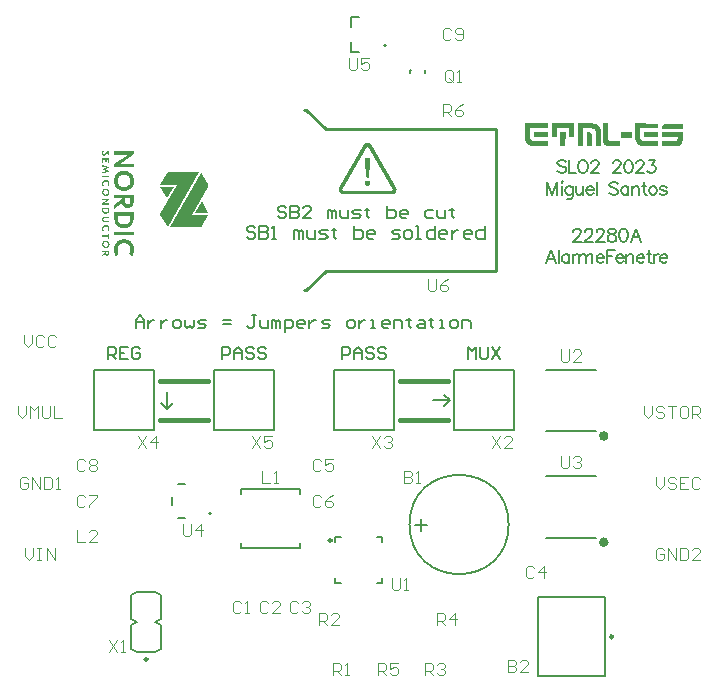
<source format=gbr>
%TF.GenerationSoftware,Altium Limited,Altium Designer,22.7.1 (60)*%
G04 Layer_Color=65535*
%FSLAX43Y43*%
%MOMM*%
%TF.SameCoordinates,DFFB733E-25EA-4B03-B04C-AB34F345C761*%
%TF.FilePolarity,Positive*%
%TF.FileFunction,Legend,Top*%
%TF.Part,Single*%
G01*
G75*
%TA.AperFunction,NonConductor*%
%ADD36C,0.400*%
%ADD37C,0.250*%
%ADD38C,0.200*%
%ADD39C,0.152*%
%ADD40C,0.127*%
%ADD41C,0.254*%
%ADD42C,0.150*%
%ADD43C,0.105*%
G36*
X8432Y46103D02*
X8423Y46086D01*
X8418Y46077D01*
X8411Y46064D01*
X8405Y46049D01*
X8400Y46038D01*
X8395Y46023D01*
X8388Y46002D01*
X8385Y45988D01*
X8383Y45976D01*
X8381Y45963D01*
X8381Y45955D01*
X8380Y45944D01*
X8380Y45932D01*
X8381Y45923D01*
X8382Y45915D01*
X8385Y45901D01*
X8388Y45893D01*
X8391Y45886D01*
X8395Y45879D01*
X8399Y45874D01*
X8404Y45869D01*
X8409Y45865D01*
X8418Y45860D01*
X8422Y45858D01*
X8432Y45856D01*
X8437Y45856D01*
X8445Y45856D01*
X8452Y45857D01*
X8460Y45858D01*
X8463Y45860D01*
X8468Y45862D01*
X8474Y45865D01*
X8480Y45870D01*
X8487Y45876D01*
X8492Y45881D01*
X8500Y45890D01*
X8511Y45904D01*
X8520Y45916D01*
X8590Y46013D01*
X8592Y46017D01*
X8599Y46027D01*
X8605Y46034D01*
X8612Y46042D01*
X8619Y46051D01*
X8631Y46062D01*
X8639Y46069D01*
X8654Y46080D01*
X8662Y46086D01*
X8670Y46090D01*
X8680Y46095D01*
X8704Y46103D01*
X8709Y46105D01*
X8715Y46106D01*
X8727Y46108D01*
X8738Y46109D01*
X8752Y46109D01*
X8759Y46109D01*
X8769Y46108D01*
X8778Y46106D01*
X8791Y46104D01*
X8802Y46100D01*
X8811Y46097D01*
X8821Y46093D01*
X8833Y46086D01*
X8853Y46069D01*
X8856Y46066D01*
X8861Y46061D01*
X8867Y46053D01*
X8874Y46042D01*
X8881Y46028D01*
X8885Y46020D01*
X8889Y46009D01*
X8894Y45992D01*
X8897Y45978D01*
X8899Y45961D01*
X8900Y45946D01*
X8901Y45934D01*
X8900Y45922D01*
X8900Y45905D01*
X8898Y45887D01*
X8894Y45865D01*
X8891Y45849D01*
X8887Y45832D01*
X8882Y45816D01*
X8877Y45801D01*
X8869Y45779D01*
X8858Y45754D01*
X8758Y45801D01*
X8764Y45814D01*
X8767Y45820D01*
X8769Y45825D01*
X8772Y45832D01*
X8776Y45840D01*
X8779Y45848D01*
X8781Y45855D01*
X8785Y45866D01*
X8787Y45875D01*
X8789Y45883D01*
X8791Y45893D01*
X8792Y45899D01*
X8794Y45908D01*
X8794Y45914D01*
X8795Y45921D01*
X8795Y45931D01*
X8795Y45938D01*
X8794Y45949D01*
X8793Y45954D01*
X8789Y45966D01*
X8787Y45972D01*
X8784Y45976D01*
X8781Y45981D01*
X8777Y45984D01*
X8772Y45987D01*
X8767Y45989D01*
X8761Y45991D01*
X8757Y45992D01*
X8752Y45992D01*
X8747Y45992D01*
X8741Y45991D01*
X8731Y45988D01*
X8721Y45982D01*
X8713Y45975D01*
X8705Y45966D01*
X8696Y45955D01*
X8653Y45894D01*
X8609Y45831D01*
X8602Y45822D01*
X8594Y45812D01*
X8587Y45803D01*
X8580Y45796D01*
X8576Y45792D01*
X8570Y45786D01*
X8562Y45779D01*
X8553Y45772D01*
X8542Y45764D01*
X8525Y45755D01*
X8505Y45747D01*
X8499Y45745D01*
X8492Y45743D01*
X8488Y45743D01*
X8477Y45741D01*
X8470Y45740D01*
X8460Y45739D01*
X8453Y45739D01*
X8445Y45739D01*
X8438Y45739D01*
X8430Y45739D01*
X8420Y45740D01*
X8414Y45741D01*
X8404Y45743D01*
X8392Y45746D01*
X8382Y45749D01*
X8373Y45753D01*
X8362Y45758D01*
X8347Y45767D01*
X8330Y45780D01*
X8321Y45790D01*
X8317Y45794D01*
X8311Y45803D01*
X8306Y45810D01*
X8299Y45822D01*
X8295Y45831D01*
X8292Y45838D01*
X8288Y45847D01*
X8285Y45858D01*
X8281Y45872D01*
X8278Y45888D01*
X8276Y45898D01*
X8275Y45910D01*
X8274Y45926D01*
X8274Y45944D01*
X8275Y45972D01*
X8276Y45991D01*
X8279Y46010D01*
X8284Y46033D01*
X8287Y46049D01*
X8296Y46076D01*
X8301Y46090D01*
X8305Y46100D01*
X8309Y46108D01*
X8315Y46122D01*
X8321Y46132D01*
X8326Y46142D01*
X8332Y46152D01*
X8432Y46103D01*
D02*
G37*
G36*
X8888Y45142D02*
X8785Y45142D01*
Y45388D01*
X8664D01*
X8664Y45163D01*
X8563D01*
X8563Y45388D01*
X8389D01*
Y45137D01*
X8286D01*
Y45498D01*
X8888D01*
Y45142D01*
D02*
G37*
G36*
X10941Y45838D02*
X9825Y45047D01*
X10941D01*
X10941Y44749D01*
X9317Y44749D01*
X9317Y45026D01*
X10431Y45817D01*
X9317D01*
Y46114D01*
X10941Y46114D01*
Y45838D01*
D02*
G37*
G36*
X8888Y44794D02*
Y44713D01*
X8548Y44578D01*
X8888Y44439D01*
Y44359D01*
X8287Y44251D01*
Y44362D01*
X8675Y44420D01*
X8376Y44536D01*
Y44616D01*
X8675Y44732D01*
X8287Y44791D01*
Y44902D01*
X8888Y44794D01*
D02*
G37*
G36*
X8888Y43895D02*
X8286D01*
Y44009D01*
X8888D01*
Y43895D01*
D02*
G37*
G36*
X8603Y43672D02*
X8612Y43672D01*
X8629Y43670D01*
X8642Y43669D01*
X8656Y43666D01*
X8670Y43663D01*
X8696Y43656D01*
X8707Y43652D01*
X8720Y43647D01*
X8734Y43641D01*
X8750Y43632D01*
X8761Y43626D01*
X8776Y43616D01*
X8807Y43590D01*
X8825Y43571D01*
X8833Y43561D01*
X8839Y43553D01*
X8849Y43538D01*
X8857Y43525D01*
X8863Y43513D01*
X8869Y43501D01*
X8874Y43490D01*
X8879Y43477D01*
X8883Y43464D01*
X8886Y43454D01*
X8890Y43442D01*
X8892Y43429D01*
X8895Y43415D01*
X8898Y43396D01*
X8900Y43376D01*
X8901Y43348D01*
X8900Y43329D01*
X8899Y43312D01*
X8896Y43289D01*
X8892Y43266D01*
X8885Y43236D01*
X8877Y43212D01*
X8866Y43186D01*
X8862Y43180D01*
X8853Y43163D01*
X8846Y43151D01*
X8834Y43133D01*
X8738Y43197D01*
X8741Y43201D01*
X8748Y43211D01*
X8753Y43221D01*
X8759Y43231D01*
X8764Y43241D01*
X8768Y43251D01*
X8776Y43271D01*
X8780Y43286D01*
X8786Y43313D01*
X8788Y43336D01*
X8788Y43343D01*
X8788Y43359D01*
X8787Y43376D01*
X8785Y43389D01*
X8782Y43403D01*
X8778Y43416D01*
X8773Y43431D01*
X8767Y43447D01*
X8757Y43464D01*
X8750Y43475D01*
X8738Y43490D01*
X8721Y43507D01*
X8701Y43521D01*
X8684Y43531D01*
X8675Y43535D01*
X8663Y43540D01*
X8646Y43545D01*
X8634Y43548D01*
X8619Y43550D01*
X8608Y43552D01*
X8595Y43552D01*
X8582Y43552D01*
X8569Y43552D01*
X8552Y43550D01*
X8537Y43547D01*
X8519Y43542D01*
X8500Y43535D01*
X8486Y43529D01*
X8467Y43517D01*
X8446Y43501D01*
X8428Y43480D01*
X8416Y43463D01*
X8413Y43458D01*
X8406Y43445D01*
X8401Y43433D01*
X8397Y43422D01*
X8392Y43404D01*
X8390Y43394D01*
X8388Y43377D01*
X8386Y43363D01*
X8386Y43343D01*
X8387Y43327D01*
X8389Y43311D01*
X8395Y43283D01*
X8397Y43275D01*
X8399Y43268D01*
X8405Y43253D01*
X8410Y43241D01*
X8415Y43232D01*
X8422Y43218D01*
X8428Y43208D01*
X8436Y43197D01*
X8340Y43133D01*
X8334Y43142D01*
X8326Y43154D01*
X8314Y43176D01*
X8304Y43196D01*
X8295Y43219D01*
X8287Y43245D01*
X8285Y43253D01*
X8282Y43265D01*
X8279Y43280D01*
X8276Y43297D01*
X8274Y43319D01*
X8274Y43336D01*
X8274Y43353D01*
X8274Y43367D01*
X8275Y43382D01*
X8277Y43401D01*
X8280Y43420D01*
X8283Y43434D01*
X8288Y43454D01*
X8291Y43464D01*
X8296Y43479D01*
X8302Y43495D01*
X8310Y43512D01*
X8320Y43530D01*
X8334Y43551D01*
X8347Y43568D01*
X8357Y43580D01*
X8378Y43600D01*
X8396Y43615D01*
X8417Y43628D01*
X8427Y43634D01*
X8435Y43638D01*
X8443Y43642D01*
X8457Y43648D01*
X8475Y43655D01*
X8497Y43661D01*
X8516Y43666D01*
X8535Y43669D01*
X8548Y43671D01*
X8566Y43672D01*
X8578Y43673D01*
X8592Y43673D01*
X8603Y43672D01*
D02*
G37*
G36*
X10158Y44451D02*
X10198Y44449D01*
X10227Y44447D01*
X10269Y44442D01*
X10300Y44437D01*
X10332Y44430D01*
X10348Y44427D01*
X10383Y44418D01*
X10420Y44407D01*
X10439Y44400D01*
X10481Y44384D01*
X10504Y44374D01*
X10529Y44362D01*
X10558Y44346D01*
X10592Y44327D01*
X10636Y44298D01*
X10676Y44266D01*
X10720Y44230D01*
X10753Y44196D01*
X10782Y44164D01*
X10816Y44119D01*
X10841Y44083D01*
X10860Y44052D01*
X10875Y44024D01*
X10889Y43997D01*
X10911Y43948D01*
X10927Y43904D01*
X10941Y43862D01*
X10951Y43821D01*
X10959Y43783D01*
X10966Y43745D01*
X10970Y43709D01*
X10974Y43672D01*
X10976Y43638D01*
X10976Y43602D01*
X10975Y43558D01*
X10972Y43512D01*
X10968Y43476D01*
X10965Y43457D01*
X10959Y43419D01*
X10950Y43379D01*
X10939Y43338D01*
X10917Y43273D01*
X10908Y43250D01*
X10898Y43225D01*
X10886Y43201D01*
X10872Y43174D01*
X10856Y43146D01*
X10837Y43115D01*
X10813Y43080D01*
X10778Y43036D01*
X10743Y42997D01*
X10708Y42964D01*
X10677Y42936D01*
X10628Y42899D01*
X10579Y42868D01*
X10545Y42849D01*
X10515Y42834D01*
X10490Y42822D01*
X10466Y42813D01*
X10444Y42804D01*
X10423Y42797D01*
X10386Y42785D01*
X10367Y42780D01*
X10332Y42772D01*
X10316Y42768D01*
X10284Y42763D01*
X10252Y42758D01*
X10224Y42755D01*
X10209Y42754D01*
X10181Y42752D01*
X10155Y42751D01*
X10129Y42750D01*
X10101Y42751D01*
X10074Y42752D01*
X10046Y42754D01*
X10017Y42757D01*
X9987Y42761D01*
X9956Y42766D01*
X9940Y42769D01*
X9907Y42776D01*
X9890Y42780D01*
X9871Y42786D01*
X9853Y42791D01*
X9833Y42797D01*
X9813Y42804D01*
X9792Y42813D01*
X9768Y42822D01*
X9743Y42834D01*
X9715Y42848D01*
X9681Y42866D01*
X9658Y42880D01*
X9639Y42893D01*
X9606Y42916D01*
X9577Y42938D01*
X9545Y42966D01*
X9515Y42997D01*
X9492Y43022D01*
X9466Y43052D01*
X9443Y43083D01*
X9419Y43118D01*
X9400Y43149D01*
X9384Y43177D01*
X9370Y43204D01*
X9359Y43229D01*
X9348Y43253D01*
X9331Y43299D01*
X9324Y43321D01*
X9318Y43342D01*
X9312Y43363D01*
X9307Y43384D01*
X9302Y43404D01*
X9295Y43443D01*
X9292Y43462D01*
X9287Y43500D01*
X9286Y43518D01*
X9283Y43555D01*
X9282Y43589D01*
X9282Y43602D01*
X9283Y43638D01*
X9283Y43655D01*
X9286Y43689D01*
X9290Y43725D01*
X9292Y43743D01*
X9295Y43761D01*
X9298Y43780D01*
X9302Y43799D01*
X9306Y43817D01*
X9311Y43837D01*
X9316Y43857D01*
X9329Y43899D01*
X9336Y43920D01*
X9345Y43942D01*
X9355Y43965D01*
X9365Y43989D01*
X9378Y44015D01*
X9393Y44042D01*
X9410Y44071D01*
X9431Y44104D01*
X9461Y44145D01*
X9483Y44172D01*
X9518Y44210D01*
X9545Y44237D01*
X9570Y44258D01*
X9593Y44277D01*
X9621Y44297D01*
X9642Y44312D01*
X9681Y44336D01*
X9741Y44367D01*
X9766Y44379D01*
X9789Y44389D01*
X9831Y44404D01*
X9868Y44416D01*
X9903Y44425D01*
X9936Y44432D01*
X9983Y44441D01*
X10027Y44446D01*
X10056Y44449D01*
X10096Y44451D01*
X10129Y44452D01*
X10158Y44451D01*
D02*
G37*
G36*
X8598Y42948D02*
X8618Y42947D01*
X8645Y42944D01*
X8668Y42939D01*
X8688Y42934D01*
X8702Y42929D01*
X8726Y42920D01*
X8746Y42910D01*
X8758Y42902D01*
X8775Y42891D01*
X8791Y42880D01*
X8812Y42860D01*
X8824Y42847D01*
X8834Y42836D01*
X8842Y42825D01*
X8850Y42812D01*
X8857Y42801D01*
X8863Y42790D01*
X8876Y42762D01*
X8882Y42746D01*
X8889Y42722D01*
X8893Y42708D01*
X8896Y42694D01*
X8898Y42674D01*
X8900Y42660D01*
X8900Y42641D01*
Y42627D01*
X8900Y42614D01*
X8898Y42594D01*
X8897Y42580D01*
X8894Y42566D01*
X8891Y42551D01*
X8887Y42536D01*
X8882Y42520D01*
X8872Y42495D01*
X8862Y42476D01*
X8856Y42465D01*
X8849Y42454D01*
X8840Y42441D01*
X8827Y42425D01*
X8819Y42415D01*
X8809Y42405D01*
X8789Y42387D01*
X8778Y42378D01*
X8766Y42370D01*
X8753Y42362D01*
X8741Y42355D01*
X8721Y42346D01*
X8704Y42339D01*
X8689Y42334D01*
X8676Y42330D01*
X8663Y42327D01*
X8650Y42324D01*
X8628Y42321D01*
X8607Y42319D01*
X8581Y42319D01*
X8546Y42321D01*
X8517Y42326D01*
X8505Y42328D01*
X8485Y42334D01*
X8470Y42339D01*
X8453Y42345D01*
X8434Y42355D01*
X8421Y42362D01*
X8406Y42372D01*
X8392Y42382D01*
X8379Y42392D01*
X8365Y42405D01*
X8351Y42420D01*
X8333Y42442D01*
X8324Y42455D01*
X8317Y42466D01*
X8306Y42487D01*
X8298Y42505D01*
X8292Y42522D01*
X8287Y42538D01*
X8283Y42553D01*
X8278Y42575D01*
X8276Y42589D01*
X8274Y42610D01*
X8274Y42623D01*
X8274Y42654D01*
X8275Y42666D01*
X8276Y42680D01*
X8280Y42700D01*
X8284Y42721D01*
X8288Y42736D01*
X8297Y42760D01*
X8305Y42778D01*
X8315Y42797D01*
X8321Y42808D01*
X8329Y42821D01*
X8340Y42836D01*
X8351Y42849D01*
X8364Y42862D01*
X8375Y42873D01*
X8392Y42886D01*
X8406Y42896D01*
X8421Y42905D01*
X8443Y42917D01*
X8461Y42925D01*
X8476Y42931D01*
X8490Y42935D01*
X8509Y42940D01*
X8527Y42944D01*
X8544Y42946D01*
X8585Y42948D01*
X8598Y42948D01*
D02*
G37*
G36*
X8888Y41986D02*
X8474Y41693D01*
X8888D01*
Y41583D01*
X8286D01*
Y41686D01*
X8699Y41978D01*
X8286Y41978D01*
Y42088D01*
X8888D01*
Y41986D01*
D02*
G37*
G36*
X10941Y41830D02*
X10941Y41806D01*
X10940Y41778D01*
X10937Y41753D01*
X10932Y41715D01*
X10928Y41691D01*
X10921Y41662D01*
X10916Y41643D01*
X10905Y41612D01*
X10892Y41578D01*
X10879Y41551D01*
X10866Y41527D01*
X10855Y41511D01*
X10843Y41493D01*
X10826Y41470D01*
X10814Y41457D01*
X10795Y41437D01*
X10774Y41419D01*
X10757Y41404D01*
X10726Y41382D01*
X10697Y41365D01*
X10674Y41353D01*
X10655Y41345D01*
X10637Y41338D01*
X10621Y41332D01*
X10605Y41327D01*
X10583Y41321D01*
X10562Y41317D01*
X10541Y41313D01*
X10528Y41311D01*
X10502Y41308D01*
X10481Y41307D01*
X10463Y41306D01*
X10442Y41306D01*
X10423Y41306D01*
X10391Y41309D01*
X10363Y41312D01*
X10336Y41317D01*
X10314Y41322D01*
X10299Y41326D01*
X10283Y41331D01*
X10267Y41337D01*
X10240Y41347D01*
X10219Y41357D01*
X10195Y41370D01*
X10181Y41379D01*
X10162Y41391D01*
X10139Y41408D01*
X10118Y41426D01*
X10105Y41438D01*
X10085Y41461D01*
X10065Y41486D01*
X10051Y41506D01*
X10036Y41531D01*
X10027Y41546D01*
X10016Y41568D01*
X10008Y41589D01*
X9998Y41614D01*
X9992Y41633D01*
X9986Y41651D01*
X9982Y41670D01*
X9978Y41686D01*
X9317Y41206D01*
Y41580D01*
X9964Y42021D01*
Y42132D01*
X9317D01*
Y42429D01*
X10941D01*
Y41830D01*
D02*
G37*
G36*
X8890Y41119D02*
X8889Y41101D01*
X8888Y41084D01*
X8886Y41063D01*
X8884Y41051D01*
X8881Y41038D01*
X8878Y41023D01*
X8874Y41008D01*
X8869Y40995D01*
X8866Y40986D01*
X8856Y40963D01*
X8849Y40949D01*
X8843Y40938D01*
X8831Y40921D01*
X8820Y40907D01*
X8813Y40898D01*
X8801Y40886D01*
X8780Y40865D01*
X8759Y40853D01*
X8735Y40839D01*
X8723Y40833D01*
X8707Y40826D01*
X8693Y40821D01*
X8679Y40818D01*
X8663Y40814D01*
X8651Y40811D01*
X8629Y40808D01*
X8614Y40807D01*
X8593Y40806D01*
X8578Y40806D01*
X8561Y40807D01*
X8546Y40809D01*
X8528Y40811D01*
X8516Y40813D01*
X8491Y40820D01*
X8468Y40828D01*
X8452Y40834D01*
X8439Y40841D01*
X8423Y40850D01*
X8412Y40857D01*
X8383Y40879D01*
X8361Y40903D01*
X8340Y40930D01*
X8322Y40962D01*
X8312Y40985D01*
X8303Y41012D01*
X8297Y41033D01*
X8294Y41053D01*
X8292Y41064D01*
X8289Y41089D01*
X8288Y41119D01*
Y41311D01*
X8890D01*
Y41119D01*
D02*
G37*
G36*
X8890Y40461D02*
X8532D01*
X8529Y40461D01*
X8507Y40460D01*
X8489Y40457D01*
X8474Y40452D01*
X8459Y40446D01*
X8446Y40439D01*
X8435Y40431D01*
X8424Y40421D01*
X8409Y40402D01*
X8402Y40389D01*
X8396Y40374D01*
X8392Y40356D01*
X8390Y40345D01*
X8390Y40333D01*
X8390Y40316D01*
X8391Y40305D01*
X8395Y40289D01*
X8400Y40275D01*
X8406Y40261D01*
X8413Y40251D01*
X8431Y40231D01*
X8443Y40222D01*
X8457Y40214D01*
X8473Y40207D01*
X8488Y40203D01*
X8502Y40200D01*
X8521Y40198D01*
X8532Y40198D01*
X8890D01*
Y40082D01*
X8525D01*
X8511Y40082D01*
X8496Y40083D01*
X8480Y40084D01*
X8460Y40088D01*
X8441Y40092D01*
X8427Y40096D01*
X8411Y40102D01*
X8394Y40110D01*
X8377Y40120D01*
X8363Y40130D01*
X8348Y40142D01*
X8325Y40167D01*
X8317Y40179D01*
X8309Y40191D01*
X8302Y40204D01*
X8298Y40213D01*
X8292Y40230D01*
X8286Y40248D01*
X8283Y40263D01*
X8280Y40280D01*
X8278Y40296D01*
X8277Y40311D01*
X8276Y40328D01*
X8277Y40350D01*
X8278Y40366D01*
X8280Y40383D01*
X8283Y40398D01*
X8287Y40412D01*
X8291Y40428D01*
X8298Y40444D01*
X8306Y40462D01*
X8315Y40477D01*
X8333Y40501D01*
X8358Y40525D01*
X8378Y40539D01*
X8389Y40546D01*
X8401Y40552D01*
X8416Y40558D01*
X8434Y40565D01*
X8450Y40569D01*
X8474Y40574D01*
X8492Y40576D01*
X8508Y40577D01*
X8525Y40577D01*
X8890D01*
X8890Y40461D01*
D02*
G37*
G36*
X10941Y40950D02*
X10941Y40406D01*
X10940Y40371D01*
X10937Y40337D01*
X10934Y40303D01*
X10930Y40270D01*
X10922Y40224D01*
X10914Y40188D01*
X10908Y40165D01*
X10905Y40153D01*
X10898Y40131D01*
X10891Y40108D01*
X10882Y40083D01*
X10873Y40059D01*
X10863Y40036D01*
X10845Y39998D01*
X10831Y39971D01*
X10823Y39957D01*
X10814Y39943D01*
X10795Y39912D01*
X10784Y39896D01*
X10770Y39878D01*
X10754Y39858D01*
X10734Y39835D01*
X10702Y39801D01*
X10674Y39774D01*
X10648Y39754D01*
X10618Y39730D01*
X10590Y39712D01*
X10564Y39696D01*
X10524Y39674D01*
X10491Y39658D01*
X10461Y39646D01*
X10434Y39635D01*
X10396Y39623D01*
X10373Y39617D01*
X10340Y39608D01*
X10308Y39602D01*
X10276Y39596D01*
X10247Y39592D01*
X10227Y39590D01*
X10196Y39588D01*
X10176Y39587D01*
X10149Y39586D01*
X10118Y39586D01*
X10091Y39586D01*
X10063Y39588D01*
X10043Y39589D01*
X10013Y39592D01*
X9983Y39596D01*
X9953Y39601D01*
X9921Y39608D01*
X9910Y39610D01*
X9888Y39616D01*
X9864Y39622D01*
X9828Y39634D01*
X9802Y39644D01*
X9773Y39655D01*
X9742Y39670D01*
X9724Y39679D01*
X9681Y39704D01*
X9652Y39723D01*
X9621Y39745D01*
X9592Y39769D01*
X9561Y39794D01*
X9529Y39829D01*
X9513Y39847D01*
X9480Y39888D01*
X9457Y39922D01*
X9438Y39952D01*
X9422Y39980D01*
X9409Y40007D01*
X9397Y40032D01*
X9386Y40057D01*
X9377Y40081D01*
X9368Y40106D01*
X9357Y40141D01*
X9347Y40175D01*
X9339Y40211D01*
X9334Y40235D01*
X9330Y40259D01*
X9321Y40338D01*
X9317Y40396D01*
X9317Y40431D01*
Y40950D01*
X10941Y40950D01*
D02*
G37*
G36*
X8605Y39853D02*
X8614Y39853D01*
X8631Y39851D01*
X8644Y39849D01*
X8658Y39847D01*
X8672Y39844D01*
X8698Y39837D01*
X8709Y39833D01*
X8722Y39828D01*
X8736Y39821D01*
X8752Y39813D01*
X8763Y39806D01*
X8778Y39796D01*
X8809Y39771D01*
X8826Y39752D01*
X8835Y39742D01*
X8841Y39733D01*
X8851Y39718D01*
X8859Y39706D01*
X8865Y39694D01*
X8871Y39682D01*
X8876Y39671D01*
X8881Y39658D01*
X8885Y39645D01*
X8888Y39635D01*
X8892Y39622D01*
X8894Y39610D01*
X8897Y39596D01*
X8900Y39576D01*
X8902Y39557D01*
X8902Y39529D01*
X8902Y39510D01*
X8901Y39492D01*
X8898Y39469D01*
X8894Y39446D01*
X8887Y39417D01*
X8879Y39393D01*
X8867Y39367D01*
X8864Y39361D01*
X8855Y39343D01*
X8848Y39331D01*
X8836Y39314D01*
X8740Y39378D01*
X8743Y39381D01*
X8749Y39392D01*
X8755Y39401D01*
X8761Y39412D01*
X8766Y39421D01*
X8770Y39432D01*
X8777Y39451D01*
X8782Y39467D01*
X8788Y39493D01*
X8790Y39517D01*
X8790Y39524D01*
X8790Y39540D01*
X8788Y39557D01*
X8787Y39570D01*
X8784Y39583D01*
X8780Y39597D01*
X8775Y39612D01*
X8769Y39627D01*
X8759Y39645D01*
X8752Y39656D01*
X8740Y39670D01*
X8723Y39688D01*
X8703Y39702D01*
X8686Y39712D01*
X8677Y39716D01*
X8665Y39720D01*
X8648Y39726D01*
X8636Y39729D01*
X8621Y39731D01*
X8610Y39732D01*
X8597Y39733D01*
X8583Y39733D01*
X8570Y39732D01*
X8554Y39731D01*
X8539Y39728D01*
X8521Y39723D01*
X8502Y39716D01*
X8488Y39710D01*
X8469Y39698D01*
X8448Y39682D01*
X8430Y39660D01*
X8418Y39643D01*
X8415Y39639D01*
X8408Y39626D01*
X8403Y39614D01*
X8399Y39603D01*
X8394Y39585D01*
X8392Y39574D01*
X8389Y39558D01*
X8388Y39544D01*
X8388Y39523D01*
X8389Y39508D01*
X8391Y39492D01*
X8397Y39464D01*
X8399Y39455D01*
X8401Y39449D01*
X8407Y39434D01*
X8412Y39422D01*
X8417Y39412D01*
X8424Y39398D01*
X8430Y39389D01*
X8438Y39378D01*
X8342Y39314D01*
X8336Y39322D01*
X8328Y39335D01*
X8316Y39357D01*
X8306Y39377D01*
X8297Y39400D01*
X8289Y39426D01*
X8287Y39433D01*
X8284Y39446D01*
X8281Y39461D01*
X8278Y39478D01*
X8276Y39500D01*
X8276Y39517D01*
X8275Y39534D01*
X8276Y39547D01*
X8277Y39562D01*
X8279Y39582D01*
X8282Y39601D01*
X8285Y39615D01*
X8290Y39635D01*
X8293Y39645D01*
X8298Y39660D01*
X8304Y39676D01*
X8312Y39692D01*
X8322Y39710D01*
X8335Y39731D01*
X8349Y39749D01*
X8359Y39760D01*
X8380Y39781D01*
X8398Y39795D01*
X8418Y39808D01*
X8428Y39814D01*
X8437Y39819D01*
X8445Y39823D01*
X8459Y39829D01*
X8477Y39836D01*
X8499Y39842D01*
X8518Y39847D01*
X8537Y39850D01*
X8550Y39851D01*
X8568Y39853D01*
X8580Y39853D01*
X8593Y39853D01*
X8605Y39853D01*
D02*
G37*
G36*
X10941Y38971D02*
X9317D01*
Y39271D01*
X10941D01*
Y38971D01*
D02*
G37*
G36*
X8890Y38697D02*
X8786D01*
Y38861D01*
X8288Y38861D01*
X8288Y38971D01*
X8786D01*
X8786Y39135D01*
X8890D01*
Y38697D01*
D02*
G37*
G36*
X8600Y38527D02*
X8620Y38526D01*
X8647Y38523D01*
X8670Y38518D01*
X8690Y38513D01*
X8704Y38509D01*
X8728Y38499D01*
X8748Y38489D01*
X8761Y38481D01*
X8777Y38471D01*
X8793Y38459D01*
X8815Y38439D01*
X8827Y38426D01*
X8836Y38415D01*
X8844Y38404D01*
X8853Y38391D01*
X8860Y38380D01*
X8865Y38369D01*
X8879Y38341D01*
X8885Y38325D01*
X8892Y38302D01*
X8895Y38287D01*
X8898Y38273D01*
X8901Y38253D01*
X8902Y38239D01*
X8903Y38220D01*
Y38206D01*
X8902Y38194D01*
X8901Y38173D01*
X8899Y38160D01*
X8896Y38145D01*
X8893Y38131D01*
X8889Y38116D01*
X8884Y38100D01*
X8874Y38074D01*
X8864Y38055D01*
X8858Y38044D01*
X8851Y38033D01*
X8842Y38020D01*
X8830Y38004D01*
X8822Y37994D01*
X8811Y37984D01*
X8791Y37966D01*
X8780Y37958D01*
X8769Y37950D01*
X8756Y37941D01*
X8743Y37934D01*
X8723Y37925D01*
X8706Y37918D01*
X8691Y37913D01*
X8678Y37909D01*
X8665Y37906D01*
X8653Y37904D01*
X8630Y37900D01*
X8609Y37899D01*
X8584Y37898D01*
X8548Y37900D01*
X8519Y37905D01*
X8507Y37908D01*
X8487Y37913D01*
X8472Y37918D01*
X8456Y37925D01*
X8436Y37934D01*
X8424Y37941D01*
X8408Y37951D01*
X8395Y37961D01*
X8381Y37971D01*
X8367Y37984D01*
X8353Y37999D01*
X8335Y38021D01*
X8326Y38034D01*
X8319Y38046D01*
X8308Y38066D01*
X8300Y38084D01*
X8294Y38101D01*
X8289Y38117D01*
X8285Y38133D01*
X8280Y38154D01*
X8278Y38169D01*
X8277Y38189D01*
X8276Y38202D01*
X8276Y38233D01*
X8277Y38245D01*
X8279Y38259D01*
X8282Y38279D01*
X8287Y38301D01*
X8291Y38316D01*
X8299Y38340D01*
X8307Y38357D01*
X8317Y38377D01*
X8323Y38388D01*
X8332Y38400D01*
X8343Y38415D01*
X8354Y38429D01*
X8366Y38441D01*
X8377Y38452D01*
X8394Y38465D01*
X8408Y38475D01*
X8423Y38484D01*
X8445Y38496D01*
X8463Y38504D01*
X8478Y38510D01*
X8492Y38514D01*
X8512Y38519D01*
X8529Y38523D01*
X8546Y38525D01*
X8587Y38528D01*
X8600Y38527D01*
D02*
G37*
G36*
X8890Y37451D02*
X8889Y37430D01*
X8887Y37418D01*
X8885Y37402D01*
X8879Y37377D01*
X8871Y37358D01*
X8863Y37342D01*
X8850Y37323D01*
X8842Y37313D01*
X8823Y37294D01*
X8810Y37285D01*
X8795Y37277D01*
X8784Y37272D01*
X8771Y37267D01*
X8747Y37261D01*
X8734Y37259D01*
X8715Y37257D01*
X8702Y37257D01*
X8691Y37258D01*
X8678Y37259D01*
X8665Y37261D01*
X8652Y37265D01*
X8633Y37271D01*
X8622Y37276D01*
X8608Y37284D01*
X8588Y37299D01*
X8572Y37315D01*
X8562Y37328D01*
X8553Y37344D01*
X8542Y37367D01*
X8536Y37385D01*
X8533Y37398D01*
X8288Y37220D01*
Y37359D01*
X8528Y37522D01*
Y37563D01*
X8625D01*
X8625Y37463D01*
X8626Y37448D01*
X8629Y37431D01*
X8633Y37420D01*
X8639Y37408D01*
X8648Y37396D01*
X8658Y37388D01*
X8675Y37380D01*
X8688Y37376D01*
X8705Y37375D01*
X8717Y37376D01*
X8736Y37380D01*
X8749Y37385D01*
X8767Y37400D01*
X8776Y37414D01*
X8781Y37425D01*
X8786Y37444D01*
X8788Y37458D01*
X8788Y37563D01*
X8288Y37563D01*
Y37673D01*
X8890D01*
Y37451D01*
D02*
G37*
G36*
X10163Y38650D02*
X10190Y38649D01*
X10219Y38647D01*
X10254Y38643D01*
X10277Y38640D01*
X10316Y38634D01*
X10340Y38629D01*
X10381Y38619D01*
X10423Y38606D01*
X10439Y38601D01*
X10470Y38589D01*
X10488Y38582D01*
X10506Y38574D01*
X10525Y38565D01*
X10546Y38554D01*
X10571Y38541D01*
X10600Y38523D01*
X10639Y38497D01*
X10685Y38462D01*
X10722Y38428D01*
X10753Y38394D01*
X10771Y38376D01*
X10793Y38349D01*
X10810Y38326D01*
X10824Y38306D01*
X10837Y38287D01*
X10848Y38269D01*
X10867Y38236D01*
X10876Y38219D01*
X10891Y38188D01*
X10904Y38159D01*
X10915Y38130D01*
X10925Y38101D01*
X10934Y38074D01*
X10941Y38047D01*
X10951Y38006D01*
X10959Y37967D01*
X10965Y37929D01*
X10970Y37889D01*
X10974Y37849D01*
X10975Y37822D01*
X10976Y37784D01*
X10976Y37756D01*
X10975Y37713D01*
X10972Y37676D01*
X10968Y37636D01*
X10963Y37602D01*
X10957Y37565D01*
X10946Y37518D01*
X10934Y37472D01*
X10917Y37419D01*
X10901Y37377D01*
X10882Y37337D01*
X10874Y37321D01*
X10860Y37294D01*
X10843Y37265D01*
X10829Y37241D01*
X10812Y37214D01*
X10797Y37193D01*
X10538Y37365D01*
X10541Y37371D01*
X10563Y37404D01*
X10579Y37431D01*
X10595Y37460D01*
X10612Y37495D01*
X10625Y37528D01*
X10635Y37554D01*
X10647Y37591D01*
X10654Y37620D01*
X10660Y37644D01*
X10664Y37670D01*
X10668Y37701D01*
X10671Y37730D01*
X10672Y37752D01*
X10672Y37769D01*
X10672Y37785D01*
X10671Y37812D01*
X10670Y37831D01*
X10668Y37849D01*
X10665Y37876D01*
X10662Y37894D01*
X10658Y37913D01*
X10651Y37941D01*
X10643Y37970D01*
X10636Y37989D01*
X10628Y38010D01*
X10614Y38041D01*
X10602Y38064D01*
X10587Y38089D01*
X10568Y38119D01*
X10554Y38136D01*
X10535Y38159D01*
X10518Y38177D01*
X10494Y38199D01*
X10464Y38224D01*
X10438Y38241D01*
X10405Y38261D01*
X10379Y38273D01*
X10356Y38283D01*
X10326Y38295D01*
X10308Y38301D01*
X10281Y38308D01*
X10257Y38313D01*
X10225Y38319D01*
X10195Y38323D01*
X10164Y38325D01*
X10121Y38326D01*
X10079Y38324D01*
X10042Y38320D01*
X10003Y38314D01*
X9971Y38306D01*
X9935Y38296D01*
X9905Y38285D01*
X9870Y38269D01*
X9842Y38254D01*
X9803Y38229D01*
X9765Y38200D01*
X9741Y38178D01*
X9720Y38155D01*
X9699Y38130D01*
X9687Y38113D01*
X9677Y38098D01*
X9668Y38084D01*
X9653Y38059D01*
X9642Y38036D01*
X9628Y38005D01*
X9617Y37974D01*
X9608Y37944D01*
X9601Y37916D01*
X9594Y37879D01*
X9588Y37834D01*
X9586Y37787D01*
X9586Y37759D01*
X9589Y37716D01*
X9593Y37678D01*
X9598Y37646D01*
X9605Y37614D01*
X9615Y37580D01*
X9621Y37562D01*
X9631Y37533D01*
X9640Y37510D01*
X9662Y37462D01*
X9686Y37418D01*
X9706Y37387D01*
X9721Y37365D01*
X9461Y37193D01*
X9428Y37244D01*
X9402Y37287D01*
X9382Y37325D01*
X9362Y37368D01*
X9345Y37411D01*
X9329Y37454D01*
X9319Y37492D01*
X9313Y37513D01*
X9305Y37547D01*
X9298Y37581D01*
X9293Y37612D01*
X9289Y37645D01*
X9287Y37666D01*
X9285Y37695D01*
X9283Y37722D01*
X9282Y37765D01*
X9282Y37800D01*
X9284Y37836D01*
X9285Y37863D01*
X9288Y37889D01*
X9291Y37916D01*
X9295Y37941D01*
X9300Y37973D01*
X9305Y37998D01*
X9313Y38032D01*
X9320Y38059D01*
X9328Y38086D01*
X9337Y38113D01*
X9347Y38141D01*
X9359Y38170D01*
X9366Y38184D01*
X9380Y38214D01*
X9388Y38230D01*
X9418Y38281D01*
X9430Y38300D01*
X9444Y38320D01*
X9480Y38367D01*
X9508Y38399D01*
X9546Y38438D01*
X9576Y38464D01*
X9610Y38491D01*
X9638Y38510D01*
X9670Y38530D01*
X9697Y38546D01*
X9720Y38558D01*
X9761Y38578D01*
X9797Y38592D01*
X9828Y38604D01*
X9858Y38613D01*
X9886Y38621D01*
X9926Y38630D01*
X9964Y38637D01*
X10001Y38643D01*
X10036Y38647D01*
X10059Y38649D01*
X10094Y38650D01*
X10129Y38651D01*
X10163Y38650D01*
D02*
G37*
G36*
X57427Y48408D02*
X57429Y48407D01*
X57429Y48400D01*
X57429Y48398D01*
X57429Y48022D01*
X57428Y48019D01*
X57426Y48018D01*
X57423Y48017D01*
X57405Y48018D01*
X55675Y48017D01*
X55672Y48020D01*
X55671Y48082D01*
X55674Y48085D01*
X55679Y48088D01*
X55680Y48092D01*
X55680Y48134D01*
X55682Y48137D01*
X55687Y48140D01*
X55689Y48141D01*
X55689Y48148D01*
X55689Y48154D01*
X55689Y48159D01*
X55689Y48170D01*
X55692Y48173D01*
X55696Y48176D01*
X55698Y48177D01*
X55697Y48195D01*
X55699Y48198D01*
X55701Y48199D01*
X55705Y48202D01*
X55707Y48206D01*
X55706Y48209D01*
X55707Y48214D01*
X55708Y48216D01*
X55714Y48219D01*
X55715Y48223D01*
X55716Y48232D01*
X55718Y48234D01*
X55723Y48237D01*
X55724Y48241D01*
X55723Y48247D01*
X55726Y48251D01*
X55728Y48252D01*
X55731Y48254D01*
X55732Y48256D01*
X55735Y48259D01*
X55736Y48260D01*
X55738Y48262D01*
X55740Y48263D01*
X55741Y48264D01*
X55744Y48269D01*
X55748Y48271D01*
X55750Y48273D01*
X55751Y48276D01*
X55750Y48279D01*
X55751Y48285D01*
X55752Y48286D01*
X55756Y48289D01*
X55758Y48290D01*
X55759Y48292D01*
X55763Y48296D01*
X55765Y48297D01*
X55767Y48299D01*
X55768Y48301D01*
X55772Y48305D01*
X55774Y48306D01*
X55775Y48307D01*
X55776Y48309D01*
X55780Y48313D01*
X55782Y48314D01*
X55784Y48316D01*
X55785Y48318D01*
X55787Y48321D01*
X55790Y48321D01*
X55799Y48322D01*
X55802Y48325D01*
X55804Y48329D01*
X55810Y48333D01*
X55811Y48335D01*
X55814Y48339D01*
X55818Y48339D01*
X55824Y48339D01*
X55827Y48341D01*
X55828Y48343D01*
X55832Y48348D01*
X55834Y48349D01*
X55837Y48352D01*
X55838Y48354D01*
X55840Y48356D01*
X55844Y48357D01*
X55850Y48356D01*
X55854Y48358D01*
X55857Y48364D01*
X55860Y48365D01*
X55863Y48366D01*
X55866Y48365D01*
X55873Y48364D01*
X55876Y48365D01*
X55880Y48368D01*
X55883Y48373D01*
X55887Y48374D01*
X55894Y48374D01*
X55897Y48375D01*
X55898Y48377D01*
X55901Y48381D01*
X55902Y48383D01*
X55907Y48383D01*
X55929Y48383D01*
X55933Y48386D01*
X55936Y48390D01*
X55937Y48392D01*
X55949Y48391D01*
X55965Y48392D01*
X55968Y48391D01*
X55974Y48392D01*
X55977Y48395D01*
X55978Y48397D01*
X55980Y48400D01*
X55984Y48401D01*
X55998Y48400D01*
X56075Y48401D01*
X56081Y48404D01*
X56084Y48407D01*
X56088Y48408D01*
X56231Y48409D01*
X56255Y48408D01*
X56258Y48409D01*
X56290Y48409D01*
X56986Y48409D01*
X56987D01*
X57427Y48408D01*
D02*
G37*
G36*
X44074Y48454D02*
X45991Y48454D01*
X45994Y48453D01*
X45996Y48451D01*
X45995Y48036D01*
X45994Y48034D01*
X45987Y48033D01*
X45978Y48034D01*
X44503Y48033D01*
X44500Y48034D01*
X44493Y48033D01*
X44491Y48032D01*
X44489Y48026D01*
X44490Y48022D01*
X44490Y47286D01*
X44491Y47283D01*
X44494Y47281D01*
X44498Y47278D01*
X44499Y47274D01*
X44499Y47257D01*
X44499Y47254D01*
X44499Y47245D01*
X44499Y47240D01*
X44503Y47237D01*
X44507Y47235D01*
X44509Y47228D01*
X44508Y47226D01*
X44509Y47205D01*
X44511Y47202D01*
X44515Y47200D01*
X44517Y47196D01*
X44516Y47181D01*
X44518Y47177D01*
X44525Y47173D01*
X44525Y47161D01*
X44528Y47159D01*
X44533Y47156D01*
X44534Y47155D01*
X44535Y47143D01*
X44536Y47141D01*
X44542Y47138D01*
X44543Y47133D01*
X44542Y47130D01*
X44543Y47126D01*
X44546Y47123D01*
X44551Y47120D01*
X44552Y47109D01*
X44554Y47107D01*
X44558Y47104D01*
X44560Y47103D01*
X44561Y47101D01*
X44562Y47098D01*
X44564Y47098D01*
X44569Y47093D01*
X44570Y47083D01*
X44573Y47079D01*
X44575Y47078D01*
X44578Y47075D01*
X44579Y47073D01*
X44581Y47071D01*
X44583Y47070D01*
X44587Y47066D01*
X44588Y47064D01*
X44590Y47062D01*
X44592Y47061D01*
X44595Y47058D01*
X44596Y47056D01*
X44598Y47054D01*
X44600Y47053D01*
X44604Y47049D01*
X44605Y47047D01*
X44608Y47045D01*
X44609Y47044D01*
X44613Y47040D01*
X44614Y47038D01*
X44617Y47036D01*
X44618Y47035D01*
X44622Y47031D01*
X44623Y47030D01*
X44625Y47027D01*
X44629Y47026D01*
X44632Y47027D01*
X44636Y47026D01*
X44639Y47023D01*
X44640Y47021D01*
X44644Y47017D01*
X44646Y47016D01*
X44647Y47015D01*
X44648Y47013D01*
X44650Y47010D01*
X44654Y47009D01*
X44660Y47010D01*
X44663Y47008D01*
X44665Y47007D01*
X44667Y47002D01*
X44669Y47001D01*
X44681Y47000D01*
X44682Y46999D01*
X44685Y46993D01*
X44689Y46992D01*
X44698Y46991D01*
X44700Y46989D01*
X44703Y46984D01*
X44707Y46983D01*
X44713Y46984D01*
X44717Y46981D01*
X44717Y46979D01*
X44722Y46974D01*
X44728Y46974D01*
X44731Y46974D01*
X44737Y46975D01*
X44741Y46974D01*
X44744Y46971D01*
X44747Y46967D01*
X44751Y46965D01*
X44765Y46966D01*
X44770Y46962D01*
X44773Y46958D01*
X44778Y46956D01*
X44787Y46957D01*
X44820Y46956D01*
X44822Y46954D01*
X44825Y46949D01*
X44826Y46948D01*
X45750D01*
X45990Y46948D01*
X45993Y46948D01*
X45996Y46945D01*
X45995Y46522D01*
X45993Y46519D01*
X45986Y46518D01*
X45983Y46519D01*
X44921Y46520D01*
X44919Y46523D01*
X44918Y46524D01*
X44915Y46528D01*
X44909Y46528D01*
X44779Y46528D01*
X44777Y46529D01*
X44774Y46528D01*
X44764Y46529D01*
X44762Y46531D01*
X44759Y46535D01*
X44758Y46537D01*
X44706Y46536D01*
X44702Y46538D01*
X44701Y46540D01*
X44699Y46544D01*
X44697Y46545D01*
X44694Y46546D01*
X44672Y46545D01*
X44670Y46546D01*
X44653Y46545D01*
X44649Y46548D01*
X44648Y46549D01*
X44647Y46551D01*
X44646Y46553D01*
X44639Y46555D01*
X44633Y46554D01*
X44616Y46555D01*
X44613Y46557D01*
X44613Y46559D01*
X44610Y46562D01*
X44607Y46563D01*
X44597Y46563D01*
X44589Y46563D01*
X44587Y46562D01*
X44581Y46563D01*
X44578Y46566D01*
X44575Y46571D01*
X44571Y46572D01*
X44556Y46571D01*
X44551Y46575D01*
X44549Y46580D01*
X44546Y46580D01*
X44543Y46581D01*
X44540Y46580D01*
X44532Y46580D01*
X44527Y46582D01*
X44526Y46584D01*
X44523Y46589D01*
X44519Y46590D01*
X44512Y46589D01*
X44509Y46591D01*
X44506Y46594D01*
X44505Y46596D01*
X44500Y46598D01*
X44484Y46599D01*
X44481Y46602D01*
X44479Y46606D01*
X44475Y46607D01*
X44466Y46608D01*
X44465Y46609D01*
X44462Y46614D01*
X44461Y46615D01*
X44449Y46616D01*
X44447Y46617D01*
X44444Y46623D01*
X44441Y46624D01*
X44432Y46625D01*
X44429Y46627D01*
X44427Y46632D01*
X44422Y46633D01*
X44416Y46633D01*
X44413Y46634D01*
X44412Y46636D01*
X44410Y46641D01*
X44406Y46642D01*
X44396Y46643D01*
X44392Y46648D01*
X44390Y46650D01*
X44389Y46651D01*
X44385Y46654D01*
X44383Y46658D01*
X44379Y46660D01*
X44376Y46659D01*
X44370Y46660D01*
X44368Y46662D01*
X44365Y46667D01*
X44360Y46670D01*
X44359Y46672D01*
X44356Y46676D01*
X44352Y46677D01*
X44346Y46677D01*
X44343Y46679D01*
X44342Y46680D01*
X44341Y46682D01*
X44338Y46685D01*
X44336Y46686D01*
X44332Y46690D01*
X44331Y46692D01*
X44329Y46694D01*
X44328Y46694D01*
X44323Y46699D01*
X44323Y46700D01*
X44320Y46703D01*
X44318Y46704D01*
X44315Y46707D01*
X44314Y46709D01*
X44311Y46712D01*
X44309Y46713D01*
X44306Y46716D01*
X44305Y46718D01*
X44303Y46720D01*
X44301Y46721D01*
X44298Y46723D01*
X44297Y46725D01*
X44293Y46729D01*
X44283Y46730D01*
X44281Y46732D01*
X44280Y46734D01*
X44278Y46736D01*
X44276Y46737D01*
X44271Y46741D01*
X44268Y46748D01*
X44265Y46750D01*
X44263Y46754D01*
X44262Y46761D01*
X44259Y46764D01*
X44257Y46765D01*
X44254Y46768D01*
X44253Y46770D01*
X44250Y46773D01*
X44248Y46774D01*
X44245Y46777D01*
X44244Y46779D01*
X44241Y46782D01*
X44239Y46783D01*
X44236Y46786D01*
X44235Y46788D01*
X44233Y46790D01*
X44231Y46791D01*
X44228Y46794D01*
X44227Y46796D01*
X44224Y46799D01*
X44219Y46802D01*
X44219Y46805D01*
X44218Y46814D01*
X44215Y46817D01*
X44211Y46819D01*
X44210Y46821D01*
X44207Y46825D01*
X44203Y46828D01*
X44201Y46829D01*
X44200Y46841D01*
X44199Y46842D01*
X44194Y46845D01*
X44193Y46846D01*
X44192Y46848D01*
X44188Y46852D01*
X44186Y46853D01*
X44184Y46855D01*
X44183Y46866D01*
X44181Y46869D01*
X44179Y46870D01*
X44176Y46872D01*
X44175Y46876D01*
X44174Y46885D01*
X44168Y46888D01*
X44166Y46894D01*
X44167Y46896D01*
X44166Y46902D01*
X44164Y46903D01*
X44158Y46907D01*
X44157Y46910D01*
X44157Y46919D01*
X44154Y46922D01*
X44150Y46924D01*
X44148Y46928D01*
X44149Y46934D01*
X44147Y46938D01*
X44142Y46941D01*
X44140Y46943D01*
X44139Y46949D01*
X44140Y46953D01*
X44139Y46963D01*
X44137Y46965D01*
X44132Y46968D01*
X44131Y46969D01*
X44130Y46981D01*
X44123Y46986D01*
X44122Y46992D01*
X44123Y47001D01*
X44122Y47007D01*
X44121Y47008D01*
X44116Y47011D01*
X44114Y47013D01*
X44113Y47018D01*
X44114Y47031D01*
X44110Y47036D01*
X44106Y47040D01*
X44105Y47043D01*
X44105Y47050D01*
X44105Y47066D01*
X44104Y47069D01*
X44098Y47072D01*
X44096Y47074D01*
X44095Y47081D01*
X44096Y47083D01*
X44095Y47104D01*
X44090Y47107D01*
X44087Y47110D01*
X44088Y47153D01*
X44085Y47156D01*
X44084Y47158D01*
X44082Y47159D01*
X44079Y47161D01*
X44078Y47167D01*
X44079Y47176D01*
X44079Y47192D01*
X44079Y47202D01*
X44078Y47205D01*
X44079Y47207D01*
X44078Y47217D01*
X44075Y47220D01*
X44073Y47221D01*
X44071Y47223D01*
X44070Y47227D01*
X44069Y47365D01*
X44068Y47367D01*
X44066Y47368D01*
X44063Y47370D01*
X44061Y47374D01*
X44061Y47387D01*
X44061Y48435D01*
X44062Y48438D01*
X44061Y48444D01*
X44062Y48451D01*
X44064Y48454D01*
X44071Y48455D01*
X44074Y48454D01*
D02*
G37*
G36*
X55334Y48452D02*
X55336Y48450D01*
X55336Y48036D01*
X55332Y48032D01*
X55312Y48033D01*
X55197Y48034D01*
X54859Y48035D01*
X53834Y48034D01*
X53831Y48031D01*
X53830Y48029D01*
X53826Y48025D01*
X53824Y48024D01*
X53822Y48022D01*
X53823Y47363D01*
X53824Y47360D01*
X53826Y47359D01*
X53829Y47357D01*
X53831Y47352D01*
X53830Y47341D01*
X53831Y47326D01*
X53830Y47268D01*
X53832Y47265D01*
X53833Y47264D01*
X53835Y47263D01*
X53839Y47259D01*
X53840Y47256D01*
X53839Y47244D01*
X53840Y47224D01*
X53842Y47221D01*
X53844Y47220D01*
X53848Y47216D01*
X53848Y47199D01*
X53850Y47194D01*
X53856Y47190D01*
X53857Y47186D01*
X53856Y47171D01*
X53860Y47167D01*
X53864Y47164D01*
X53865Y47163D01*
X53866Y47151D01*
X53868Y47150D01*
X53874Y47146D01*
X53875Y47143D01*
X53876Y47134D01*
X53878Y47131D01*
X53882Y47129D01*
X53884Y47124D01*
X53883Y47122D01*
X53884Y47116D01*
X53885Y47115D01*
X53890Y47112D01*
X53892Y47110D01*
X53893Y47108D01*
X53897Y47104D01*
X53899Y47103D01*
X53900Y47102D01*
X53901Y47098D01*
X53900Y47093D01*
X53903Y47088D01*
X53905Y47088D01*
X53909Y47084D01*
X53910Y47083D01*
X53914Y47078D01*
X53916Y47078D01*
X53917Y47076D01*
X53918Y47074D01*
X53923Y47069D01*
X53925Y47068D01*
X53927Y47067D01*
X53927Y47065D01*
X53933Y47060D01*
X53934Y47059D01*
X53936Y47058D01*
X53937Y47056D01*
X53941Y47052D01*
X53943Y47051D01*
X53944Y47050D01*
X53945Y47048D01*
X53950Y47043D01*
X53952Y47042D01*
X53953Y47041D01*
X53954Y47039D01*
X53958Y47035D01*
X53960Y47034D01*
X53961Y47032D01*
X53962Y47031D01*
X53964Y47029D01*
X53964Y47027D01*
X53966Y47026D01*
X53970Y47023D01*
X53973Y47019D01*
X53974Y47017D01*
X53986Y47016D01*
X53990Y47011D01*
X53992Y47009D01*
X53994Y47008D01*
X53998Y47004D01*
X54000Y47000D01*
X54004Y46999D01*
X54007Y47000D01*
X54012Y46999D01*
X54014Y46997D01*
X54017Y46992D01*
X54018Y46991D01*
X54030Y46990D01*
X54031Y46989D01*
X54034Y46984D01*
X54036Y46982D01*
X54054Y46982D01*
X54057Y46980D01*
X54061Y46975D01*
X54062Y46974D01*
X54068Y46973D01*
X54078Y46974D01*
X54082Y46973D01*
X54083Y46971D01*
X54086Y46967D01*
X54088Y46964D01*
X54106Y46965D01*
X54109Y46963D01*
X54111Y46961D01*
X54114Y46957D01*
X54118Y46955D01*
X54129Y46956D01*
X54151Y46955D01*
X54154Y46956D01*
X54160Y46955D01*
X54162Y46954D01*
X54163Y46952D01*
X54167Y46947D01*
X55334Y46946D01*
X55336Y46944D01*
X55336Y46523D01*
X55333Y46520D01*
X54925D01*
X54257Y46521D01*
X54249Y46520D01*
X54246Y46521D01*
X54240Y46525D01*
X54238Y46527D01*
X54233Y46529D01*
X54227Y46529D01*
X54100Y46529D01*
X54097Y46531D01*
X54095Y46533D01*
X54094Y46534D01*
X54093Y46537D01*
X54087Y46539D01*
X54078Y46538D01*
X54036Y46539D01*
X54034Y46541D01*
X54031Y46545D01*
X54027Y46547D01*
X53995Y46546D01*
X53992Y46548D01*
X53990Y46549D01*
X53988Y46554D01*
X53986Y46555D01*
X53983Y46556D01*
X53966Y46555D01*
X53964Y46556D01*
X53952Y46555D01*
X53947Y46559D01*
X53946Y46561D01*
X53943Y46564D01*
X53935Y46565D01*
X53929Y46564D01*
X53926Y46563D01*
X53922Y46566D01*
X53920Y46567D01*
X53917Y46572D01*
X53913Y46573D01*
X53889Y46573D01*
X53886Y46575D01*
X53883Y46580D01*
X53881Y46581D01*
X53868Y46582D01*
X53862Y46588D01*
X53860Y46589D01*
X53856Y46591D01*
X53846Y46590D01*
X53843Y46591D01*
X53842Y46593D01*
X53839Y46597D01*
X53838Y46599D01*
X53834Y46600D01*
X53820Y46599D01*
X53815Y46603D01*
X53814Y46605D01*
X53813Y46607D01*
X53809Y46608D01*
X53799Y46609D01*
X53798Y46610D01*
X53795Y46616D01*
X53791Y46617D01*
X53785Y46616D01*
X53780Y46620D01*
X53777Y46625D01*
X53766Y46626D01*
X53763Y46627D01*
X53760Y46633D01*
X53757Y46634D01*
X53747Y46635D01*
X53746Y46637D01*
X53745Y46638D01*
X53741Y46643D01*
X53739Y46643D01*
X53736Y46647D01*
X53734Y46651D01*
X53730Y46652D01*
X53721Y46653D01*
X53719Y46655D01*
X53718Y46657D01*
X53715Y46660D01*
X53713Y46661D01*
X53710Y46663D01*
X53708Y46668D01*
X53706Y46669D01*
X53694Y46670D01*
X53691Y46675D01*
X53689Y46677D01*
X53687Y46678D01*
X53683Y46682D01*
X53682Y46684D01*
X53681Y46685D01*
X53679Y46686D01*
X53676Y46689D01*
X53675Y46690D01*
X53671Y46695D01*
X53660Y46696D01*
X53658Y46698D01*
X53658Y46700D01*
X53656Y46702D01*
X53654Y46703D01*
X53649Y46707D01*
X53645Y46712D01*
X53640Y46716D01*
X53639Y46718D01*
X53636Y46721D01*
X53634Y46722D01*
X53631Y46725D01*
X53630Y46727D01*
X53627Y46730D01*
X53625Y46731D01*
X53622Y46734D01*
X53621Y46736D01*
X53619Y46738D01*
X53617Y46739D01*
X53614Y46742D01*
X53613Y46744D01*
X53610Y46747D01*
X53608Y46748D01*
X53605Y46751D01*
X53604Y46753D01*
X53601Y46757D01*
X53599Y46757D01*
X53596Y46760D01*
X53596Y46762D01*
X53592Y46765D01*
X53591Y46766D01*
X53587Y46769D01*
X53586Y46771D01*
X53583Y46774D01*
X53581Y46775D01*
X53578Y46778D01*
X53577Y46780D01*
X53573Y46784D01*
X53571Y46785D01*
X53570Y46789D01*
X53569Y46797D01*
X53567Y46799D01*
X53565Y46800D01*
X53563Y46802D01*
X53562Y46803D01*
X53558Y46808D01*
X53553Y46811D01*
X53552Y46823D01*
X53549Y46826D01*
X53545Y46829D01*
X53544Y46830D01*
X53543Y46832D01*
X53539Y46835D01*
X53538Y46836D01*
X53535Y46838D01*
X53534Y46842D01*
X53535Y46845D01*
X53534Y46850D01*
X53533Y46851D01*
X53528Y46854D01*
X53525Y46857D01*
X53524Y46859D01*
X53522Y46861D01*
X53518Y46864D01*
X53517Y46867D01*
X53518Y46874D01*
X53515Y46877D01*
X53514Y46879D01*
X53509Y46881D01*
X53508Y46893D01*
X53506Y46896D01*
X53503Y46897D01*
X53501Y46898D01*
X53500Y46902D01*
X53499Y46912D01*
X53492Y46917D01*
X53491Y46921D01*
X53492Y46924D01*
X53491Y46928D01*
X53488Y46931D01*
X53484Y46933D01*
X53482Y46935D01*
X53482Y46948D01*
X53480Y46950D01*
X53479Y46952D01*
X53475Y46956D01*
X53474Y46959D01*
X53473Y46972D01*
X53471Y46974D01*
X53466Y46977D01*
X53465Y46979D01*
X53464Y46982D01*
X53465Y46991D01*
X53464Y46999D01*
X53462Y47001D01*
X53457Y47004D01*
X53456Y47005D01*
X53456Y47022D01*
X53455Y47025D01*
X53453Y47027D01*
X53448Y47030D01*
X53447Y47034D01*
X53448Y47049D01*
X53446Y47053D01*
X53444Y47054D01*
X53439Y47058D01*
X53439Y47081D01*
X53438Y47086D01*
X53435Y47088D01*
X53431Y47091D01*
X53430Y47095D01*
X53430Y47113D01*
X53430Y47117D01*
X53430Y47120D01*
X53430Y47130D01*
X53427Y47132D01*
X53423Y47135D01*
X53421Y47136D01*
X53421Y47141D01*
X53421Y47181D01*
X53419Y47184D01*
X53415Y47187D01*
X53412Y47189D01*
X53413Y47202D01*
X53412Y47252D01*
X53413Y47255D01*
X53412Y47263D01*
X53409Y47266D01*
X53406Y47269D01*
X53404Y47274D01*
X53404Y48448D01*
X53405Y48451D01*
X53406Y48453D01*
X55334Y48452D01*
D02*
G37*
G36*
X57418Y47717D02*
X57419Y47715D01*
X57420Y47712D01*
X57419Y47698D01*
X57420Y47695D01*
X57420Y46961D01*
X57420Y46960D01*
X57419Y46958D01*
X57419Y46945D01*
X57412Y46938D01*
X57411Y46935D01*
X57412Y46876D01*
X57410Y46873D01*
X57408Y46870D01*
X57403Y46868D01*
X57402Y46864D01*
X57403Y46831D01*
X57400Y46828D01*
X57399Y46827D01*
X57395Y46824D01*
X57393Y46818D01*
X57394Y46806D01*
X57393Y46803D01*
X57391Y46800D01*
X57386Y46798D01*
X57385Y46793D01*
X57385Y46778D01*
X57383Y46775D01*
X57382Y46774D01*
X57377Y46771D01*
X57376Y46767D01*
X57377Y46761D01*
X57374Y46757D01*
X57372Y46757D01*
X57367Y46752D01*
X57367Y46738D01*
X57362Y46733D01*
X57361Y46731D01*
X57359Y46725D01*
X57356Y46722D01*
X57352Y46719D01*
X57350Y46718D01*
X57349Y46706D01*
X57348Y46705D01*
X57343Y46702D01*
X57342Y46700D01*
X57341Y46699D01*
X57340Y46696D01*
X57338Y46695D01*
X57333Y46692D01*
X57332Y46688D01*
X57333Y46681D01*
X57330Y46678D01*
X57328Y46677D01*
X57324Y46673D01*
X57323Y46671D01*
X57321Y46669D01*
X57319Y46668D01*
X57316Y46666D01*
X57316Y46665D01*
X57314Y46662D01*
X57311Y46660D01*
X57310Y46659D01*
X57306Y46656D01*
X57305Y46654D01*
X57303Y46652D01*
X57301Y46651D01*
X57298Y46648D01*
X57297Y46645D01*
X57296Y46636D01*
X57292Y46634D01*
X57283Y46633D01*
X57281Y46631D01*
X57278Y46627D01*
X57277Y46625D01*
X57275Y46624D01*
X57272Y46621D01*
X57271Y46619D01*
X57268Y46616D01*
X57266Y46615D01*
X57263Y46612D01*
X57262Y46610D01*
X57259Y46608D01*
X57258Y46607D01*
X57253Y46603D01*
X57253Y46601D01*
X57250Y46599D01*
X57242Y46599D01*
X57238Y46598D01*
X57235Y46593D01*
X57232Y46590D01*
X57230Y46589D01*
X57228Y46586D01*
X57226Y46582D01*
X57222Y46581D01*
X57213Y46580D01*
X57211Y46578D01*
X57208Y46574D01*
X57204Y46572D01*
X57197Y46573D01*
X57193Y46570D01*
X57191Y46565D01*
X57187Y46564D01*
X57177Y46563D01*
X57173Y46556D01*
X57169Y46555D01*
X57155Y46556D01*
X57150Y46554D01*
X57150Y46552D01*
X57146Y46547D01*
X57140Y46546D01*
X57136Y46547D01*
X57125Y46546D01*
X57124Y46544D01*
X57123Y46543D01*
X57119Y46538D01*
X57103Y46538D01*
X57099Y46537D01*
X57097Y46534D01*
X57094Y46530D01*
X57089Y46529D01*
X57077Y46529D01*
X57056Y46529D01*
X57053Y46525D01*
X57052Y46523D01*
X57051Y46521D01*
X57047Y46520D01*
X56985Y46519D01*
X56983Y46517D01*
X56980Y46513D01*
X56976Y46511D01*
X56964Y46512D01*
X56961Y46511D01*
X56958Y46512D01*
X56955Y46511D01*
X55683Y46512D01*
X55675Y46511D01*
X55671Y46514D01*
X55672Y46937D01*
X55673Y46938D01*
X55680Y46939D01*
X55684Y46938D01*
X56867Y46939D01*
X56870Y46942D01*
X56873Y46946D01*
X56876Y46947D01*
X56898Y46947D01*
X56902Y46948D01*
X56905Y46950D01*
X56908Y46955D01*
X56912Y46956D01*
X56918Y46956D01*
X56921Y46957D01*
X56925Y46964D01*
X56927Y46964D01*
X56931Y46968D01*
X56932Y46969D01*
X56937Y46974D01*
X56938Y46975D01*
X56940Y46977D01*
X56941Y46979D01*
X56945Y46983D01*
X56947Y46984D01*
X56949Y46986D01*
X56950Y46988D01*
X56951Y46990D01*
X56953Y46991D01*
X56957Y46993D01*
X56958Y46997D01*
X56959Y47006D01*
X56960Y47007D01*
X56962Y47008D01*
X56965Y47010D01*
X56966Y47012D01*
X56970Y47017D01*
X56975Y47020D01*
X56976Y47024D01*
X56975Y47028D01*
X56976Y47032D01*
X56979Y47035D01*
X56983Y47037D01*
X56984Y47039D01*
X56985Y47044D01*
X56984Y47065D01*
X56988Y47069D01*
X56992Y47072D01*
X56994Y47076D01*
X56993Y47099D01*
X56994Y47103D01*
X56996Y47104D01*
X57000Y47107D01*
X57002Y47108D01*
X57003Y47117D01*
X57002Y47120D01*
X57002Y47209D01*
X57002Y47214D01*
X57005Y47218D01*
X57007Y47219D01*
X57009Y47221D01*
X57010Y47225D01*
X57007Y47229D01*
X57005Y47230D01*
X57003Y47232D01*
X57002Y47236D01*
X57002Y47302D01*
X57001Y47306D01*
X56999Y47307D01*
X56996Y47308D01*
X55677Y47308D01*
X55672Y47310D01*
X55671Y47313D01*
X55672Y47715D01*
X55674Y47718D01*
X55689Y47717D01*
X57402Y47718D01*
X57404Y47717D01*
X57414Y47718D01*
X57418Y47717D01*
D02*
G37*
G36*
X54177Y47699D02*
X55333Y47700D01*
X55336Y47698D01*
X55336Y47694D01*
X55336Y47275D01*
X55334Y47274D01*
X55331Y47273D01*
X55316Y47274D01*
X54690Y47275D01*
X54688Y47275D01*
X54662Y47276D01*
X54659Y47277D01*
X54636Y47278D01*
X54633Y47279D01*
X54596Y47280D01*
X54593Y47281D01*
X54515Y47282D01*
X54212Y47283D01*
X54209Y47285D01*
X54207Y47290D01*
X54202Y47291D01*
X54196Y47290D01*
X54192Y47293D01*
X54191Y47295D01*
X54190Y47297D01*
X54188Y47298D01*
X54183Y47302D01*
X54182Y47304D01*
X54181Y47306D01*
X54179Y47307D01*
X54175Y47311D01*
X54174Y47314D01*
X54175Y47321D01*
X54171Y47325D01*
X54167Y47327D01*
X54166Y47329D01*
X54165Y47332D01*
X54166Y47342D01*
X54165Y47349D01*
X54162Y47351D01*
X54158Y47354D01*
X54156Y47355D01*
X54157Y47369D01*
X54156Y47489D01*
Y47490D01*
X54157Y47687D01*
X54156Y47696D01*
X54159Y47699D01*
X54162Y47700D01*
X54177Y47699D01*
D02*
G37*
G36*
X46343Y48454D02*
X48258Y48454D01*
X48262Y48452D01*
X48264Y48448D01*
X48263Y48430D01*
X48264Y47277D01*
X48262Y47274D01*
X48261Y47273D01*
X48257Y47272D01*
X48079Y47273D01*
X48077Y47274D01*
X48058Y47275D01*
X48055Y47275D01*
X48048Y47276D01*
X48034Y47277D01*
X48031Y47278D01*
X48025Y47279D01*
X47992Y47280D01*
X47844Y47281D01*
X47841Y47280D01*
X47839Y47281D01*
X47837Y47282D01*
X47835Y47284D01*
Y47332D01*
Y47333D01*
X47834Y48031D01*
X47831Y48033D01*
X47828Y48034D01*
X47810Y48033D01*
X46762Y48034D01*
X46759Y48031D01*
X46758Y48030D01*
X46758Y47278D01*
X46757Y47275D01*
X46755Y47273D01*
X46752Y47272D01*
X46331Y47273D01*
X46329Y47275D01*
X46328Y47282D01*
X46329Y47285D01*
X46328Y48448D01*
X46330Y48453D01*
X46337Y48455D01*
X46343Y48454D01*
D02*
G37*
G36*
X45994Y47700D02*
X45995Y47699D01*
X45996Y47695D01*
Y47499D01*
Y47498D01*
X45995Y47274D01*
X45994Y47273D01*
X45990Y47272D01*
X45663Y47273D01*
X45660Y47274D01*
X45613Y47275D01*
X45609Y47276D01*
X45595Y47277D01*
X45591Y47278D01*
X45543Y47280D01*
X45515Y47280D01*
X44886Y47281D01*
X44883Y47280D01*
X44877Y47282D01*
X44873Y47289D01*
X44868Y47290D01*
X44865Y47289D01*
X44861Y47290D01*
X44858Y47293D01*
X44857Y47295D01*
X44853Y47299D01*
X44851Y47300D01*
X44850Y47301D01*
X44849Y47303D01*
X44845Y47307D01*
X44843Y47308D01*
X44841Y47311D01*
X44840Y47312D01*
X44836Y47316D01*
X44834Y47317D01*
X44831Y47320D01*
X44831Y47332D01*
X44823Y47336D01*
X44822Y47342D01*
X44823Y47352D01*
X44822Y47462D01*
X44821Y47465D01*
X44819Y47476D01*
X44817Y47483D01*
X44816Y47489D01*
X44815Y47501D01*
X44814Y47513D01*
X44815Y47699D01*
X44816Y47700D01*
X44820Y47701D01*
X45994Y47700D01*
D02*
G37*
G36*
X53121Y47691D02*
X53123Y47685D01*
X53122Y47674D01*
X53123Y47233D01*
X53121Y47230D01*
X53120Y47229D01*
X53116Y47228D01*
X52232Y47229D01*
X52230Y47230D01*
X52229Y47234D01*
X52230Y47690D01*
X52233Y47692D01*
X52460D01*
X53121Y47691D01*
D02*
G37*
G36*
X50666Y48454D02*
X51068Y48454D01*
X51072Y48453D01*
X51074Y48451D01*
Y48372D01*
Y48371D01*
X51075Y47256D01*
X51077Y47254D01*
X51079Y47253D01*
X51081Y47250D01*
X51082Y47247D01*
X51083Y47240D01*
X51083Y47198D01*
X51085Y47195D01*
X51086Y47193D01*
X51091Y47191D01*
X51092Y47187D01*
X51092Y47184D01*
X51091Y47181D01*
X51092Y47161D01*
X51094Y47159D01*
X51099Y47156D01*
X51100Y47155D01*
X51101Y47143D01*
X51103Y47141D01*
X51107Y47139D01*
X51109Y47137D01*
X51109Y47131D01*
X51109Y47124D01*
X51109Y47117D01*
X51112Y47115D01*
X51116Y47112D01*
X51118Y47111D01*
X51119Y47099D01*
X51124Y47095D01*
X51127Y47093D01*
X51128Y47091D01*
X51130Y47088D01*
X51132Y47088D01*
X51134Y47086D01*
X51135Y47083D01*
X51136Y47073D01*
X51138Y47071D01*
X51140Y47070D01*
X51143Y47068D01*
X51144Y47066D01*
X51146Y47063D01*
X51148Y47062D01*
X51150Y47060D01*
X51151Y47060D01*
X51152Y47058D01*
X51155Y47055D01*
X51156Y47054D01*
X51158Y47052D01*
X51160Y47051D01*
X51165Y47044D01*
X51166Y47042D01*
X51168Y47042D01*
X51169Y47040D01*
X51171Y47037D01*
X51177Y47034D01*
X51181Y47028D01*
X51186Y47024D01*
X51189Y47021D01*
X51190Y47020D01*
X51193Y47017D01*
X51195Y47016D01*
X51196Y47014D01*
X51198Y47011D01*
X51200Y47010D01*
X51202Y47008D01*
X51204Y47007D01*
X51207Y47002D01*
X51208Y47001D01*
X51220Y47000D01*
X51222Y46999D01*
X51225Y46993D01*
X51229Y46992D01*
X51238Y46991D01*
X51240Y46989D01*
X51243Y46984D01*
X51247Y46983D01*
X51253Y46984D01*
X51257Y46980D01*
X51260Y46976D01*
X51261Y46974D01*
X51268Y46974D01*
X51270Y46974D01*
X51275Y46975D01*
X51281Y46974D01*
X51284Y46971D01*
X51285Y46969D01*
X51287Y46966D01*
X51291Y46965D01*
X51306Y46966D01*
X51310Y46962D01*
X51313Y46958D01*
X51318Y46956D01*
X51330Y46957D01*
X51352Y46956D01*
X51355Y46953D01*
X51356Y46951D01*
X51358Y46949D01*
X51362Y46948D01*
X51378Y46948D01*
X52140Y46948D01*
X52143Y46949D01*
X52147Y46948D01*
X52149Y46947D01*
X52150Y46946D01*
X52151Y46942D01*
X52150Y46522D01*
X52148Y46519D01*
X52140Y46518D01*
X52138Y46519D01*
X51250Y46520D01*
X51247Y46523D01*
X51246Y46525D01*
X51241Y46528D01*
X51120Y46529D01*
X51117Y46531D01*
X51116Y46533D01*
X51113Y46536D01*
X51106Y46537D01*
X51072Y46536D01*
X51068Y46537D01*
X51067Y46538D01*
X51066Y46540D01*
X51063Y46545D01*
X51059Y46546D01*
X51048Y46545D01*
X51043Y46546D01*
X51041Y46545D01*
X51033Y46546D01*
X51030Y46549D01*
X51027Y46554D01*
X51022Y46555D01*
X51013Y46554D01*
X50998Y46555D01*
X50995Y46557D01*
X50993Y46562D01*
X50989Y46563D01*
X50975Y46563D01*
X50971Y46564D01*
X50969Y46566D01*
X50966Y46571D01*
X50961Y46572D01*
X50959Y46571D01*
X50954Y46572D01*
X50952Y46575D01*
X50949Y46579D01*
X50948Y46580D01*
X50932Y46580D01*
X50928Y46581D01*
X50925Y46584D01*
X50923Y46588D01*
X50918Y46590D01*
X50913Y46589D01*
X50910Y46591D01*
X50908Y46593D01*
X50907Y46595D01*
X50904Y46598D01*
X50902Y46599D01*
X50899Y46602D01*
X50898Y46604D01*
X50895Y46607D01*
X50884Y46608D01*
X50881Y46610D01*
X50879Y46615D01*
X50875Y46616D01*
X50872Y46615D01*
X50866Y46616D01*
X50865Y46617D01*
X50864Y46619D01*
X50861Y46623D01*
X50859Y46624D01*
X50856Y46627D01*
X50855Y46628D01*
X50852Y46632D01*
X50848Y46633D01*
X50842Y46633D01*
X50839Y46635D01*
X50838Y46637D01*
X50837Y46638D01*
X50834Y46642D01*
X50832Y46643D01*
X50829Y46646D01*
X50828Y46648D01*
X50824Y46651D01*
X50823Y46652D01*
X50820Y46654D01*
X50819Y46656D01*
X50816Y46659D01*
X50814Y46660D01*
X50811Y46663D01*
X50810Y46665D01*
X50807Y46668D01*
X50805Y46669D01*
X50802Y46672D01*
X50801Y46674D01*
X50798Y46677D01*
X50796Y46678D01*
X50794Y46680D01*
X50793Y46682D01*
X50790Y46685D01*
X50788Y46686D01*
X50785Y46689D01*
X50784Y46691D01*
X50781Y46694D01*
X50779Y46695D01*
X50777Y46698D01*
X50776Y46700D01*
X50773Y46703D01*
X50771Y46704D01*
X50768Y46705D01*
X50767Y46709D01*
X50767Y46718D01*
X50764Y46720D01*
X50762Y46721D01*
X50760Y46722D01*
X50759Y46724D01*
X50755Y46729D01*
X50751Y46732D01*
X50749Y46737D01*
X50748Y46744D01*
X50747Y46746D01*
X50745Y46746D01*
X50741Y46751D01*
X50740Y46754D01*
X50738Y46755D01*
X50733Y46759D01*
X50732Y46762D01*
X50733Y46768D01*
X50731Y46772D01*
X50724Y46776D01*
X50723Y46788D01*
X50721Y46790D01*
X50716Y46793D01*
X50715Y46794D01*
X50714Y46806D01*
X50706Y46811D01*
X50705Y46823D01*
X50703Y46825D01*
X50699Y46828D01*
X50697Y46829D01*
X50698Y46846D01*
X50696Y46849D01*
X50694Y46851D01*
X50692Y46852D01*
X50689Y46855D01*
X50688Y46858D01*
X50689Y46874D01*
X50687Y46877D01*
X50681Y46880D01*
X50679Y46886D01*
X50680Y46895D01*
X50681Y46896D01*
X50680Y46899D01*
X50678Y46903D01*
X50673Y46906D01*
X50671Y46908D01*
X50671Y46943D01*
X50670Y46946D01*
X50668Y46948D01*
X50663Y46951D01*
X50662Y46956D01*
X50663Y46968D01*
X50662Y47007D01*
X50660Y47008D01*
X50659Y47009D01*
X50653Y47013D01*
X50654Y48451D01*
X50657Y48454D01*
X50663Y48455D01*
X50666Y48454D01*
D02*
G37*
G36*
X48591D02*
X49821Y48453D01*
X49827Y48447D01*
X49831Y48445D01*
X49841Y48445D01*
X49844Y48445D01*
X49887Y48445D01*
X49896Y48445D01*
X49900Y48442D01*
X49903Y48438D01*
X49904Y48436D01*
X49909Y48436D01*
X49949Y48436D01*
X49952Y48434D01*
X49955Y48430D01*
X49956Y48428D01*
X49960Y48427D01*
X49970Y48428D01*
X49976Y48427D01*
X49979Y48428D01*
X49985Y48427D01*
X49990Y48424D01*
X49990Y48422D01*
X49993Y48420D01*
X49999Y48419D01*
X50020Y48418D01*
X50023Y48415D01*
X50026Y48411D01*
X50029Y48410D01*
X50052Y48410D01*
X50055Y48409D01*
X50058Y48407D01*
X50059Y48405D01*
X50060Y48403D01*
X50064Y48402D01*
X50073Y48401D01*
X50075Y48399D01*
X50078Y48394D01*
X50079Y48393D01*
X50086Y48392D01*
X50089Y48393D01*
X50095Y48394D01*
X50098Y48393D01*
X50099Y48392D01*
X50102Y48389D01*
X50104Y48385D01*
X50109Y48383D01*
X50122Y48384D01*
X50127Y48382D01*
X50128Y48380D01*
X50131Y48376D01*
X50143Y48375D01*
X50146Y48372D01*
X50148Y48368D01*
X50150Y48366D01*
X50161Y48365D01*
X50165Y48360D01*
X50167Y48358D01*
X50174Y48355D01*
X50175Y48353D01*
X50176Y48352D01*
X50181Y48350D01*
X50186Y48349D01*
X50189Y48346D01*
X50192Y48341D01*
X50196Y48340D01*
X50202Y48340D01*
X50205Y48339D01*
X50209Y48333D01*
X50211Y48331D01*
X50213Y48331D01*
X50216Y48327D01*
X50217Y48326D01*
X50220Y48322D01*
X50231Y48321D01*
X50233Y48319D01*
X50234Y48317D01*
X50238Y48313D01*
X50240Y48312D01*
X50242Y48310D01*
X50245Y48306D01*
X50257Y48305D01*
X50259Y48303D01*
X50260Y48301D01*
X50263Y48297D01*
X50265Y48296D01*
X50270Y48291D01*
X50270Y48289D01*
X50272Y48288D01*
X50274Y48287D01*
X50278Y48283D01*
X50279Y48281D01*
X50280Y48279D01*
X50282Y48279D01*
X50287Y48274D01*
X50288Y48272D01*
X50289Y48270D01*
X50291Y48269D01*
X50293Y48268D01*
X50294Y48266D01*
X50298Y48261D01*
X50310Y48260D01*
X50312Y48259D01*
X50312Y48255D01*
X50314Y48250D01*
X50316Y48247D01*
X50319Y48244D01*
X50323Y48236D01*
X50327Y48234D01*
X50331Y48230D01*
X50332Y48228D01*
X50333Y48227D01*
X50335Y48226D01*
X50339Y48222D01*
X50340Y48220D01*
X50341Y48218D01*
X50343Y48217D01*
X50348Y48212D01*
X50349Y48211D01*
X50350Y48209D01*
X50352Y48208D01*
X50356Y48204D01*
X50357Y48202D01*
X50359Y48200D01*
X50364Y48197D01*
X50365Y48193D01*
X50364Y48191D01*
X50365Y48185D01*
X50367Y48184D01*
X50368Y48183D01*
X50374Y48179D01*
X50374Y48177D01*
X50378Y48174D01*
X50379Y48173D01*
X50383Y48170D01*
X50382Y48161D01*
X50384Y48158D01*
X50386Y48156D01*
X50388Y48155D01*
X50391Y48152D01*
X50392Y48150D01*
X50395Y48147D01*
X50399Y48145D01*
X50400Y48141D01*
X50401Y48132D01*
X50402Y48131D01*
X50407Y48128D01*
X50408Y48127D01*
X50409Y48115D01*
X50410Y48114D01*
X50416Y48110D01*
X50417Y48107D01*
X50418Y48098D01*
X50420Y48095D01*
X50425Y48093D01*
X50426Y48088D01*
X50426Y48083D01*
X50427Y48079D01*
X50429Y48078D01*
X50434Y48076D01*
X50435Y48072D01*
X50436Y48062D01*
X50443Y48057D01*
X50444Y48054D01*
X50443Y48039D01*
X50445Y48035D01*
X50447Y48034D01*
X50452Y48031D01*
X50453Y48019D01*
X50456Y48016D01*
X50460Y48014D01*
X50461Y48010D01*
X50461Y47988D01*
X50462Y47984D01*
X50464Y47981D01*
X50469Y47979D01*
X50470Y47974D01*
X50469Y47960D01*
X50473Y47955D01*
X50478Y47952D01*
X50479Y47947D01*
X50478Y47941D01*
X50479Y47922D01*
X50482Y47920D01*
X50486Y47917D01*
X50488Y47916D01*
X50487Y47883D01*
X50488Y47878D01*
X50490Y47875D01*
X50494Y47871D01*
X50496Y47867D01*
X50497Y47818D01*
X50499Y47815D01*
X50501Y47814D01*
X50504Y47812D01*
X50505Y47808D01*
X50506Y47680D01*
X50508Y47677D01*
X50510Y47676D01*
X50512Y47674D01*
X50514Y47667D01*
X50514Y47656D01*
X50514Y46600D01*
Y46599D01*
X50514Y46533D01*
X50514Y46523D01*
X50511Y46519D01*
X50503Y46518D01*
X50501Y46519D01*
X50090Y46519D01*
X50087Y46520D01*
X50084Y46523D01*
X50085Y47739D01*
X50083Y47743D01*
X50081Y47744D01*
X50077Y47746D01*
X50075Y47751D01*
X50076Y47768D01*
X50075Y47771D01*
X50076Y47783D01*
X50073Y47787D01*
X50068Y47791D01*
X50067Y47792D01*
X50067Y47798D01*
X50067Y47819D01*
X50065Y47823D01*
X50059Y47826D01*
X50058Y47829D01*
X50057Y47839D01*
X50055Y47841D01*
X50050Y47844D01*
X50049Y47849D01*
X50050Y47851D01*
X50049Y47858D01*
X50042Y47864D01*
X50041Y47872D01*
X50039Y47875D01*
X50037Y47875D01*
X50033Y47878D01*
X50032Y47883D01*
X50032Y47886D01*
X50032Y47891D01*
X50029Y47893D01*
X50027Y47894D01*
X50024Y47896D01*
X50023Y47898D01*
X50020Y47902D01*
X50016Y47905D01*
X50014Y47909D01*
X50015Y47914D01*
X50014Y47917D01*
X50006Y47923D01*
X50005Y47925D01*
X50001Y47929D01*
X49999Y47930D01*
X49997Y47932D01*
X49996Y47934D01*
X49993Y47938D01*
X49991Y47938D01*
X49989Y47941D01*
X49988Y47943D01*
X49984Y47947D01*
X49982Y47948D01*
X49980Y47950D01*
X49979Y47952D01*
X49975Y47955D01*
X49974Y47956D01*
X49970Y47959D01*
X49968Y47963D01*
X49964Y47964D01*
X49959Y47964D01*
X49955Y47965D01*
X49953Y47967D01*
X49952Y47969D01*
X49948Y47973D01*
X49946Y47974D01*
X49945Y47975D01*
X49942Y47980D01*
X49941Y47981D01*
X49929Y47982D01*
X49928Y47984D01*
X49924Y47989D01*
X49919Y47990D01*
X49916Y47989D01*
X49913Y47990D01*
X49909Y47994D01*
X49907Y47998D01*
X49892Y47999D01*
X49889Y48000D01*
X49887Y48002D01*
X49886Y48004D01*
X49883Y48006D01*
X49877Y48008D01*
X49862Y48007D01*
X49858Y48009D01*
X49857Y48011D01*
X49853Y48016D01*
X49847Y48017D01*
X49844Y48016D01*
X49825Y48017D01*
X49823Y48019D01*
X49822Y48021D01*
X49819Y48024D01*
X49816Y48025D01*
X49767Y48025D01*
X49763Y48026D01*
X49762Y48027D01*
X49759Y48032D01*
X49757Y48033D01*
X49754Y48034D01*
X49736Y48033D01*
X49012Y48034D01*
X49009Y48031D01*
X49006Y48026D01*
X49005Y48018D01*
X49005Y48006D01*
X49005Y46533D01*
X49006Y46530D01*
X49005Y46523D01*
X49003Y46521D01*
X48999Y46519D01*
X48584Y46519D01*
X48581Y46520D01*
X48579Y46523D01*
X48580Y48451D01*
X48582Y48454D01*
X48588Y48455D01*
X48591Y48454D01*
D02*
G37*
G36*
X49565Y47700D02*
X49567Y47698D01*
X49568Y47696D01*
X49571Y47692D01*
X49605Y47693D01*
X49608Y47692D01*
X49610Y47691D01*
X49611Y47689D01*
X49614Y47684D01*
X49618Y47683D01*
X49633Y47684D01*
X49637Y47682D01*
X49638Y47680D01*
X49642Y47675D01*
X49643Y47674D01*
X49647Y47671D01*
X49648Y47669D01*
X49651Y47666D01*
X49662Y47665D01*
X49664Y47663D01*
X49665Y47661D01*
X49669Y47657D01*
X49671Y47656D01*
X49673Y47653D01*
X49674Y47652D01*
X49677Y47648D01*
X49679Y47647D01*
X49681Y47645D01*
X49682Y47643D01*
X49686Y47639D01*
X49688Y47638D01*
X49690Y47636D01*
X49691Y47634D01*
X49695Y47631D01*
X49696Y47630D01*
X49699Y47628D01*
X49700Y47626D01*
X49704Y47622D01*
X49705Y47621D01*
X49708Y47619D01*
X49708Y47615D01*
X49708Y47609D01*
X49712Y47605D01*
X49714Y47604D01*
X49717Y47601D01*
X49718Y47599D01*
X49720Y47596D01*
X49722Y47596D01*
X49725Y47593D01*
X49726Y47590D01*
X49725Y47575D01*
X49727Y47571D01*
X49733Y47568D01*
X49735Y47561D01*
X49734Y47552D01*
X49735Y47546D01*
X49736Y47544D01*
X49741Y47542D01*
X49743Y47539D01*
X49743Y47513D01*
X49745Y47510D01*
X49747Y47509D01*
X49751Y47507D01*
X49752Y47502D01*
X49752Y47487D01*
X49752Y47467D01*
X49752Y47283D01*
X49752Y47280D01*
X49754Y47238D01*
X49755Y47226D01*
X49754Y47223D01*
X49755Y47210D01*
X49756Y47207D01*
X49757Y47184D01*
X49758Y47181D01*
X49759Y47161D01*
X49760Y47158D01*
X49759Y47155D01*
X49760Y47124D01*
X49761Y47102D01*
Y47101D01*
X49760Y46522D01*
X49757Y46519D01*
X49751Y46518D01*
X49747Y46519D01*
X49338Y46519D01*
X49334Y46520D01*
X49332Y46522D01*
X49331Y46528D01*
X49332Y46540D01*
X49332Y47697D01*
X49334Y47700D01*
X49338Y47701D01*
X49565Y47700D01*
D02*
G37*
G36*
X47509D02*
X47510Y47699D01*
X47511Y47695D01*
X47510Y46522D01*
X47508Y46519D01*
X47501Y46518D01*
X47498Y46519D01*
X47444D01*
X47088Y46519D01*
X47084Y46520D01*
X47082Y46522D01*
X47081Y46525D01*
X47082Y47698D01*
X47085Y47701D01*
X47509Y47700D01*
D02*
G37*
G36*
X30760Y46798D02*
X30825D01*
Y46793D01*
X30844D01*
Y46788D01*
X30859D01*
Y46783D01*
X30879D01*
Y46778D01*
X30889D01*
Y46773D01*
X30909D01*
Y46768D01*
X30919D01*
Y46763D01*
X30929D01*
Y46758D01*
X30939D01*
Y46753D01*
X30949D01*
Y46749D01*
X30954D01*
Y46744D01*
X30964D01*
Y46739D01*
X30974D01*
Y46734D01*
X30979D01*
Y46729D01*
X30989D01*
Y46724D01*
X30994D01*
Y46719D01*
X30999D01*
Y46714D01*
X31009D01*
Y46709D01*
X31014D01*
Y46704D01*
X31019D01*
Y46699D01*
X31024D01*
Y46694D01*
X31028D01*
Y46689D01*
X31033D01*
Y46684D01*
X31038D01*
Y46679D01*
X31043D01*
Y46674D01*
X31048D01*
Y46669D01*
X31053D01*
Y46664D01*
X31058D01*
Y46659D01*
X31063D01*
Y46649D01*
X31068D01*
Y46644D01*
X31073D01*
Y46639D01*
X31078D01*
Y46634D01*
X31083D01*
Y46624D01*
X31088D01*
Y46619D01*
X31093D01*
Y46609D01*
X31098D01*
Y46599D01*
X31103D01*
Y46594D01*
X31108D01*
Y46584D01*
X31113D01*
Y46579D01*
X31118D01*
Y46569D01*
X31123D01*
Y46560D01*
X31128D01*
Y46550D01*
X31133D01*
Y46540D01*
X31138D01*
Y46535D01*
X31143D01*
Y46525D01*
X31148D01*
Y46515D01*
X31153D01*
Y46505D01*
X31158D01*
Y46500D01*
X31163D01*
Y46490D01*
X31168D01*
Y46480D01*
X31173D01*
Y46470D01*
X31178D01*
Y46465D01*
X31183D01*
Y46455D01*
X31188D01*
Y46445D01*
X31193D01*
Y46440D01*
X31198D01*
Y46430D01*
X31203D01*
Y46420D01*
X31207D01*
Y46410D01*
X31212D01*
Y46405D01*
X31217D01*
Y46395D01*
X31222D01*
Y46390D01*
X31227D01*
Y46376D01*
X31232D01*
Y46371D01*
X31237D01*
Y46361D01*
X31242D01*
Y46351D01*
X31247D01*
Y46346D01*
X31252D01*
Y46336D01*
X31257D01*
Y46326D01*
X31262D01*
Y46316D01*
X31267D01*
Y46311D01*
X31272D01*
Y46301D01*
X31277D01*
Y46291D01*
X31282D01*
Y46281D01*
X31287D01*
Y46276D01*
X31292D01*
Y46266D01*
X31297D01*
Y46256D01*
X31302D01*
Y46246D01*
X31307D01*
Y46241D01*
X31312D01*
Y46231D01*
X31317D01*
Y46221D01*
X31322D01*
Y46216D01*
X31327D01*
Y46206D01*
X31332D01*
Y46197D01*
X31337D01*
Y46187D01*
X31342D01*
Y46182D01*
X31347D01*
Y46172D01*
X31352D01*
Y46162D01*
X31357D01*
Y46152D01*
X31362D01*
Y46147D01*
X31367D01*
Y46137D01*
X31372D01*
Y46127D01*
X31377D01*
Y46122D01*
X31382D01*
Y46112D01*
X31387D01*
Y46102D01*
X31391D01*
Y46092D01*
X31396D01*
Y46087D01*
X31401D01*
Y46077D01*
X31406D01*
Y46067D01*
X31411D01*
Y46062D01*
X31416D01*
Y46047D01*
X31421D01*
Y46042D01*
X31426D01*
Y46032D01*
X31431D01*
Y46022D01*
X31436D01*
Y46018D01*
X31441D01*
Y46008D01*
X31446D01*
Y46003D01*
X31451D01*
Y45988D01*
X31456D01*
Y45983D01*
X31461D01*
Y45973D01*
X31466D01*
Y45963D01*
X31471D01*
Y45958D01*
X31476D01*
Y45948D01*
X31481D01*
Y45938D01*
X31486D01*
Y45928D01*
X31491D01*
Y45918D01*
X31496D01*
Y45913D01*
X31501D01*
Y45903D01*
X31506D01*
Y45898D01*
X31511D01*
Y45888D01*
X31516D01*
Y45878D01*
X31521D01*
Y45868D01*
X31526D01*
Y45858D01*
X31531D01*
Y45853D01*
X31536D01*
Y45843D01*
X31541D01*
Y45834D01*
X31546D01*
Y45829D01*
X31551D01*
Y45819D01*
X31556D01*
Y45809D01*
X31561D01*
Y45799D01*
X31566D01*
Y45794D01*
X31570D01*
Y45784D01*
X31575D01*
Y45774D01*
X31580D01*
Y45769D01*
X31585D01*
Y45759D01*
X31590D01*
Y45749D01*
X31595D01*
Y45744D01*
X31600D01*
Y45729D01*
X31605D01*
Y45724D01*
X31610D01*
Y45714D01*
X31615D01*
Y45704D01*
X31620D01*
Y45699D01*
X31625D01*
Y45689D01*
X31630D01*
Y45679D01*
X31635D01*
Y45669D01*
X31640D01*
Y45664D01*
X31645D01*
Y45650D01*
X31650D01*
Y45645D01*
X31655D01*
Y45635D01*
X31660D01*
Y45630D01*
X31665D01*
Y45620D01*
X31670D01*
Y45610D01*
X31675D01*
Y45605D01*
X31680D01*
Y45595D01*
X31685D01*
Y45585D01*
X31690D01*
Y45580D01*
X31695D01*
Y45570D01*
X31700D01*
Y45560D01*
X31705D01*
Y45550D01*
X31710D01*
Y45545D01*
X31715D01*
Y45530D01*
X31720D01*
Y45525D01*
X31725D01*
Y45515D01*
X31730D01*
Y45510D01*
X31735D01*
Y45500D01*
X31740D01*
Y45490D01*
X31745D01*
Y45485D01*
X31750D01*
Y45475D01*
X31754D01*
Y45466D01*
X31759D01*
Y45456D01*
X31764D01*
Y45446D01*
X31769D01*
Y45441D01*
X31774D01*
Y45431D01*
X31779D01*
Y45421D01*
X31784D01*
Y45411D01*
X31789D01*
Y45406D01*
X31794D01*
Y45396D01*
X31799D01*
Y45386D01*
X31804D01*
Y45376D01*
X31809D01*
Y45366D01*
X31814D01*
Y45361D01*
X31819D01*
Y45351D01*
X31824D01*
Y45341D01*
X31829D01*
Y45336D01*
X31834D01*
Y45326D01*
X31839D01*
Y45321D01*
X31844D01*
Y45311D01*
X31849D01*
Y45301D01*
X31854D01*
Y45291D01*
X31859D01*
Y45282D01*
X31864D01*
Y45277D01*
X31869D01*
Y45267D01*
X31874D01*
Y45257D01*
X31879D01*
Y45252D01*
X31884D01*
Y45242D01*
X31889D01*
Y45232D01*
X31894D01*
Y45222D01*
X31899D01*
Y45217D01*
X31904D01*
Y45207D01*
X31909D01*
Y45197D01*
X31914D01*
Y45192D01*
X31919D01*
Y45177D01*
X31924D01*
Y45172D01*
X31929D01*
Y45162D01*
X31934D01*
Y45152D01*
X31938D01*
Y45147D01*
X31943D01*
Y45137D01*
X31948D01*
Y45127D01*
X31953D01*
Y45117D01*
X31958D01*
Y45112D01*
X31963D01*
Y45103D01*
X31968D01*
Y45093D01*
X31973D01*
Y45088D01*
X31978D01*
Y45078D01*
X31983D01*
Y45068D01*
X31988D01*
Y45063D01*
X31993D01*
Y45053D01*
X31998D01*
Y45043D01*
X32003D01*
Y45033D01*
X32008D01*
Y45028D01*
X32013D01*
Y45018D01*
X32018D01*
Y45008D01*
X32023D01*
Y44998D01*
X32028D01*
Y44988D01*
X32033D01*
Y44983D01*
X32038D01*
Y44973D01*
X32043D01*
Y44963D01*
X32048D01*
Y44958D01*
X32053D01*
Y44948D01*
X32058D01*
Y44938D01*
X32063D01*
Y44928D01*
X32068D01*
Y44924D01*
X32073D01*
Y44914D01*
X32078D01*
Y44904D01*
X32083D01*
Y44899D01*
X32088D01*
Y44889D01*
X32093D01*
Y44879D01*
X32098D01*
Y44869D01*
X32103D01*
Y44864D01*
X32108D01*
Y44854D01*
X32113D01*
Y44849D01*
X32118D01*
Y44839D01*
X32122D01*
Y44829D01*
X32127D01*
Y44819D01*
X32132D01*
Y44809D01*
X32137D01*
Y44804D01*
X32142D01*
Y44794D01*
X32147D01*
Y44784D01*
X32152D01*
Y44774D01*
X32157D01*
Y44764D01*
X32162D01*
Y44759D01*
X32167D01*
Y44749D01*
X32172D01*
Y44740D01*
X32177D01*
Y44735D01*
X32182D01*
Y44725D01*
X32187D01*
Y44715D01*
X32192D01*
Y44705D01*
X32197D01*
Y44700D01*
X32202D01*
Y44690D01*
X32207D01*
Y44680D01*
X32212D01*
Y44675D01*
X32217D01*
Y44660D01*
X32222D01*
Y44655D01*
X32227D01*
Y44650D01*
X32232D01*
Y44635D01*
X32237D01*
Y44630D01*
X32242D01*
Y44620D01*
X32247D01*
Y44615D01*
X32252D01*
Y44605D01*
X32257D01*
Y44595D01*
X32262D01*
Y44585D01*
X32267D01*
Y44575D01*
X32272D01*
Y44570D01*
X32277D01*
Y44560D01*
X32282D01*
Y44556D01*
X32287D01*
Y44541D01*
X32292D01*
Y44536D01*
X32297D01*
Y44526D01*
X32301D01*
Y44516D01*
X32306D01*
Y44511D01*
X32311D01*
Y44501D01*
X32316D01*
Y44491D01*
X32321D01*
Y44486D01*
X32326D01*
Y44476D01*
X32331D01*
Y44466D01*
X32336D01*
Y44456D01*
X32341D01*
Y44451D01*
X32346D01*
Y44441D01*
X32351D01*
Y44431D01*
X32356D01*
Y44421D01*
X32361D01*
Y44411D01*
X32366D01*
Y44406D01*
X32371D01*
Y44396D01*
X32376D01*
Y44386D01*
X32381D01*
Y44381D01*
X32386D01*
Y44372D01*
X32391D01*
Y44362D01*
X32396D01*
Y44352D01*
X32401D01*
Y44347D01*
X32406D01*
Y44337D01*
X32411D01*
Y44327D01*
X32416D01*
Y44322D01*
X32421D01*
Y44312D01*
X32426D01*
Y44302D01*
X32431D01*
Y44292D01*
X32436D01*
Y44287D01*
X32441D01*
Y44277D01*
X32446D01*
Y44267D01*
X32451D01*
Y44257D01*
X32456D01*
Y44252D01*
X32461D01*
Y44242D01*
X32466D01*
Y44232D01*
X32471D01*
Y44222D01*
X32476D01*
Y44217D01*
X32481D01*
Y44207D01*
X32485D01*
Y44197D01*
X32490D01*
Y44188D01*
X32495D01*
Y44183D01*
X32500D01*
Y44173D01*
X32505D01*
Y44163D01*
X32510D01*
Y44158D01*
X32515D01*
Y44143D01*
X32520D01*
Y44138D01*
X32525D01*
Y44128D01*
X32530D01*
Y44123D01*
X32535D01*
Y44113D01*
X32540D01*
Y44103D01*
X32545D01*
Y44098D01*
X32550D01*
Y44088D01*
X32555D01*
Y44078D01*
X32560D01*
Y44068D01*
X32565D01*
Y44058D01*
X32570D01*
Y44053D01*
X32575D01*
Y44043D01*
X32580D01*
Y44033D01*
X32585D01*
Y44023D01*
X32590D01*
Y44018D01*
X32595D01*
Y44009D01*
X32600D01*
Y44004D01*
X32605D01*
Y43994D01*
X32610D01*
Y43984D01*
X32615D01*
Y43974D01*
X32620D01*
Y43964D01*
X32625D01*
Y43959D01*
X32630D01*
Y43949D01*
X32635D01*
Y43939D01*
X32640D01*
Y43929D01*
X32645D01*
Y43924D01*
X32650D01*
Y43914D01*
X32655D01*
Y43909D01*
X32660D01*
Y43899D01*
X32665D01*
Y43889D01*
X32669D01*
Y43879D01*
X32674D01*
Y43869D01*
X32679D01*
Y43864D01*
X32684D01*
Y43854D01*
X32689D01*
Y43844D01*
X32694D01*
Y43834D01*
X32699D01*
Y43829D01*
X32704D01*
Y43820D01*
X32709D01*
Y43810D01*
X32714D01*
Y43800D01*
X32719D01*
Y43795D01*
X32724D01*
Y43785D01*
X32729D01*
Y43775D01*
X32734D01*
Y43770D01*
X32739D01*
Y43760D01*
X32744D01*
Y43750D01*
X32749D01*
Y43745D01*
X32754D01*
Y43735D01*
X32759D01*
Y43725D01*
X32764D01*
Y43715D01*
X32769D01*
Y43710D01*
X32774D01*
Y43700D01*
X32779D01*
Y43690D01*
X32784D01*
Y43685D01*
X32789D01*
Y43670D01*
X32794D01*
Y43665D01*
X32799D01*
Y43655D01*
X32804D01*
Y43646D01*
X32809D01*
Y43641D01*
X32814D01*
Y43631D01*
X32819D01*
Y43626D01*
X32824D01*
Y43616D01*
X32829D01*
Y43606D01*
X32834D01*
Y43596D01*
X32839D01*
Y43586D01*
X32844D01*
Y43581D01*
X32848D01*
Y43571D01*
X32853D01*
Y43561D01*
X32858D01*
Y43551D01*
X32863D01*
Y43546D01*
X32868D01*
Y43536D01*
X32873D01*
Y43526D01*
X32878D01*
Y43521D01*
X32883D01*
Y43511D01*
X32888D01*
Y43501D01*
X32893D01*
Y43491D01*
X32898D01*
Y43481D01*
X32903D01*
Y43476D01*
X32908D01*
Y43466D01*
X32913D01*
Y43457D01*
X32918D01*
Y43452D01*
X32923D01*
Y43442D01*
X32928D01*
Y43432D01*
X32933D01*
Y43422D01*
X32938D01*
Y43417D01*
X32943D01*
Y43407D01*
X32948D01*
Y43402D01*
X32953D01*
Y43392D01*
X32958D01*
Y43382D01*
X32963D01*
Y43372D01*
X32968D01*
Y43362D01*
X32973D01*
Y43352D01*
X32978D01*
Y43347D01*
X32983D01*
Y43337D01*
X32988D01*
Y43332D01*
X32993D01*
Y43317D01*
X32998D01*
Y43312D01*
X33003D01*
Y43302D01*
X33008D01*
Y43297D01*
X33013D01*
Y43287D01*
X33018D01*
Y43278D01*
X33023D01*
Y43273D01*
X33028D01*
Y43263D01*
X33032D01*
Y43253D01*
X33037D01*
Y43243D01*
X33042D01*
Y43233D01*
X33047D01*
Y43228D01*
X33052D01*
Y43218D01*
X33057D01*
Y43208D01*
X33062D01*
Y43198D01*
X33067D01*
Y43193D01*
X33072D01*
Y43183D01*
X33077D01*
Y43173D01*
X33082D01*
Y43168D01*
X33087D01*
Y43158D01*
X33092D01*
Y43148D01*
X33097D01*
Y43138D01*
X33102D01*
Y43128D01*
X33107D01*
Y43123D01*
X33112D01*
Y43113D01*
X33117D01*
Y43103D01*
X33122D01*
Y43098D01*
X33127D01*
Y43089D01*
X33132D01*
Y43079D01*
X33137D01*
Y43069D01*
X33142D01*
Y43064D01*
X33147D01*
Y43054D01*
X33152D01*
Y43044D01*
X33157D01*
Y43034D01*
X33162D01*
Y43024D01*
X33167D01*
Y43014D01*
X33172D01*
Y42999D01*
X33177D01*
Y42989D01*
X33182D01*
Y42974D01*
X33187D01*
Y42959D01*
X33192D01*
Y42934D01*
X33197D01*
Y42905D01*
X33202D01*
Y42800D01*
X33197D01*
Y42765D01*
X33192D01*
Y42745D01*
X33187D01*
Y42731D01*
X33182D01*
Y42716D01*
X33177D01*
Y42706D01*
X33172D01*
Y42691D01*
X33167D01*
Y42676D01*
X33162D01*
Y42666D01*
X33157D01*
Y42656D01*
X33152D01*
Y42651D01*
X33147D01*
Y42641D01*
X33142D01*
Y42631D01*
X33137D01*
Y42626D01*
X33132D01*
Y42616D01*
X33127D01*
Y42611D01*
X33122D01*
Y42606D01*
X33117D01*
Y42596D01*
X33112D01*
Y42591D01*
X33107D01*
Y42586D01*
X33102D01*
Y42581D01*
X33097D01*
Y42571D01*
X33092D01*
Y42566D01*
X33082D01*
Y42561D01*
X33077D01*
Y42556D01*
X33072D01*
Y42551D01*
X33067D01*
Y42547D01*
X33062D01*
Y42542D01*
X33057D01*
Y42537D01*
X33052D01*
Y42532D01*
X33042D01*
Y42527D01*
X33037D01*
Y42522D01*
X33032D01*
Y42517D01*
X33023D01*
Y42512D01*
X33018D01*
Y42507D01*
X33008D01*
Y42502D01*
X33003D01*
Y42497D01*
X32993D01*
Y42492D01*
X32983D01*
Y42487D01*
X32973D01*
Y42482D01*
X32963D01*
Y42477D01*
X32948D01*
Y42472D01*
X32938D01*
Y42467D01*
X32923D01*
Y42462D01*
X32913D01*
Y42457D01*
X32888D01*
Y42452D01*
X32863D01*
Y42447D01*
X32829D01*
Y42442D01*
X28676D01*
Y42447D01*
X28632D01*
Y42452D01*
X28617D01*
Y42457D01*
X28587D01*
Y42462D01*
X28577D01*
Y42467D01*
X28562D01*
Y42472D01*
X28552D01*
Y42477D01*
X28537D01*
Y42482D01*
X28527D01*
Y42487D01*
X28517D01*
Y42492D01*
X28507D01*
Y42497D01*
X28497D01*
Y42502D01*
X28487D01*
Y42507D01*
X28482D01*
Y42512D01*
X28477D01*
Y42517D01*
X28468D01*
Y42522D01*
X28463D01*
Y42527D01*
X28453D01*
Y42532D01*
X28448D01*
Y42537D01*
X28443D01*
Y42542D01*
X28433D01*
Y42551D01*
X28428D01*
Y42556D01*
X28423D01*
Y42561D01*
X28418D01*
Y42566D01*
X28413D01*
Y42571D01*
X28403D01*
Y42581D01*
X28398D01*
Y42586D01*
X28393D01*
Y42591D01*
X28388D01*
Y42596D01*
X28383D01*
Y42606D01*
X28378D01*
Y42611D01*
X28373D01*
Y42616D01*
X28368D01*
Y42626D01*
X28363D01*
Y42631D01*
X28358D01*
Y42641D01*
X28353D01*
Y42651D01*
X28348D01*
Y42656D01*
X28343D01*
Y42666D01*
X28338D01*
Y42681D01*
X28333D01*
Y42691D01*
X28328D01*
Y42706D01*
X28323D01*
Y42716D01*
X28318D01*
Y42731D01*
X28313D01*
Y42745D01*
X28308D01*
Y42765D01*
X28303D01*
Y42800D01*
X28298D01*
Y42840D01*
X28293D01*
Y42865D01*
X28298D01*
Y42905D01*
X28303D01*
Y42934D01*
X28308D01*
Y42959D01*
X28313D01*
Y42974D01*
X28318D01*
Y42994D01*
X28323D01*
Y42999D01*
X28328D01*
Y43014D01*
X28333D01*
Y43024D01*
X28338D01*
Y43034D01*
X28343D01*
Y43049D01*
X28348D01*
Y43054D01*
X28353D01*
Y43064D01*
X28358D01*
Y43069D01*
X28363D01*
Y43079D01*
X28368D01*
Y43089D01*
X28373D01*
Y43098D01*
X28378D01*
Y43103D01*
X28383D01*
Y43113D01*
X28388D01*
Y43123D01*
X28393D01*
Y43133D01*
X28398D01*
Y43138D01*
X28403D01*
Y43148D01*
X28408D01*
Y43158D01*
X28413D01*
Y43163D01*
X28418D01*
Y43173D01*
X28423D01*
Y43183D01*
X28428D01*
Y43193D01*
X28433D01*
Y43198D01*
X28438D01*
Y43208D01*
X28443D01*
Y43218D01*
X28448D01*
Y43223D01*
X28453D01*
Y43238D01*
X28458D01*
Y43243D01*
X28463D01*
Y43253D01*
X28468D01*
Y43258D01*
X28472D01*
Y43268D01*
X28477D01*
Y43278D01*
X28482D01*
Y43287D01*
X28487D01*
Y43297D01*
X28492D01*
Y43302D01*
X28497D01*
Y43312D01*
X28502D01*
Y43322D01*
X28507D01*
Y43332D01*
X28512D01*
Y43337D01*
X28517D01*
Y43347D01*
X28522D01*
Y43357D01*
X28527D01*
Y43362D01*
X28532D01*
Y43372D01*
X28537D01*
Y43382D01*
X28542D01*
Y43387D01*
X28547D01*
Y43397D01*
X28552D01*
Y43407D01*
X28557D01*
Y43417D01*
X28562D01*
Y43422D01*
X28567D01*
Y43437D01*
X28572D01*
Y43442D01*
X28577D01*
Y43447D01*
X28582D01*
Y43457D01*
X28587D01*
Y43466D01*
X28592D01*
Y43476D01*
X28597D01*
Y43481D01*
X28602D01*
Y43491D01*
X28607D01*
Y43501D01*
X28612D01*
Y43506D01*
X28617D01*
Y43521D01*
X28622D01*
Y43526D01*
X28627D01*
Y43536D01*
X28632D01*
Y43546D01*
X28637D01*
Y43551D01*
X28642D01*
Y43561D01*
X28647D01*
Y43571D01*
X28652D01*
Y43581D01*
X28656D01*
Y43586D01*
X28661D01*
Y43596D01*
X28666D01*
Y43606D01*
X28671D01*
Y43611D01*
X28676D01*
Y43626D01*
X28681D01*
Y43631D01*
X28686D01*
Y43641D01*
X28691D01*
Y43646D01*
X28696D01*
Y43655D01*
X28701D01*
Y43665D01*
X28706D01*
Y43675D01*
X28711D01*
Y43680D01*
X28716D01*
Y43690D01*
X28721D01*
Y43700D01*
X28726D01*
Y43710D01*
X28731D01*
Y43715D01*
X28736D01*
Y43725D01*
X28741D01*
Y43735D01*
X28746D01*
Y43745D01*
X28751D01*
Y43750D01*
X28756D01*
Y43760D01*
X28761D01*
Y43770D01*
X28766D01*
Y43775D01*
X28771D01*
Y43785D01*
X28776D01*
Y43795D01*
X28781D01*
Y43805D01*
X28786D01*
Y43815D01*
X28791D01*
Y43820D01*
X28796D01*
Y43829D01*
X28801D01*
Y43834D01*
X28806D01*
Y43849D01*
X28811D01*
Y43854D01*
X28816D01*
Y43864D01*
X28821D01*
Y43869D01*
X28826D01*
Y43879D01*
X28831D01*
Y43889D01*
X28835D01*
Y43894D01*
X28840D01*
Y43904D01*
X28845D01*
Y43914D01*
X28850D01*
Y43924D01*
X28855D01*
Y43934D01*
X28860D01*
Y43939D01*
X28865D01*
Y43949D01*
X28870D01*
Y43959D01*
X28875D01*
Y43969D01*
X28880D01*
Y43974D01*
X28885D01*
Y43984D01*
X28890D01*
Y43994D01*
X28895D01*
Y43999D01*
X28900D01*
Y44009D01*
X28905D01*
Y44018D01*
X28910D01*
Y44028D01*
X28915D01*
Y44033D01*
X28920D01*
Y44043D01*
X28925D01*
Y44053D01*
X28930D01*
Y44058D01*
X28935D01*
Y44068D01*
X28940D01*
Y44078D01*
X28945D01*
Y44088D01*
X28950D01*
Y44098D01*
X28955D01*
Y44103D01*
X28960D01*
Y44113D01*
X28965D01*
Y44118D01*
X28970D01*
Y44128D01*
X28975D01*
Y44138D01*
X28980D01*
Y44148D01*
X28985D01*
Y44158D01*
X28990D01*
Y44168D01*
X28995D01*
Y44173D01*
X29000D01*
Y44183D01*
X29005D01*
Y44193D01*
X29010D01*
Y44197D01*
X29015D01*
Y44207D01*
X29019D01*
Y44217D01*
X29024D01*
Y44222D01*
X29029D01*
Y44232D01*
X29034D01*
Y44242D01*
X29039D01*
Y44247D01*
X29044D01*
Y44262D01*
X29049D01*
Y44267D01*
X29054D01*
Y44277D01*
X29059D01*
Y44282D01*
X29064D01*
Y44292D01*
X29069D01*
Y44302D01*
X29074D01*
Y44307D01*
X29079D01*
Y44317D01*
X29084D01*
Y44327D01*
X29089D01*
Y44337D01*
X29094D01*
Y44347D01*
X29099D01*
Y44352D01*
X29104D01*
Y44362D01*
X29109D01*
Y44372D01*
X29114D01*
Y44381D01*
X29119D01*
Y44391D01*
X29124D01*
Y44396D01*
X29129D01*
Y44406D01*
X29134D01*
Y44411D01*
X29139D01*
Y44426D01*
X29144D01*
Y44436D01*
X29149D01*
Y44441D01*
X29154D01*
Y44451D01*
X29159D01*
Y44456D01*
X29164D01*
Y44466D01*
X29169D01*
Y44476D01*
X29174D01*
Y44486D01*
X29179D01*
Y44491D01*
X29184D01*
Y44501D01*
X29189D01*
Y44511D01*
X29194D01*
Y44516D01*
X29198D01*
Y44526D01*
X29203D01*
Y44536D01*
X29208D01*
Y44541D01*
X29213D01*
Y44551D01*
X29218D01*
Y44560D01*
X29223D01*
Y44570D01*
X29228D01*
Y44575D01*
X29233D01*
Y44585D01*
X29238D01*
Y44595D01*
X29243D01*
Y44600D01*
X29248D01*
Y44610D01*
X29253D01*
Y44620D01*
X29258D01*
Y44630D01*
X29263D01*
Y44635D01*
X29268D01*
Y44645D01*
X29273D01*
Y44655D01*
X29278D01*
Y44660D01*
X29283D01*
Y44675D01*
X29288D01*
Y44680D01*
X29293D01*
Y44690D01*
X29298D01*
Y44700D01*
X29303D01*
Y44705D01*
X29308D01*
Y44715D01*
X29313D01*
Y44725D01*
X29318D01*
Y44735D01*
X29323D01*
Y44744D01*
X29328D01*
Y44749D01*
X29333D01*
Y44759D01*
X29338D01*
Y44769D01*
X29343D01*
Y44779D01*
X29348D01*
Y44784D01*
X29353D01*
Y44794D01*
X29358D01*
Y44804D01*
X29363D01*
Y44809D01*
X29368D01*
Y44819D01*
X29373D01*
Y44829D01*
X29378D01*
Y44839D01*
X29382D01*
Y44844D01*
X29387D01*
Y44854D01*
X29392D01*
Y44864D01*
X29397D01*
Y44869D01*
X29402D01*
Y44879D01*
X29407D01*
Y44884D01*
X29412D01*
Y44899D01*
X29417D01*
Y44904D01*
X29422D01*
Y44914D01*
X29427D01*
Y44924D01*
X29432D01*
Y44933D01*
X29437D01*
Y44943D01*
X29442D01*
Y44948D01*
X29447D01*
Y44958D01*
X29452D01*
Y44963D01*
X29457D01*
Y44973D01*
X29462D01*
Y44983D01*
X29467D01*
Y44993D01*
X29472D01*
Y45003D01*
X29477D01*
Y45008D01*
X29482D01*
Y45018D01*
X29487D01*
Y45028D01*
X29492D01*
Y45033D01*
X29497D01*
Y45043D01*
X29502D01*
Y45053D01*
X29507D01*
Y45058D01*
X29512D01*
Y45068D01*
X29517D01*
Y45078D01*
X29522D01*
Y45088D01*
X29527D01*
Y45093D01*
X29532D01*
Y45103D01*
X29537D01*
Y45112D01*
X29542D01*
Y45117D01*
X29547D01*
Y45127D01*
X29552D01*
Y45137D01*
X29557D01*
Y45147D01*
X29562D01*
Y45152D01*
X29566D01*
Y45162D01*
X29571D01*
Y45172D01*
X29576D01*
Y45177D01*
X29581D01*
Y45187D01*
X29586D01*
Y45197D01*
X29591D01*
Y45207D01*
X29596D01*
Y45217D01*
X29601D01*
Y45222D01*
X29606D01*
Y45232D01*
X29611D01*
Y45242D01*
X29616D01*
Y45252D01*
X29621D01*
Y45257D01*
X29626D01*
Y45267D01*
X29631D01*
Y45277D01*
X29636D01*
Y45287D01*
X29641D01*
Y45296D01*
X29646D01*
Y45301D01*
X29651D01*
Y45311D01*
X29656D01*
Y45321D01*
X29661D01*
Y45326D01*
X29666D01*
Y45336D01*
X29671D01*
Y45341D01*
X29676D01*
Y45351D01*
X29681D01*
Y45361D01*
X29686D01*
Y45371D01*
X29691D01*
Y45376D01*
X29696D01*
Y45386D01*
X29701D01*
Y45396D01*
X29706D01*
Y45406D01*
X29711D01*
Y45411D01*
X29716D01*
Y45421D01*
X29721D01*
Y45431D01*
X29726D01*
Y45441D01*
X29731D01*
Y45446D01*
X29736D01*
Y45456D01*
X29741D01*
Y45466D01*
X29746D01*
Y45475D01*
X29750D01*
Y45480D01*
X29755D01*
Y45490D01*
X29760D01*
Y45500D01*
X29765D01*
Y45505D01*
X29770D01*
Y45515D01*
X29775D01*
Y45530D01*
X29780D01*
Y45535D01*
X29785D01*
Y45545D01*
X29790D01*
Y45550D01*
X29795D01*
Y45560D01*
X29800D01*
Y45570D01*
X29805D01*
Y45580D01*
X29810D01*
Y45590D01*
X29815D01*
Y45595D01*
X29820D01*
Y45605D01*
X29825D01*
Y45610D01*
X29830D01*
Y45620D01*
X29835D01*
Y45630D01*
X29840D01*
Y45635D01*
X29845D01*
Y45645D01*
X29850D01*
Y45654D01*
X29855D01*
Y45664D01*
X29860D01*
Y45669D01*
X29865D01*
Y45679D01*
X29870D01*
Y45689D01*
X29875D01*
Y45699D01*
X29880D01*
Y45704D01*
X29885D01*
Y45719D01*
X29890D01*
Y45724D01*
X29895D01*
Y45734D01*
X29900D01*
Y45739D01*
X29905D01*
Y45749D01*
X29910D01*
Y45759D01*
X29915D01*
Y45769D01*
X29920D01*
Y45774D01*
X29925D01*
Y45784D01*
X29930D01*
Y45794D01*
X29934D01*
Y45799D01*
X29939D01*
Y45809D01*
X29944D01*
Y45819D01*
X29949D01*
Y45829D01*
X29954D01*
Y45834D01*
X29959D01*
Y45843D01*
X29964D01*
Y45853D01*
X29969D01*
Y45863D01*
X29974D01*
Y45868D01*
X29979D01*
Y45878D01*
X29984D01*
Y45888D01*
X29989D01*
Y45898D01*
X29994D01*
Y45903D01*
X29999D01*
Y45913D01*
X30004D01*
Y45923D01*
X30009D01*
Y45928D01*
X30014D01*
Y45938D01*
X30019D01*
Y45948D01*
X30024D01*
Y45958D01*
X30029D01*
Y45963D01*
X30034D01*
Y45973D01*
X30039D01*
Y45983D01*
X30044D01*
Y45988D01*
X30049D01*
Y45998D01*
X30054D01*
Y46008D01*
X30059D01*
Y46018D01*
X30064D01*
Y46027D01*
X30069D01*
Y46032D01*
X30074D01*
Y46042D01*
X30079D01*
Y46052D01*
X30084D01*
Y46062D01*
X30089D01*
Y46067D01*
X30094D01*
Y46082D01*
X30099D01*
Y46087D01*
X30104D01*
Y46092D01*
X30109D01*
Y46107D01*
X30113D01*
Y46112D01*
X30118D01*
Y46122D01*
X30123D01*
Y46127D01*
X30128D01*
Y46137D01*
X30133D01*
Y46147D01*
X30138D01*
Y46152D01*
X30143D01*
Y46162D01*
X30148D01*
Y46172D01*
X30153D01*
Y46182D01*
X30158D01*
Y46187D01*
X30163D01*
Y46197D01*
X30168D01*
Y46206D01*
X30173D01*
Y46216D01*
X30178D01*
Y46226D01*
X30183D01*
Y46231D01*
X30188D01*
Y46241D01*
X30193D01*
Y46251D01*
X30198D01*
Y46256D01*
X30203D01*
Y46266D01*
X30208D01*
Y46271D01*
X30213D01*
Y46286D01*
X30218D01*
Y46291D01*
X30223D01*
Y46301D01*
X30228D01*
Y46311D01*
X30233D01*
Y46316D01*
X30238D01*
Y46326D01*
X30243D01*
Y46336D01*
X30248D01*
Y46346D01*
X30253D01*
Y46351D01*
X30258D01*
Y46361D01*
X30263D01*
Y46371D01*
X30268D01*
Y46376D01*
X30273D01*
Y46385D01*
X30278D01*
Y46395D01*
X30283D01*
Y46405D01*
X30288D01*
Y46415D01*
X30293D01*
Y46420D01*
X30297D01*
Y46430D01*
X30302D01*
Y46440D01*
X30307D01*
Y46450D01*
X30312D01*
Y46455D01*
X30317D01*
Y46465D01*
X30322D01*
Y46475D01*
X30327D01*
Y46480D01*
X30332D01*
Y46490D01*
X30337D01*
Y46500D01*
X30342D01*
Y46505D01*
X30347D01*
Y46515D01*
X30352D01*
Y46525D01*
X30357D01*
Y46535D01*
X30362D01*
Y46540D01*
X30367D01*
Y46550D01*
X30372D01*
Y46560D01*
X30377D01*
Y46565D01*
X30382D01*
Y46579D01*
X30387D01*
Y46584D01*
X30392D01*
Y46594D01*
X30397D01*
Y46599D01*
X30402D01*
Y46609D01*
X30407D01*
Y46619D01*
X30412D01*
Y46624D01*
X30417D01*
Y46634D01*
X30422D01*
Y46639D01*
X30427D01*
Y46644D01*
X30432D01*
Y46654D01*
X30437D01*
Y46659D01*
X30442D01*
Y46664D01*
X30447D01*
Y46669D01*
X30452D01*
Y46674D01*
X30457D01*
Y46679D01*
X30462D01*
Y46684D01*
X30467D01*
Y46689D01*
X30472D01*
Y46694D01*
X30476D01*
Y46699D01*
X30481D01*
Y46704D01*
X30486D01*
Y46709D01*
X30496D01*
Y46714D01*
X30501D01*
Y46719D01*
X30506D01*
Y46724D01*
X30516D01*
Y46729D01*
X30521D01*
Y46734D01*
X30526D01*
Y46739D01*
X30536D01*
Y46744D01*
X30541D01*
Y46749D01*
X30556D01*
Y46753D01*
X30561D01*
Y46758D01*
X30571D01*
Y46763D01*
X30586D01*
Y46768D01*
X30596D01*
Y46773D01*
X30606D01*
Y46778D01*
X30621D01*
Y46783D01*
X30636D01*
Y46788D01*
X30656D01*
Y46793D01*
X30675D01*
Y46798D01*
X30735D01*
Y46803D01*
X30760D01*
Y46798D01*
D02*
G37*
G36*
X13771Y42135D02*
X13218Y43091D01*
X14323Y43092D01*
X13771Y42135D01*
D02*
G37*
G36*
X17264Y40895D02*
X16161D01*
X16716Y41852D01*
X17264Y40895D01*
D02*
G37*
G36*
X13923Y44335D02*
X16501Y44335D01*
X13823Y39694D01*
X13218Y40721D01*
X13212Y40732D01*
X13208Y40739D01*
X13205Y40747D01*
X13202Y40755D01*
X13199Y40765D01*
X13197Y40772D01*
X13197Y40777D01*
X13196Y40783D01*
X13197Y40792D01*
X13198Y40798D01*
X13201Y40807D01*
X13204Y40815D01*
X13208Y40823D01*
X13210Y40828D01*
X14609Y43257D01*
X13213Y43256D01*
X13801Y44262D01*
X13815Y44284D01*
X13826Y44296D01*
X13840Y44307D01*
X13855Y44318D01*
X13875Y44326D01*
X13892Y44331D01*
X13911Y44335D01*
X13923Y44335D01*
D02*
G37*
G36*
X16668Y44275D02*
X16683Y44263D01*
X16695Y44251D01*
X16705Y44239D01*
X16719Y44221D01*
X16731Y44200D01*
X17240Y43325D01*
X17248Y43308D01*
X17255Y43294D01*
X17260Y43283D01*
X17267Y43263D01*
X17270Y43250D01*
X17273Y43233D01*
X17275Y43223D01*
X17276Y43211D01*
X17275Y43195D01*
X17274Y43181D01*
X17271Y43166D01*
X17266Y43146D01*
X17261Y43133D01*
X17252Y43113D01*
X17242Y43092D01*
X15875Y40730D01*
X17268D01*
X17262Y40711D01*
X17253Y40692D01*
X17248Y40680D01*
X16729Y39784D01*
X16720Y39769D01*
X16704Y39747D01*
X16688Y39729D01*
X16655Y39701D01*
X16628Y39683D01*
X16596Y39668D01*
X16569Y39660D01*
X16545Y39655D01*
X16524Y39652D01*
X16503Y39652D01*
X13988D01*
X16661Y44281D01*
X16668Y44275D01*
D02*
G37*
%LPC*%
G36*
X10129Y44127D02*
X10105Y44126D01*
X10088Y44125D01*
X10071Y44124D01*
X10046Y44122D01*
X10030Y44119D01*
X10012Y44116D01*
X9986Y44111D01*
X9959Y44104D01*
X9920Y44092D01*
X9889Y44079D01*
X9866Y44069D01*
X9855Y44063D01*
X9829Y44049D01*
X9801Y44031D01*
X9783Y44019D01*
X9763Y44003D01*
X9733Y43974D01*
X9709Y43950D01*
X9685Y43921D01*
X9665Y43890D01*
X9642Y43848D01*
X9627Y43817D01*
X9617Y43790D01*
X9609Y43765D01*
X9600Y43732D01*
X9594Y43701D01*
X9590Y43672D01*
X9587Y43644D01*
X9586Y43602D01*
X9586Y43585D01*
X9587Y43560D01*
X9593Y43507D01*
X9597Y43488D01*
X9603Y43459D01*
X9613Y43427D01*
X9625Y43392D01*
X9631Y43379D01*
X9645Y43349D01*
X9654Y43332D01*
X9667Y43310D01*
X9690Y43277D01*
X9714Y43249D01*
X9739Y43223D01*
X9761Y43203D01*
X9781Y43187D01*
X9797Y43175D01*
X9825Y43157D01*
X9838Y43149D01*
X9861Y43137D01*
X9882Y43127D01*
X9912Y43115D01*
X9940Y43105D01*
X9959Y43100D01*
X9985Y43093D01*
X10003Y43090D01*
X10020Y43086D01*
X10045Y43083D01*
X10061Y43081D01*
X10086Y43079D01*
X10102Y43078D01*
X10125Y43078D01*
X10138Y43078D01*
X10161Y43078D01*
X10177Y43079D01*
X10193Y43081D01*
X10210Y43082D01*
X10234Y43086D01*
X10251Y43089D01*
X10286Y43096D01*
X10308Y43102D01*
X10331Y43110D01*
X10350Y43117D01*
X10370Y43124D01*
X10401Y43139D01*
X10425Y43152D01*
X10452Y43169D01*
X10466Y43179D01*
X10483Y43191D01*
X10504Y43209D01*
X10530Y43233D01*
X10552Y43255D01*
X10573Y43283D01*
X10601Y43327D01*
X10611Y43345D01*
X10626Y43376D01*
X10637Y43402D01*
X10646Y43427D01*
X10652Y43448D01*
X10657Y43469D01*
X10662Y43489D01*
X10666Y43517D01*
X10669Y43544D01*
X10671Y43570D01*
X10672Y43591D01*
X10672Y43612D01*
X10671Y43639D01*
X10669Y43666D01*
X10666Y43686D01*
X10663Y43705D01*
X10659Y43725D01*
X10654Y43747D01*
X10648Y43769D01*
X10640Y43794D01*
X10629Y43821D01*
X10622Y43836D01*
X10614Y43853D01*
X10604Y43872D01*
X10589Y43896D01*
X10569Y43925D01*
X10553Y43944D01*
X10533Y43968D01*
X10500Y43998D01*
X10478Y44016D01*
X10445Y44039D01*
X10418Y44056D01*
X10394Y44068D01*
X10371Y44079D01*
X10350Y44087D01*
X10320Y44098D01*
X10292Y44106D01*
X10264Y44113D01*
X10238Y44118D01*
X10220Y44121D01*
X10195Y44123D01*
X10170Y44125D01*
X10129Y44127D01*
D02*
G37*
G36*
X8584Y42828D02*
X8559Y42827D01*
X8537Y42823D01*
X8517Y42818D01*
X8506Y42814D01*
X8494Y42809D01*
X8476Y42800D01*
X8466Y42793D01*
X8441Y42772D01*
X8432Y42763D01*
X8415Y42740D01*
X8407Y42725D01*
X8401Y42714D01*
X8396Y42699D01*
X8392Y42686D01*
X8389Y42671D01*
X8387Y42653D01*
X8386Y42639D01*
X8387Y42619D01*
X8389Y42599D01*
X8392Y42581D01*
X8396Y42569D01*
X8401Y42556D01*
X8411Y42534D01*
X8425Y42514D01*
X8433Y42503D01*
X8451Y42486D01*
X8464Y42476D01*
X8475Y42469D01*
X8488Y42462D01*
X8499Y42457D01*
X8510Y42452D01*
X8537Y42445D01*
X8559Y42442D01*
X8577Y42440D01*
X8593Y42440D01*
X8608Y42441D01*
X8626Y42443D01*
X8642Y42446D01*
X8658Y42451D01*
X8672Y42456D01*
X8684Y42461D01*
X8706Y42474D01*
X8718Y42482D01*
X8741Y42503D01*
X8752Y42517D01*
X8761Y42532D01*
X8768Y42545D01*
X8775Y42560D01*
X8779Y42573D01*
X8783Y42589D01*
X8787Y42612D01*
X8788Y42625D01*
X8788Y42638D01*
X8787Y42651D01*
X8785Y42672D01*
X8779Y42696D01*
X8774Y42710D01*
X8766Y42727D01*
X8757Y42743D01*
X8743Y42761D01*
X8724Y42781D01*
X8710Y42792D01*
X8689Y42805D01*
X8669Y42814D01*
X8647Y42821D01*
X8627Y42825D01*
X8599Y42828D01*
X8584Y42828D01*
D02*
G37*
G36*
X10667Y42132D02*
X10227D01*
Y41877D01*
X10227Y41854D01*
X10228Y41833D01*
X10231Y41811D01*
X10234Y41794D01*
X10239Y41773D01*
X10245Y41753D01*
X10257Y41725D01*
X10266Y41710D01*
X10275Y41697D01*
X10289Y41681D01*
X10315Y41659D01*
X10336Y41646D01*
X10365Y41635D01*
X10400Y41627D01*
X10435Y41624D01*
X10466Y41625D01*
X10491Y41627D01*
X10522Y41635D01*
X10550Y41646D01*
X10568Y41655D01*
X10581Y41664D01*
X10606Y41686D01*
X10620Y41703D01*
X10633Y41723D01*
X10642Y41740D01*
X10648Y41757D01*
X10653Y41772D01*
X10659Y41794D01*
X10663Y41811D01*
X10665Y41827D01*
X10667Y41855D01*
X10667Y41877D01*
Y42132D01*
D02*
G37*
G36*
X8788Y41201D02*
X8390D01*
Y41114D01*
X8391Y41087D01*
X8394Y41066D01*
X8400Y41046D01*
X8409Y41023D01*
X8415Y41012D01*
X8424Y40998D01*
X8430Y40990D01*
X8452Y40969D01*
X8468Y40957D01*
X8480Y40950D01*
X8497Y40941D01*
X8513Y40936D01*
X8533Y40930D01*
X8546Y40928D01*
X8564Y40926D01*
X8583Y40925D01*
X8601Y40925D01*
X8620Y40926D01*
X8636Y40929D01*
X8650Y40932D01*
X8665Y40936D01*
X8674Y40939D01*
X8683Y40942D01*
X8692Y40947D01*
X8703Y40952D01*
X8720Y40963D01*
X8730Y40972D01*
X8747Y40988D01*
X8755Y41000D01*
X8768Y41021D01*
X8775Y41037D01*
X8780Y41053D01*
X8785Y41073D01*
X8787Y41093D01*
X8788Y41113D01*
Y41201D01*
D02*
G37*
G36*
X10667Y40653D02*
X9591D01*
X9591Y40417D01*
X9591Y40391D01*
X9593Y40361D01*
X9598Y40321D01*
X9605Y40282D01*
X9612Y40254D01*
X9621Y40225D01*
X9627Y40211D01*
X9633Y40195D01*
X9640Y40179D01*
X9654Y40152D01*
X9666Y40131D01*
X9685Y40103D01*
X9702Y40081D01*
X9720Y40060D01*
X9757Y40025D01*
X9782Y40006D01*
X9811Y39987D01*
X9841Y39970D01*
X9862Y39959D01*
X9894Y39946D01*
X9929Y39934D01*
X9958Y39926D01*
X9984Y39920D01*
X10012Y39915D01*
X10052Y39910D01*
X10089Y39907D01*
X10125Y39906D01*
X10151Y39906D01*
X10186Y39908D01*
X10229Y39912D01*
X10257Y39917D01*
X10285Y39922D01*
X10306Y39927D01*
X10328Y39934D01*
X10363Y39945D01*
X10394Y39958D01*
X10414Y39968D01*
X10436Y39980D01*
X10461Y39995D01*
X10480Y40009D01*
X10507Y40031D01*
X10531Y40052D01*
X10556Y40080D01*
X10581Y40113D01*
X10597Y40138D01*
X10613Y40168D01*
X10628Y40201D01*
X10636Y40224D01*
X10646Y40253D01*
X10653Y40281D01*
X10658Y40307D01*
X10663Y40337D01*
X10666Y40374D01*
X10667Y40395D01*
X10667Y40409D01*
X10667Y40653D01*
D02*
G37*
G36*
X8586Y38407D02*
X8562Y38406D01*
X8539Y38402D01*
X8519Y38397D01*
X8508Y38393D01*
X8497Y38388D01*
X8479Y38379D01*
X8468Y38372D01*
X8443Y38352D01*
X8434Y38342D01*
X8417Y38319D01*
X8409Y38304D01*
X8404Y38293D01*
X8398Y38278D01*
X8394Y38265D01*
X8391Y38250D01*
X8389Y38232D01*
X8388Y38219D01*
X8389Y38198D01*
X8391Y38178D01*
X8395Y38160D01*
X8398Y38148D01*
X8403Y38135D01*
X8413Y38113D01*
X8427Y38093D01*
X8435Y38082D01*
X8453Y38065D01*
X8466Y38055D01*
X8477Y38048D01*
X8490Y38041D01*
X8502Y38036D01*
X8512Y38032D01*
X8539Y38024D01*
X8561Y38021D01*
X8579Y38019D01*
X8595Y38019D01*
X8610Y38020D01*
X8628Y38022D01*
X8644Y38025D01*
X8661Y38030D01*
X8674Y38035D01*
X8686Y38040D01*
X8709Y38053D01*
X8721Y38062D01*
X8743Y38083D01*
X8755Y38097D01*
X8764Y38111D01*
X8771Y38124D01*
X8777Y38139D01*
X8782Y38153D01*
X8786Y38168D01*
X8789Y38192D01*
X8790Y38204D01*
X8790Y38217D01*
X8790Y38230D01*
X8787Y38251D01*
X8781Y38275D01*
X8776Y38289D01*
X8769Y38306D01*
X8759Y38322D01*
X8746Y38341D01*
X8727Y38360D01*
X8712Y38371D01*
X8691Y38384D01*
X8671Y38393D01*
X8649Y38400D01*
X8630Y38404D01*
X8601Y38407D01*
X8586Y38407D01*
D02*
G37*
G36*
X30780Y46475D02*
X30720D01*
Y46470D01*
X30710D01*
Y46465D01*
X30700D01*
Y46460D01*
X30695D01*
Y46455D01*
X30690D01*
Y46450D01*
X30685D01*
Y46445D01*
X30680D01*
Y46435D01*
X30675D01*
Y46430D01*
X30670D01*
Y46420D01*
X30665D01*
Y46410D01*
X30660D01*
Y46405D01*
X30656D01*
Y46395D01*
X30651D01*
Y46385D01*
X30646D01*
Y46376D01*
X30641D01*
Y46366D01*
X30636D01*
Y46361D01*
X30631D01*
Y46351D01*
X30626D01*
Y46341D01*
X30621D01*
Y46331D01*
X30616D01*
Y46321D01*
X30611D01*
Y46316D01*
X30606D01*
Y46306D01*
X30601D01*
Y46296D01*
X30596D01*
Y46291D01*
X30591D01*
Y46281D01*
X30586D01*
Y46271D01*
X30581D01*
Y46266D01*
X30576D01*
Y46256D01*
X30571D01*
Y46246D01*
X30566D01*
Y46236D01*
X30561D01*
Y46226D01*
X30556D01*
Y46216D01*
X30551D01*
Y46211D01*
X30546D01*
Y46201D01*
X30541D01*
Y46197D01*
X30536D01*
Y46187D01*
X30531D01*
Y46177D01*
X30526D01*
Y46172D01*
X30521D01*
Y46162D01*
X30516D01*
Y46152D01*
X30511D01*
Y46142D01*
X30506D01*
Y46132D01*
X30501D01*
Y46127D01*
X30496D01*
Y46117D01*
X30491D01*
Y46107D01*
X30486D01*
Y46097D01*
X30481D01*
Y46092D01*
X30476D01*
Y46082D01*
X30472D01*
Y46072D01*
X30467D01*
Y46067D01*
X30462D01*
Y46052D01*
X30457D01*
Y46047D01*
X30452D01*
Y46037D01*
X30447D01*
Y46032D01*
X30442D01*
Y46022D01*
X30437D01*
Y46013D01*
X30432D01*
Y46008D01*
X30427D01*
Y45998D01*
X30422D01*
Y45988D01*
X30417D01*
Y45978D01*
X30412D01*
Y45973D01*
X30407D01*
Y45963D01*
X30402D01*
Y45953D01*
X30397D01*
Y45948D01*
X30392D01*
Y45933D01*
X30387D01*
Y45928D01*
X30382D01*
Y45918D01*
X30377D01*
Y45913D01*
X30372D01*
Y45903D01*
X30367D01*
Y45893D01*
X30362D01*
Y45888D01*
X30357D01*
Y45873D01*
X30352D01*
Y45868D01*
X30347D01*
Y45858D01*
X30342D01*
Y45848D01*
X30337D01*
Y45843D01*
X30332D01*
Y45834D01*
X30327D01*
Y45824D01*
X30322D01*
Y45819D01*
X30317D01*
Y45804D01*
X30312D01*
Y45799D01*
X30307D01*
Y45789D01*
X30302D01*
Y45784D01*
X30297D01*
Y45774D01*
X30293D01*
Y45764D01*
X30288D01*
Y45754D01*
X30283D01*
Y45744D01*
X30278D01*
Y45739D01*
X30273D01*
Y45729D01*
X30268D01*
Y45719D01*
X30263D01*
Y45714D01*
X30258D01*
Y45704D01*
X30253D01*
Y45694D01*
X30248D01*
Y45684D01*
X30243D01*
Y45679D01*
X30238D01*
Y45669D01*
X30233D01*
Y45664D01*
X30228D01*
Y45654D01*
X30223D01*
Y45645D01*
X30218D01*
Y45635D01*
X30213D01*
Y45625D01*
X30208D01*
Y45620D01*
X30203D01*
Y45610D01*
X30198D01*
Y45600D01*
X30193D01*
Y45595D01*
X30188D01*
Y45585D01*
X30183D01*
Y45575D01*
X30178D01*
Y45565D01*
X30173D01*
Y45555D01*
X30168D01*
Y45550D01*
X30163D01*
Y45540D01*
X30158D01*
Y45535D01*
X30153D01*
Y45520D01*
X30148D01*
Y45515D01*
X30143D01*
Y45505D01*
X30138D01*
Y45495D01*
X30133D01*
Y45490D01*
X30128D01*
Y45480D01*
X30123D01*
Y45471D01*
X30118D01*
Y45461D01*
X30113D01*
Y45456D01*
X30109D01*
Y45446D01*
X30104D01*
Y45436D01*
X30099D01*
Y45431D01*
X30094D01*
Y45421D01*
X30089D01*
Y45411D01*
X30084D01*
Y45401D01*
X30079D01*
Y45396D01*
X30074D01*
Y45386D01*
X30069D01*
Y45376D01*
X30064D01*
Y45371D01*
X30059D01*
Y45361D01*
X30054D01*
Y45351D01*
X30049D01*
Y45341D01*
X30044D01*
Y45331D01*
X30039D01*
Y45326D01*
X30034D01*
Y45316D01*
X30029D01*
Y45306D01*
X30024D01*
Y45301D01*
X30019D01*
Y45291D01*
X30014D01*
Y45282D01*
X30009D01*
Y45272D01*
X30004D01*
Y45262D01*
X29999D01*
Y45257D01*
X29994D01*
Y45247D01*
X29989D01*
Y45242D01*
X29984D01*
Y45232D01*
X29979D01*
Y45222D01*
X29974D01*
Y45212D01*
X29969D01*
Y45207D01*
X29964D01*
Y45197D01*
X29959D01*
Y45187D01*
X29954D01*
Y45182D01*
X29949D01*
Y45172D01*
X29944D01*
Y45162D01*
X29939D01*
Y45152D01*
X29934D01*
Y45142D01*
X29930D01*
Y45137D01*
X29925D01*
Y45127D01*
X29920D01*
Y45117D01*
X29915D01*
Y45107D01*
X29910D01*
Y45103D01*
X29905D01*
Y45093D01*
X29900D01*
Y45083D01*
X29895D01*
Y45078D01*
X29890D01*
Y45068D01*
X29885D01*
Y45058D01*
X29880D01*
Y45048D01*
X29875D01*
Y45038D01*
X29870D01*
Y45033D01*
X29865D01*
Y45023D01*
X29860D01*
Y45018D01*
X29855D01*
Y45003D01*
X29850D01*
Y44998D01*
X29845D01*
Y44988D01*
X29840D01*
Y44978D01*
X29835D01*
Y44973D01*
X29830D01*
Y44963D01*
X29825D01*
Y44953D01*
X29820D01*
Y44948D01*
X29815D01*
Y44938D01*
X29810D01*
Y44928D01*
X29805D01*
Y44919D01*
X29800D01*
Y44914D01*
X29795D01*
Y44904D01*
X29790D01*
Y44894D01*
X29785D01*
Y44884D01*
X29780D01*
Y44879D01*
X29775D01*
Y44869D01*
X29770D01*
Y44859D01*
X29765D01*
Y44854D01*
X29760D01*
Y44844D01*
X29755D01*
Y44834D01*
X29750D01*
Y44824D01*
X29746D01*
Y44814D01*
X29741D01*
Y44809D01*
X29736D01*
Y44799D01*
X29731D01*
Y44789D01*
X29726D01*
Y44784D01*
X29721D01*
Y44774D01*
X29716D01*
Y44764D01*
X29711D01*
Y44754D01*
X29706D01*
Y44749D01*
X29701D01*
Y44740D01*
X29696D01*
Y44730D01*
X29691D01*
Y44725D01*
X29686D01*
Y44710D01*
X29681D01*
Y44705D01*
X29676D01*
Y44695D01*
X29671D01*
Y44690D01*
X29666D01*
Y44680D01*
X29661D01*
Y44670D01*
X29656D01*
Y44660D01*
X29651D01*
Y44650D01*
X29646D01*
Y44645D01*
X29641D01*
Y44635D01*
X29636D01*
Y44625D01*
X29631D01*
Y44620D01*
X29626D01*
Y44610D01*
X29621D01*
Y44600D01*
X29616D01*
Y44590D01*
X29611D01*
Y44585D01*
X29606D01*
Y44575D01*
X29601D01*
Y44565D01*
X29596D01*
Y44556D01*
X29591D01*
Y44551D01*
X29586D01*
Y44541D01*
X29581D01*
Y44531D01*
X29576D01*
Y44526D01*
X29571D01*
Y44516D01*
X29566D01*
Y44506D01*
X29562D01*
Y44501D01*
X29557D01*
Y44486D01*
X29552D01*
Y44481D01*
X29547D01*
Y44471D01*
X29542D01*
Y44466D01*
X29537D01*
Y44456D01*
X29532D01*
Y44446D01*
X29527D01*
Y44436D01*
X29522D01*
Y44426D01*
X29517D01*
Y44421D01*
X29512D01*
Y44411D01*
X29507D01*
Y44401D01*
X29502D01*
Y44396D01*
X29497D01*
Y44386D01*
X29492D01*
Y44376D01*
X29487D01*
Y44367D01*
X29482D01*
Y44362D01*
X29477D01*
Y44352D01*
X29472D01*
Y44342D01*
X29467D01*
Y44337D01*
X29462D01*
Y44327D01*
X29457D01*
Y44317D01*
X29452D01*
Y44312D01*
X29447D01*
Y44297D01*
X29442D01*
Y44292D01*
X29437D01*
Y44282D01*
X29432D01*
Y44277D01*
X29427D01*
Y44267D01*
X29422D01*
Y44257D01*
X29417D01*
Y44252D01*
X29412D01*
Y44237D01*
X29407D01*
Y44232D01*
X29402D01*
Y44222D01*
X29397D01*
Y44212D01*
X29392D01*
Y44202D01*
X29387D01*
Y44197D01*
X29382D01*
Y44188D01*
X29378D01*
Y44178D01*
X29373D01*
Y44173D01*
X29368D01*
Y44163D01*
X29363D01*
Y44153D01*
X29358D01*
Y44148D01*
X29353D01*
Y44138D01*
X29348D01*
Y44128D01*
X29343D01*
Y44118D01*
X29338D01*
Y44113D01*
X29333D01*
Y44103D01*
X29328D01*
Y44093D01*
X29323D01*
Y44083D01*
X29318D01*
Y44073D01*
X29313D01*
Y44068D01*
X29308D01*
Y44058D01*
X29303D01*
Y44048D01*
X29298D01*
Y44043D01*
X29293D01*
Y44033D01*
X29288D01*
Y44023D01*
X29283D01*
Y44013D01*
X29278D01*
Y44009D01*
X29273D01*
Y43999D01*
X29268D01*
Y43989D01*
X29263D01*
Y43984D01*
X29258D01*
Y43974D01*
X29253D01*
Y43964D01*
X29248D01*
Y43954D01*
X29243D01*
Y43949D01*
X29238D01*
Y43939D01*
X29233D01*
Y43929D01*
X29228D01*
Y43924D01*
X29223D01*
Y43914D01*
X29218D01*
Y43909D01*
X29213D01*
Y43894D01*
X29208D01*
Y43889D01*
X29203D01*
Y43879D01*
X29198D01*
Y43869D01*
X29194D01*
Y43859D01*
X29189D01*
Y43854D01*
X29184D01*
Y43839D01*
X29179D01*
Y43834D01*
X29174D01*
Y43825D01*
X29169D01*
Y43815D01*
X29164D01*
Y43810D01*
X29159D01*
Y43800D01*
X29154D01*
Y43795D01*
X29149D01*
Y43785D01*
X29144D01*
Y43775D01*
X29139D01*
Y43765D01*
X29134D01*
Y43760D01*
X29129D01*
Y43750D01*
X29124D01*
Y43740D01*
X29119D01*
Y43730D01*
X29114D01*
Y43720D01*
X29109D01*
Y43715D01*
X29104D01*
Y43705D01*
X29099D01*
Y43700D01*
X29094D01*
Y43690D01*
X29089D01*
Y43680D01*
X29084D01*
Y43675D01*
X29079D01*
Y43660D01*
X29074D01*
Y43655D01*
X29069D01*
Y43646D01*
X29064D01*
Y43636D01*
X29059D01*
Y43631D01*
X29054D01*
Y43621D01*
X29049D01*
Y43611D01*
X29044D01*
Y43601D01*
X29039D01*
Y43596D01*
X29034D01*
Y43586D01*
X29029D01*
Y43576D01*
X29024D01*
Y43566D01*
X29019D01*
Y43561D01*
X29015D01*
Y43551D01*
X29010D01*
Y43541D01*
X29005D01*
Y43531D01*
X29000D01*
Y43526D01*
X28995D01*
Y43516D01*
X28990D01*
Y43511D01*
X28985D01*
Y43496D01*
X28980D01*
Y43491D01*
X28975D01*
Y43481D01*
X28970D01*
Y43471D01*
X28965D01*
Y43466D01*
X28960D01*
Y43457D01*
X28955D01*
Y43447D01*
X28950D01*
Y43437D01*
X28945D01*
Y43432D01*
X28940D01*
Y43422D01*
X28935D01*
Y43417D01*
X28930D01*
Y43407D01*
X28925D01*
Y43397D01*
X28920D01*
Y43387D01*
X28915D01*
Y43377D01*
X28910D01*
Y43367D01*
X28905D01*
Y43362D01*
X28900D01*
Y43352D01*
X28895D01*
Y43342D01*
X28890D01*
Y43337D01*
X28885D01*
Y43327D01*
X28880D01*
Y43317D01*
X28875D01*
Y43307D01*
X28870D01*
Y43302D01*
X28865D01*
Y43292D01*
X28860D01*
Y43282D01*
X28855D01*
Y43278D01*
X28850D01*
Y43263D01*
X28845D01*
Y43258D01*
X28840D01*
Y43248D01*
X28835D01*
Y43243D01*
X28831D01*
Y43233D01*
X28826D01*
Y43223D01*
X28821D01*
Y43213D01*
X28816D01*
Y43203D01*
X28811D01*
Y43198D01*
X28806D01*
Y43188D01*
X28801D01*
Y43183D01*
X28796D01*
Y43168D01*
X28791D01*
Y43163D01*
X28786D01*
Y43153D01*
X28781D01*
Y43143D01*
X28776D01*
Y43138D01*
X28771D01*
Y43128D01*
X28766D01*
Y43123D01*
X28761D01*
Y43113D01*
X28756D01*
Y43103D01*
X28751D01*
Y43094D01*
X28746D01*
Y43089D01*
X28741D01*
Y43079D01*
X28736D01*
Y43069D01*
X28731D01*
Y43059D01*
X28726D01*
Y43054D01*
X28721D01*
Y43044D01*
X28716D01*
Y43034D01*
X28711D01*
Y43024D01*
X28706D01*
Y43019D01*
X28701D01*
Y43009D01*
X28696D01*
Y42999D01*
X28691D01*
Y42989D01*
X28686D01*
Y42979D01*
X28681D01*
Y42974D01*
X28676D01*
Y42964D01*
X28671D01*
Y42954D01*
X28666D01*
Y42949D01*
X28661D01*
Y42939D01*
X28656D01*
Y42929D01*
X28652D01*
Y42919D01*
X28647D01*
Y42915D01*
X28642D01*
Y42905D01*
X28637D01*
Y42895D01*
X28632D01*
Y42885D01*
X28627D01*
Y42865D01*
X28622D01*
Y42835D01*
X28627D01*
Y42815D01*
X28632D01*
Y42810D01*
X28637D01*
Y42800D01*
X28642D01*
Y42795D01*
X28647D01*
Y42790D01*
X28652D01*
Y42785D01*
X28656D01*
Y42780D01*
X28666D01*
Y42775D01*
X28676D01*
Y42770D01*
X28691D01*
Y42765D01*
X32804D01*
Y42770D01*
X32824D01*
Y42775D01*
X32834D01*
Y42780D01*
X32844D01*
Y42785D01*
X32848D01*
Y42790D01*
X32853D01*
Y42795D01*
X32858D01*
Y42800D01*
X32863D01*
Y42810D01*
X32868D01*
Y42815D01*
X32873D01*
Y42835D01*
X32878D01*
Y42870D01*
X32873D01*
Y42885D01*
X32868D01*
Y42895D01*
X32863D01*
Y42905D01*
X32858D01*
Y42915D01*
X32853D01*
Y42924D01*
X32848D01*
Y42934D01*
X32844D01*
Y42939D01*
X32839D01*
Y42949D01*
X32834D01*
Y42954D01*
X32829D01*
Y42964D01*
X32824D01*
Y42974D01*
X32819D01*
Y42979D01*
X32814D01*
Y42989D01*
X32809D01*
Y42999D01*
X32804D01*
Y43009D01*
X32799D01*
Y43014D01*
X32794D01*
Y43024D01*
X32789D01*
Y43034D01*
X32784D01*
Y43039D01*
X32779D01*
Y43054D01*
X32774D01*
Y43059D01*
X32769D01*
Y43069D01*
X32764D01*
Y43079D01*
X32759D01*
Y43084D01*
X32754D01*
Y43094D01*
X32749D01*
Y43103D01*
X32744D01*
Y43113D01*
X32739D01*
Y43118D01*
X32734D01*
Y43128D01*
X32729D01*
Y43138D01*
X32724D01*
Y43143D01*
X32719D01*
Y43153D01*
X32714D01*
Y43163D01*
X32709D01*
Y43173D01*
X32704D01*
Y43178D01*
X32699D01*
Y43188D01*
X32694D01*
Y43198D01*
X32689D01*
Y43208D01*
X32684D01*
Y43218D01*
X32679D01*
Y43223D01*
X32674D01*
Y43233D01*
X32669D01*
Y43243D01*
X32665D01*
Y43248D01*
X32660D01*
Y43258D01*
X32655D01*
Y43268D01*
X32650D01*
Y43273D01*
X32645D01*
Y43282D01*
X32640D01*
Y43292D01*
X32635D01*
Y43302D01*
X32630D01*
Y43307D01*
X32625D01*
Y43317D01*
X32620D01*
Y43327D01*
X32615D01*
Y43332D01*
X32610D01*
Y43342D01*
X32605D01*
Y43352D01*
X32600D01*
Y43362D01*
X32595D01*
Y43367D01*
X32590D01*
Y43377D01*
X32585D01*
Y43387D01*
X32580D01*
Y43392D01*
X32575D01*
Y43407D01*
X32570D01*
Y43412D01*
X32565D01*
Y43422D01*
X32560D01*
Y43432D01*
X32555D01*
Y43437D01*
X32550D01*
Y43447D01*
X32545D01*
Y43457D01*
X32540D01*
Y43466D01*
X32535D01*
Y43471D01*
X32530D01*
Y43481D01*
X32525D01*
Y43491D01*
X32520D01*
Y43496D01*
X32515D01*
Y43511D01*
X32510D01*
Y43516D01*
X32505D01*
Y43526D01*
X32500D01*
Y43536D01*
X32495D01*
Y43541D01*
X32490D01*
Y43551D01*
X32485D01*
Y43561D01*
X32481D01*
Y43571D01*
X32476D01*
Y43576D01*
X32471D01*
Y43586D01*
X32466D01*
Y43596D01*
X32461D01*
Y43601D01*
X32456D01*
Y43611D01*
X32451D01*
Y43621D01*
X32446D01*
Y43631D01*
X32441D01*
Y43636D01*
X32436D01*
Y43646D01*
X32431D01*
Y43655D01*
X32426D01*
Y43660D01*
X32421D01*
Y43670D01*
X32416D01*
Y43680D01*
X32411D01*
Y43685D01*
X32406D01*
Y43695D01*
X32401D01*
Y43705D01*
X32396D01*
Y43715D01*
X32391D01*
Y43720D01*
X32386D01*
Y43735D01*
X32381D01*
Y43740D01*
X32376D01*
Y43750D01*
X32371D01*
Y43760D01*
X32366D01*
Y43765D01*
X32361D01*
Y43775D01*
X32356D01*
Y43785D01*
X32351D01*
Y43790D01*
X32346D01*
Y43800D01*
X32341D01*
Y43810D01*
X32336D01*
Y43820D01*
X32331D01*
Y43825D01*
X32326D01*
Y43834D01*
X32321D01*
Y43844D01*
X32316D01*
Y43854D01*
X32311D01*
Y43864D01*
X32306D01*
Y43869D01*
X32301D01*
Y43879D01*
X32297D01*
Y43884D01*
X32292D01*
Y43894D01*
X32287D01*
Y43904D01*
X32282D01*
Y43914D01*
X32277D01*
Y43924D01*
X32272D01*
Y43929D01*
X32267D01*
Y43939D01*
X32262D01*
Y43949D01*
X32257D01*
Y43959D01*
X32252D01*
Y43964D01*
X32247D01*
Y43974D01*
X32242D01*
Y43984D01*
X32237D01*
Y43989D01*
X32232D01*
Y43999D01*
X32227D01*
Y44009D01*
X32222D01*
Y44013D01*
X32217D01*
Y44023D01*
X32212D01*
Y44033D01*
X32207D01*
Y44043D01*
X32202D01*
Y44048D01*
X32197D01*
Y44058D01*
X32192D01*
Y44068D01*
X32187D01*
Y44073D01*
X32182D01*
Y44088D01*
X32177D01*
Y44093D01*
X32172D01*
Y44103D01*
X32167D01*
Y44113D01*
X32162D01*
Y44118D01*
X32157D01*
Y44128D01*
X32152D01*
Y44138D01*
X32147D01*
Y44143D01*
X32142D01*
Y44153D01*
X32137D01*
Y44163D01*
X32132D01*
Y44173D01*
X32127D01*
Y44183D01*
X32122D01*
Y44193D01*
X32118D01*
Y44197D01*
X32113D01*
Y44202D01*
X32108D01*
Y44212D01*
X32103D01*
Y44222D01*
X32098D01*
Y44232D01*
X32093D01*
Y44237D01*
X32088D01*
Y44247D01*
X32083D01*
Y44257D01*
X32078D01*
Y44267D01*
X32073D01*
Y44272D01*
X32068D01*
Y44282D01*
X32063D01*
Y44292D01*
X32058D01*
Y44297D01*
X32053D01*
Y44307D01*
X32048D01*
Y44317D01*
X32043D01*
Y44327D01*
X32038D01*
Y44337D01*
X32033D01*
Y44342D01*
X32028D01*
Y44352D01*
X32023D01*
Y44357D01*
X32018D01*
Y44367D01*
X32013D01*
Y44376D01*
X32008D01*
Y44381D01*
X32003D01*
Y44396D01*
X31998D01*
Y44401D01*
X31993D01*
Y44411D01*
X31988D01*
Y44421D01*
X31983D01*
Y44431D01*
X31978D01*
Y44436D01*
X31973D01*
Y44446D01*
X31968D01*
Y44456D01*
X31963D01*
Y44466D01*
X31958D01*
Y44471D01*
X31953D01*
Y44481D01*
X31948D01*
Y44486D01*
X31943D01*
Y44496D01*
X31938D01*
Y44506D01*
X31934D01*
Y44516D01*
X31929D01*
Y44526D01*
X31924D01*
Y44531D01*
X31919D01*
Y44541D01*
X31914D01*
Y44551D01*
X31909D01*
Y44560D01*
X31904D01*
Y44565D01*
X31899D01*
Y44575D01*
X31894D01*
Y44580D01*
X31889D01*
Y44595D01*
X31884D01*
Y44600D01*
X31879D01*
Y44610D01*
X31874D01*
Y44620D01*
X31869D01*
Y44625D01*
X31864D01*
Y44635D01*
X31859D01*
Y44645D01*
X31854D01*
Y44655D01*
X31849D01*
Y44660D01*
X31844D01*
Y44670D01*
X31839D01*
Y44680D01*
X31834D01*
Y44690D01*
X31829D01*
Y44695D01*
X31824D01*
Y44705D01*
X31819D01*
Y44715D01*
X31814D01*
Y44725D01*
X31809D01*
Y44730D01*
X31804D01*
Y44740D01*
X31799D01*
Y44749D01*
X31794D01*
Y44754D01*
X31789D01*
Y44764D01*
X31784D01*
Y44769D01*
X31779D01*
Y44779D01*
X31774D01*
Y44789D01*
X31769D01*
Y44799D01*
X31764D01*
Y44809D01*
X31759D01*
Y44814D01*
X31754D01*
Y44824D01*
X31750D01*
Y44834D01*
X31745D01*
Y44844D01*
X31740D01*
Y44854D01*
X31735D01*
Y44859D01*
X31730D01*
Y44869D01*
X31725D01*
Y44879D01*
X31720D01*
Y44884D01*
X31715D01*
Y44894D01*
X31710D01*
Y44904D01*
X31705D01*
Y44914D01*
X31700D01*
Y44919D01*
X31695D01*
Y44928D01*
X31690D01*
Y44938D01*
X31685D01*
Y44948D01*
X31680D01*
Y44958D01*
X31675D01*
Y44963D01*
X31670D01*
Y44973D01*
X31665D01*
Y44978D01*
X31660D01*
Y44988D01*
X31655D01*
Y44998D01*
X31650D01*
Y45008D01*
X31645D01*
Y45018D01*
X31640D01*
Y45023D01*
X31635D01*
Y45033D01*
X31630D01*
Y45043D01*
X31625D01*
Y45048D01*
X31620D01*
Y45058D01*
X31615D01*
Y45068D01*
X31610D01*
Y45078D01*
X31605D01*
Y45083D01*
X31600D01*
Y45093D01*
X31595D01*
Y45103D01*
X31590D01*
Y45107D01*
X31585D01*
Y45117D01*
X31580D01*
Y45127D01*
X31575D01*
Y45137D01*
X31570D01*
Y45147D01*
X31566D01*
Y45152D01*
X31561D01*
Y45162D01*
X31556D01*
Y45172D01*
X31551D01*
Y45177D01*
X31546D01*
Y45187D01*
X31541D01*
Y45197D01*
X31536D01*
Y45207D01*
X31531D01*
Y45212D01*
X31526D01*
Y45222D01*
X31521D01*
Y45232D01*
X31516D01*
Y45242D01*
X31511D01*
Y45247D01*
X31506D01*
Y45252D01*
X31501D01*
Y45267D01*
X31496D01*
Y45272D01*
X31491D01*
Y45282D01*
X31486D01*
Y45291D01*
X31481D01*
Y45296D01*
X31476D01*
Y45306D01*
X31471D01*
Y45316D01*
X31466D01*
Y45326D01*
X31461D01*
Y45331D01*
X31456D01*
Y45346D01*
X31451D01*
Y45351D01*
X31446D01*
Y45356D01*
X31441D01*
Y45371D01*
X31436D01*
Y45376D01*
X31431D01*
Y45386D01*
X31426D01*
Y45396D01*
X31421D01*
Y45401D01*
X31416D01*
Y45411D01*
X31411D01*
Y45421D01*
X31406D01*
Y45431D01*
X31401D01*
Y45436D01*
X31396D01*
Y45446D01*
X31391D01*
Y45456D01*
X31387D01*
Y45461D01*
X31382D01*
Y45471D01*
X31377D01*
Y45480D01*
X31372D01*
Y45490D01*
X31367D01*
Y45495D01*
X31362D01*
Y45505D01*
X31357D01*
Y45515D01*
X31352D01*
Y45520D01*
X31347D01*
Y45535D01*
X31342D01*
Y45540D01*
X31337D01*
Y45550D01*
X31332D01*
Y45555D01*
X31327D01*
Y45565D01*
X31322D01*
Y45575D01*
X31317D01*
Y45585D01*
X31312D01*
Y45595D01*
X31307D01*
Y45600D01*
X31302D01*
Y45610D01*
X31297D01*
Y45620D01*
X31292D01*
Y45625D01*
X31287D01*
Y45635D01*
X31282D01*
Y45645D01*
X31277D01*
Y45654D01*
X31272D01*
Y45659D01*
X31267D01*
Y45669D01*
X31262D01*
Y45679D01*
X31257D01*
Y45684D01*
X31252D01*
Y45694D01*
X31247D01*
Y45704D01*
X31242D01*
Y45714D01*
X31237D01*
Y45719D01*
X31232D01*
Y45729D01*
X31227D01*
Y45739D01*
X31222D01*
Y45744D01*
X31217D01*
Y45754D01*
X31212D01*
Y45764D01*
X31207D01*
Y45774D01*
X31203D01*
Y45784D01*
X31198D01*
Y45789D01*
X31193D01*
Y45799D01*
X31188D01*
Y45804D01*
X31183D01*
Y45814D01*
X31178D01*
Y45824D01*
X31173D01*
Y45834D01*
X31168D01*
Y45843D01*
X31163D01*
Y45848D01*
X31158D01*
Y45858D01*
X31153D01*
Y45868D01*
X31148D01*
Y45873D01*
X31143D01*
Y45883D01*
X31138D01*
Y45893D01*
X31133D01*
Y45903D01*
X31128D01*
Y45908D01*
X31123D01*
Y45918D01*
X31118D01*
Y45928D01*
X31113D01*
Y45938D01*
X31108D01*
Y45943D01*
X31103D01*
Y45953D01*
X31098D01*
Y45963D01*
X31093D01*
Y45968D01*
X31088D01*
Y45978D01*
X31083D01*
Y45988D01*
X31078D01*
Y45998D01*
X31073D01*
Y46008D01*
X31068D01*
Y46013D01*
X31063D01*
Y46022D01*
X31058D01*
Y46027D01*
X31053D01*
Y46037D01*
X31048D01*
Y46052D01*
X31043D01*
Y46057D01*
X31038D01*
Y46067D01*
X31033D01*
Y46077D01*
X31028D01*
Y46082D01*
X31024D01*
Y46092D01*
X31019D01*
Y46102D01*
X31014D01*
Y46112D01*
X31009D01*
Y46117D01*
X31004D01*
Y46127D01*
X30999D01*
Y46132D01*
X30994D01*
Y46142D01*
X30989D01*
Y46152D01*
X30984D01*
Y46157D01*
X30979D01*
Y46167D01*
X30974D01*
Y46177D01*
X30969D01*
Y46187D01*
X30964D01*
Y46197D01*
X30959D01*
Y46201D01*
X30954D01*
Y46211D01*
X30949D01*
Y46221D01*
X30944D01*
Y46226D01*
X30939D01*
Y46236D01*
X30934D01*
Y46246D01*
X30929D01*
Y46256D01*
X30924D01*
Y46261D01*
X30919D01*
Y46271D01*
X30914D01*
Y46281D01*
X30909D01*
Y46291D01*
X30904D01*
Y46301D01*
X30899D01*
Y46306D01*
X30894D01*
Y46316D01*
X30889D01*
Y46321D01*
X30884D01*
Y46331D01*
X30879D01*
Y46346D01*
X30874D01*
Y46351D01*
X30869D01*
Y46361D01*
X30864D01*
Y46366D01*
X30859D01*
Y46376D01*
X30854D01*
Y46385D01*
X30849D01*
Y46395D01*
X30844D01*
Y46400D01*
X30840D01*
Y46410D01*
X30835D01*
Y46420D01*
X30830D01*
Y46430D01*
X30825D01*
Y46435D01*
X30820D01*
Y46445D01*
X30815D01*
Y46450D01*
X30810D01*
Y46455D01*
X30805D01*
Y46460D01*
X30800D01*
Y46465D01*
X30790D01*
Y46470D01*
X30780D01*
Y46475D01*
D02*
G37*
%LPD*%
G36*
X30785Y45550D02*
X30815D01*
Y45545D01*
X30840D01*
Y45540D01*
X30849D01*
Y45535D01*
X30864D01*
Y45530D01*
X30874D01*
Y45525D01*
X30879D01*
Y45520D01*
X30889D01*
Y45515D01*
X30894D01*
Y45510D01*
X30899D01*
Y45505D01*
X30904D01*
Y45500D01*
X30914D01*
Y45495D01*
X30919D01*
Y45490D01*
X30924D01*
Y45485D01*
X30929D01*
Y45475D01*
X30934D01*
Y45471D01*
X30939D01*
Y45466D01*
X30944D01*
Y45456D01*
X30949D01*
Y45446D01*
X30954D01*
Y45441D01*
X30959D01*
Y45431D01*
X30964D01*
Y45411D01*
X30969D01*
Y45401D01*
X30974D01*
Y45376D01*
X30979D01*
Y45351D01*
X30984D01*
Y45316D01*
X30989D01*
Y45237D01*
X30984D01*
Y45192D01*
X30979D01*
Y45142D01*
X30974D01*
Y45088D01*
X30969D01*
Y45048D01*
X30964D01*
Y44978D01*
X30959D01*
Y44933D01*
X30954D01*
Y44879D01*
X30949D01*
Y44829D01*
X30944D01*
Y44789D01*
X30939D01*
Y44725D01*
X30934D01*
Y44685D01*
X30929D01*
Y44615D01*
X30924D01*
Y44580D01*
X30919D01*
Y44526D01*
X30914D01*
Y44476D01*
X30909D01*
Y44431D01*
X30904D01*
Y44357D01*
X30899D01*
Y44327D01*
X30894D01*
Y44267D01*
X30889D01*
Y44222D01*
X30884D01*
Y44173D01*
X30879D01*
Y44103D01*
X30874D01*
Y44073D01*
X30869D01*
Y44009D01*
X30864D01*
Y43969D01*
X30859D01*
Y43934D01*
X30854D01*
Y43909D01*
X30849D01*
Y43904D01*
X30844D01*
Y43894D01*
X30840D01*
Y43889D01*
X30835D01*
Y43879D01*
X30830D01*
Y43874D01*
X30825D01*
Y43869D01*
X30820D01*
Y43864D01*
X30810D01*
Y43859D01*
X30805D01*
Y43854D01*
X30795D01*
Y43849D01*
X30780D01*
Y43844D01*
X30765D01*
Y43839D01*
X30740D01*
Y43844D01*
X30720D01*
Y43849D01*
X30705D01*
Y43854D01*
X30695D01*
Y43859D01*
X30690D01*
Y43864D01*
X30685D01*
Y43869D01*
X30675D01*
Y43874D01*
X30670D01*
Y43879D01*
X30665D01*
Y43889D01*
X30660D01*
Y43894D01*
X30656D01*
Y43904D01*
X30651D01*
Y43909D01*
X30646D01*
Y43934D01*
X30641D01*
Y43974D01*
X30636D01*
Y44009D01*
X30631D01*
Y44073D01*
X30626D01*
Y44113D01*
X30621D01*
Y44178D01*
X30616D01*
Y44222D01*
X30611D01*
Y44267D01*
X30606D01*
Y44327D01*
X30601D01*
Y44362D01*
X30596D01*
Y44431D01*
X30591D01*
Y44481D01*
X30586D01*
Y44531D01*
X30581D01*
Y44580D01*
X30576D01*
Y44615D01*
X30571D01*
Y44680D01*
X30566D01*
Y44725D01*
X30561D01*
Y44789D01*
X30556D01*
Y44829D01*
X30551D01*
Y44884D01*
X30546D01*
Y44938D01*
X30541D01*
Y44973D01*
X30536D01*
Y45048D01*
X30531D01*
Y45083D01*
X30526D01*
Y45137D01*
X30521D01*
Y45192D01*
X30516D01*
Y45232D01*
X30511D01*
Y45311D01*
X30516D01*
Y45351D01*
X30521D01*
Y45381D01*
X30526D01*
Y45401D01*
X30531D01*
Y45411D01*
X30536D01*
Y45431D01*
X30541D01*
Y45436D01*
X30546D01*
Y45446D01*
X30551D01*
Y45456D01*
X30556D01*
Y45466D01*
X30561D01*
Y45471D01*
X30566D01*
Y45480D01*
X30571D01*
Y45485D01*
X30576D01*
Y45490D01*
X30581D01*
Y45495D01*
X30586D01*
Y45500D01*
X30591D01*
Y45505D01*
X30601D01*
Y45510D01*
X30606D01*
Y45515D01*
X30611D01*
Y45520D01*
X30621D01*
Y45525D01*
X30626D01*
Y45530D01*
X30636D01*
Y45535D01*
X30656D01*
Y45540D01*
X30665D01*
Y45545D01*
X30690D01*
Y45550D01*
X30710D01*
Y45555D01*
X30785D01*
Y45550D01*
D02*
G37*
G36*
X30775Y43621D02*
X30800D01*
Y43616D01*
X30820D01*
Y43611D01*
X30835D01*
Y43606D01*
X30840D01*
Y43601D01*
X30854D01*
Y43596D01*
X30864D01*
Y43591D01*
X30869D01*
Y43586D01*
X30879D01*
Y43581D01*
X30884D01*
Y43576D01*
X30894D01*
Y43571D01*
X30899D01*
Y43566D01*
X30904D01*
Y43561D01*
X30914D01*
Y43551D01*
X30919D01*
Y43546D01*
X30924D01*
Y43541D01*
X30929D01*
Y43536D01*
X30934D01*
Y43531D01*
X30939D01*
Y43521D01*
X30944D01*
Y43516D01*
X30949D01*
Y43506D01*
X30954D01*
Y43496D01*
X30959D01*
Y43486D01*
X30964D01*
Y43476D01*
X30969D01*
Y43466D01*
X30974D01*
Y43447D01*
X30979D01*
Y43422D01*
X30984D01*
Y43347D01*
X30979D01*
Y43322D01*
X30974D01*
Y43302D01*
X30969D01*
Y43292D01*
X30964D01*
Y43282D01*
X30959D01*
Y43273D01*
X30954D01*
Y43263D01*
X30949D01*
Y43258D01*
X30944D01*
Y43248D01*
X30939D01*
Y43243D01*
X30934D01*
Y43238D01*
X30929D01*
Y43228D01*
X30924D01*
Y43223D01*
X30919D01*
Y43218D01*
X30914D01*
Y43213D01*
X30909D01*
Y43208D01*
X30904D01*
Y43203D01*
X30899D01*
Y43198D01*
X30894D01*
Y43193D01*
X30884D01*
Y43188D01*
X30879D01*
Y43183D01*
X30869D01*
Y43178D01*
X30864D01*
Y43173D01*
X30854D01*
Y43168D01*
X30844D01*
Y43163D01*
X30830D01*
Y43158D01*
X30815D01*
Y43153D01*
X30800D01*
Y43148D01*
X30690D01*
Y43153D01*
X30675D01*
Y43158D01*
X30660D01*
Y43163D01*
X30651D01*
Y43168D01*
X30641D01*
Y43173D01*
X30631D01*
Y43178D01*
X30621D01*
Y43183D01*
X30616D01*
Y43188D01*
X30606D01*
Y43193D01*
X30601D01*
Y43198D01*
X30591D01*
Y43203D01*
X30586D01*
Y43208D01*
X30581D01*
Y43213D01*
X30576D01*
Y43218D01*
X30571D01*
Y43223D01*
X30566D01*
Y43228D01*
X30561D01*
Y43233D01*
X30556D01*
Y43238D01*
X30551D01*
Y43248D01*
X30546D01*
Y43258D01*
X30541D01*
Y43263D01*
X30536D01*
Y43273D01*
X30531D01*
Y43282D01*
X30526D01*
Y43292D01*
X30521D01*
Y43307D01*
X30516D01*
Y43317D01*
X30511D01*
Y43352D01*
X30506D01*
Y43417D01*
X30511D01*
Y43447D01*
X30516D01*
Y43462D01*
X30521D01*
Y43476D01*
X30526D01*
Y43486D01*
X30531D01*
Y43496D01*
X30536D01*
Y43506D01*
X30541D01*
Y43511D01*
X30546D01*
Y43521D01*
X30551D01*
Y43531D01*
X30556D01*
Y43536D01*
X30561D01*
Y43541D01*
X30566D01*
Y43546D01*
X30571D01*
Y43551D01*
X30576D01*
Y43556D01*
X30581D01*
Y43561D01*
X30586D01*
Y43566D01*
X30591D01*
Y43571D01*
X30596D01*
Y43576D01*
X30606D01*
Y43581D01*
X30611D01*
Y43586D01*
X30621D01*
Y43591D01*
X30626D01*
Y43596D01*
X30636D01*
Y43601D01*
X30651D01*
Y43606D01*
X30656D01*
Y43611D01*
X30675D01*
Y43616D01*
X30690D01*
Y43621D01*
X30725D01*
Y43626D01*
X30775D01*
Y43621D01*
D02*
G37*
D36*
X50950Y13000D02*
G03*
X50950Y13000I-200J0D01*
G01*
Y22000D02*
G03*
X50950Y22000I-200J0D01*
G01*
X33528Y26670D02*
X37592D01*
X33528Y23368D02*
X37592D01*
X13208D02*
X17272D01*
X13208Y26670D02*
X17272D01*
D37*
X51525Y5000D02*
G03*
X51525Y5000I-125J0D01*
G01*
X27712Y13151D02*
G03*
X27712Y13151I-125J0D01*
G01*
X12125Y3080D02*
G03*
X12125Y3080I-125J0D01*
G01*
D38*
X17510Y15450D02*
G03*
X17510Y15450I-100J0D01*
G01*
X32346Y55050D02*
G03*
X32346Y55050I-100J0D01*
G01*
X42700Y14500D02*
G03*
X42700Y14500I-4200J0D01*
G01*
X34350Y52725D02*
Y52950D01*
X35610D02*
X35650D01*
X34350D02*
X34390D01*
X35650Y52725D02*
Y52950D01*
X45185Y8350D02*
X50815D01*
Y1650D02*
Y8350D01*
X45185Y1650D02*
X50815D01*
X45185D02*
Y8350D01*
X28025Y13025D02*
Y13475D01*
X28475D01*
X31525D02*
X31975D01*
Y13025D02*
Y13475D01*
Y9525D02*
Y9975D01*
X31525Y9525D02*
X31975D01*
X28025D02*
Y9975D01*
Y9525D02*
X28475D01*
X20000Y12500D02*
X25000D01*
X20000Y17500D02*
X25000D01*
X20000Y12500D02*
Y12900D01*
Y17100D02*
Y17500D01*
X25000Y12500D02*
Y12900D01*
Y17100D02*
Y17500D01*
X11230Y3730D02*
X12770D01*
X13270Y3980D01*
Y6020D01*
X12770Y6270D02*
X13270Y6020D01*
X12770Y6270D02*
X13270Y6520D01*
Y8560D01*
X12770Y8810D02*
X13270Y8560D01*
X10730D02*
X11230Y8810D01*
X10730Y6520D02*
Y8560D01*
Y6520D02*
X11230Y6270D01*
X10730Y6020D02*
X11230Y6270D01*
X10730Y3980D02*
Y6020D01*
Y3980D02*
X11230Y3730D01*
Y8810D02*
X12770D01*
X34798Y14500D02*
X35814D01*
X35306Y13992D02*
Y15008D01*
X36250Y25000D02*
X37750D01*
X37250Y25500D02*
X37750Y25000D01*
X37250Y24500D02*
X37750Y25000D01*
X13300Y24750D02*
X13800Y24250D01*
Y24250D02*
X14300Y24750D01*
X13800Y24250D02*
Y25750D01*
X23865Y41320D02*
X23690Y41495D01*
X23340D01*
X23165Y41320D01*
Y41145D01*
X23340Y40970D01*
X23690D01*
X23865Y40795D01*
Y40620D01*
X23690Y40445D01*
X23340D01*
X23165Y40620D01*
X24215Y41495D02*
Y40445D01*
X24739D01*
X24914Y40620D01*
Y40795D01*
X24739Y40970D01*
X24215D01*
X24739D01*
X24914Y41145D01*
Y41320D01*
X24739Y41495D01*
X24215D01*
X25964Y40445D02*
X25264D01*
X25964Y41145D01*
Y41320D01*
X25789Y41495D01*
X25439D01*
X25264Y41320D01*
X27364Y40445D02*
Y41145D01*
X27538D01*
X27713Y40970D01*
Y40445D01*
Y40970D01*
X27888Y41145D01*
X28063Y40970D01*
Y40445D01*
X28413Y41145D02*
Y40620D01*
X28588Y40445D01*
X29113D01*
Y41145D01*
X29463Y40445D02*
X29988D01*
X30163Y40620D01*
X29988Y40795D01*
X29638D01*
X29463Y40970D01*
X29638Y41145D01*
X30163D01*
X30687Y41320D02*
Y41145D01*
X30513D01*
X30862D01*
X30687D01*
Y40620D01*
X30862Y40445D01*
X32437Y41495D02*
Y40445D01*
X32962D01*
X33137Y40620D01*
Y40795D01*
Y40970D01*
X32962Y41145D01*
X32437D01*
X34011Y40445D02*
X33662D01*
X33487Y40620D01*
Y40970D01*
X33662Y41145D01*
X34011D01*
X34186Y40970D01*
Y40795D01*
X33487D01*
X36286Y41145D02*
X35761D01*
X35586Y40970D01*
Y40620D01*
X35761Y40445D01*
X36286D01*
X36636Y41145D02*
Y40620D01*
X36810Y40445D01*
X37335D01*
Y41145D01*
X37860Y41320D02*
Y41145D01*
X37685D01*
X38035D01*
X37860D01*
Y40620D01*
X38035Y40445D01*
X21241Y39580D02*
X21066Y39755D01*
X20716D01*
X20541Y39580D01*
Y39405D01*
X20716Y39230D01*
X21066D01*
X21241Y39055D01*
Y38880D01*
X21066Y38705D01*
X20716D01*
X20541Y38880D01*
X21590Y39755D02*
Y38705D01*
X22115D01*
X22290Y38880D01*
Y39055D01*
X22115Y39230D01*
X21590D01*
X22115D01*
X22290Y39405D01*
Y39580D01*
X22115Y39755D01*
X21590D01*
X22640Y38705D02*
X22990D01*
X22815D01*
Y39755D01*
X22640Y39580D01*
X24564Y38705D02*
Y39405D01*
X24739D01*
X24914Y39230D01*
Y38705D01*
Y39230D01*
X25089Y39405D01*
X25264Y39230D01*
Y38705D01*
X25614Y39405D02*
Y38880D01*
X25789Y38705D01*
X26314D01*
Y39405D01*
X26664Y38705D02*
X27189D01*
X27364Y38880D01*
X27189Y39055D01*
X26839D01*
X26664Y39230D01*
X26839Y39405D01*
X27364D01*
X27888Y39580D02*
Y39405D01*
X27713D01*
X28063D01*
X27888D01*
Y38880D01*
X28063Y38705D01*
X29638Y39755D02*
Y38705D01*
X30163D01*
X30338Y38880D01*
Y39055D01*
Y39230D01*
X30163Y39405D01*
X29638D01*
X31212Y38705D02*
X30862D01*
X30687Y38880D01*
Y39230D01*
X30862Y39405D01*
X31212D01*
X31387Y39230D01*
Y39055D01*
X30687D01*
X32787Y38705D02*
X33312D01*
X33487Y38880D01*
X33312Y39055D01*
X32962D01*
X32787Y39230D01*
X32962Y39405D01*
X33487D01*
X34011Y38705D02*
X34361D01*
X34536Y38880D01*
Y39230D01*
X34361Y39405D01*
X34011D01*
X33836Y39230D01*
Y38880D01*
X34011Y38705D01*
X34886D02*
X35236D01*
X35061D01*
Y39755D01*
X34886D01*
X36461D02*
Y38705D01*
X35936D01*
X35761Y38880D01*
Y39230D01*
X35936Y39405D01*
X36461D01*
X37335Y38705D02*
X36985D01*
X36810Y38880D01*
Y39230D01*
X36985Y39405D01*
X37335D01*
X37510Y39230D01*
Y39055D01*
X36810D01*
X37860Y39405D02*
Y38705D01*
Y39055D01*
X38035Y39230D01*
X38210Y39405D01*
X38385D01*
X39435Y38705D02*
X39085D01*
X38910Y38880D01*
Y39230D01*
X39085Y39405D01*
X39435D01*
X39610Y39230D01*
Y39055D01*
X38910D01*
X40659Y39755D02*
Y38705D01*
X40134D01*
X39959Y38880D01*
Y39230D01*
X40134Y39405D01*
X40659D01*
X47565Y45202D02*
X47460Y45306D01*
X47303Y45359D01*
X47093D01*
X46936Y45306D01*
X46831Y45202D01*
Y45097D01*
X46884Y44992D01*
X46936Y44940D01*
X47041Y44887D01*
X47355Y44783D01*
X47460Y44730D01*
X47512Y44678D01*
X47565Y44573D01*
Y44416D01*
X47460Y44311D01*
X47303Y44259D01*
X47093D01*
X46936Y44311D01*
X46831Y44416D01*
X47811Y45359D02*
Y44259D01*
X48439D01*
X48874Y45359D02*
X48769Y45306D01*
X48664Y45202D01*
X48612Y45097D01*
X48560Y44940D01*
Y44678D01*
X48612Y44521D01*
X48664Y44416D01*
X48769Y44311D01*
X48874Y44259D01*
X49083D01*
X49188Y44311D01*
X49293Y44416D01*
X49345Y44521D01*
X49397Y44678D01*
Y44940D01*
X49345Y45097D01*
X49293Y45202D01*
X49188Y45306D01*
X49083Y45359D01*
X48874D01*
X49706Y45097D02*
Y45149D01*
X49759Y45254D01*
X49811Y45306D01*
X49916Y45359D01*
X50125D01*
X50230Y45306D01*
X50283Y45254D01*
X50335Y45149D01*
Y45045D01*
X50283Y44940D01*
X50178Y44783D01*
X49654Y44259D01*
X50387D01*
X51550Y45097D02*
Y45149D01*
X51602Y45254D01*
X51655Y45306D01*
X51759Y45359D01*
X51969D01*
X52074Y45306D01*
X52126Y45254D01*
X52178Y45149D01*
Y45045D01*
X52126Y44940D01*
X52021Y44783D01*
X51498Y44259D01*
X52231D01*
X52791Y45359D02*
X52634Y45306D01*
X52529Y45149D01*
X52477Y44887D01*
Y44730D01*
X52529Y44469D01*
X52634Y44311D01*
X52791Y44259D01*
X52896D01*
X53053Y44311D01*
X53158Y44469D01*
X53210Y44730D01*
Y44887D01*
X53158Y45149D01*
X53053Y45306D01*
X52896Y45359D01*
X52791D01*
X53509Y45097D02*
Y45149D01*
X53561Y45254D01*
X53613Y45306D01*
X53718Y45359D01*
X53927D01*
X54032Y45306D01*
X54085Y45254D01*
X54137Y45149D01*
Y45045D01*
X54085Y44940D01*
X53980Y44783D01*
X53456Y44259D01*
X54189D01*
X54540Y45359D02*
X55116D01*
X54802Y44940D01*
X54959D01*
X55064Y44887D01*
X55116Y44835D01*
X55169Y44678D01*
Y44573D01*
X55116Y44416D01*
X55012Y44311D01*
X54854Y44259D01*
X54697D01*
X54540Y44311D01*
X54488Y44364D01*
X54435Y44469D01*
X45931Y43507D02*
Y42407D01*
Y43507D02*
X46350Y42407D01*
X46769Y43507D02*
X46350Y42407D01*
X46769Y43507D02*
Y42407D01*
X47187Y43507D02*
X47240Y43454D01*
X47292Y43507D01*
X47240Y43559D01*
X47187Y43507D01*
X47240Y43140D02*
Y42407D01*
X48114Y43140D02*
Y42302D01*
X48062Y42145D01*
X48010Y42093D01*
X47905Y42040D01*
X47748D01*
X47643Y42093D01*
X48114Y42983D02*
X48010Y43088D01*
X47905Y43140D01*
X47748D01*
X47643Y43088D01*
X47538Y42983D01*
X47486Y42826D01*
Y42721D01*
X47538Y42564D01*
X47643Y42459D01*
X47748Y42407D01*
X47905D01*
X48010Y42459D01*
X48114Y42564D01*
X48408Y43140D02*
Y42616D01*
X48460Y42459D01*
X48565Y42407D01*
X48722D01*
X48827Y42459D01*
X48984Y42616D01*
Y43140D02*
Y42407D01*
X49272Y42826D02*
X49900D01*
Y42931D01*
X49848Y43035D01*
X49796Y43088D01*
X49691Y43140D01*
X49534D01*
X49429Y43088D01*
X49324Y42983D01*
X49272Y42826D01*
Y42721D01*
X49324Y42564D01*
X49429Y42459D01*
X49534Y42407D01*
X49691D01*
X49796Y42459D01*
X49900Y42564D01*
X50136Y43507D02*
Y42407D01*
X51964Y43350D02*
X51859Y43454D01*
X51702Y43507D01*
X51492D01*
X51335Y43454D01*
X51230Y43350D01*
Y43245D01*
X51283Y43140D01*
X51335Y43088D01*
X51440Y43035D01*
X51754Y42931D01*
X51859Y42878D01*
X51911Y42826D01*
X51964Y42721D01*
Y42564D01*
X51859Y42459D01*
X51702Y42407D01*
X51492D01*
X51335Y42459D01*
X51230Y42564D01*
X52838Y43140D02*
Y42407D01*
Y42983D02*
X52733Y43088D01*
X52629Y43140D01*
X52472D01*
X52367Y43088D01*
X52262Y42983D01*
X52210Y42826D01*
Y42721D01*
X52262Y42564D01*
X52367Y42459D01*
X52472Y42407D01*
X52629D01*
X52733Y42459D01*
X52838Y42564D01*
X53131Y43140D02*
Y42407D01*
Y42931D02*
X53289Y43088D01*
X53393Y43140D01*
X53550D01*
X53655Y43088D01*
X53708Y42931D01*
Y42407D01*
X54153Y43507D02*
Y42616D01*
X54205Y42459D01*
X54310Y42407D01*
X54415D01*
X53996Y43140D02*
X54362D01*
X54833D02*
X54729Y43088D01*
X54624Y42983D01*
X54572Y42826D01*
Y42721D01*
X54624Y42564D01*
X54729Y42459D01*
X54833Y42407D01*
X54991D01*
X55095Y42459D01*
X55200Y42564D01*
X55252Y42721D01*
Y42826D01*
X55200Y42983D01*
X55095Y43088D01*
X54991Y43140D01*
X54833D01*
X56069Y42983D02*
X56017Y43088D01*
X55860Y43140D01*
X55703D01*
X55546Y43088D01*
X55493Y42983D01*
X55546Y42878D01*
X55650Y42826D01*
X55912Y42774D01*
X56017Y42721D01*
X56069Y42616D01*
Y42564D01*
X56017Y42459D01*
X55860Y42407D01*
X55703D01*
X55546Y42459D01*
X55493Y42564D01*
X48185Y39279D02*
Y39331D01*
X48237Y39436D01*
X48290Y39488D01*
X48395Y39541D01*
X48604D01*
X48709Y39488D01*
X48761Y39436D01*
X48814Y39331D01*
Y39226D01*
X48761Y39122D01*
X48656Y38965D01*
X48133Y38441D01*
X48866D01*
X49164Y39279D02*
Y39331D01*
X49217Y39436D01*
X49269Y39488D01*
X49374Y39541D01*
X49583D01*
X49688Y39488D01*
X49741Y39436D01*
X49793Y39331D01*
Y39226D01*
X49741Y39122D01*
X49636Y38965D01*
X49112Y38441D01*
X49845D01*
X50144Y39279D02*
Y39331D01*
X50196Y39436D01*
X50248Y39488D01*
X50353Y39541D01*
X50563D01*
X50667Y39488D01*
X50720Y39436D01*
X50772Y39331D01*
Y39226D01*
X50720Y39122D01*
X50615Y38965D01*
X50091Y38441D01*
X50825D01*
X51333Y39541D02*
X51175Y39488D01*
X51123Y39384D01*
Y39279D01*
X51175Y39174D01*
X51280Y39122D01*
X51490Y39069D01*
X51647Y39017D01*
X51752Y38912D01*
X51804Y38808D01*
Y38650D01*
X51752Y38546D01*
X51699Y38493D01*
X51542Y38441D01*
X51333D01*
X51175Y38493D01*
X51123Y38546D01*
X51071Y38650D01*
Y38808D01*
X51123Y38912D01*
X51228Y39017D01*
X51385Y39069D01*
X51594Y39122D01*
X51699Y39174D01*
X51752Y39279D01*
Y39384D01*
X51699Y39488D01*
X51542Y39541D01*
X51333D01*
X52364D02*
X52207Y39488D01*
X52102Y39331D01*
X52050Y39069D01*
Y38912D01*
X52102Y38650D01*
X52207Y38493D01*
X52364Y38441D01*
X52469D01*
X52626Y38493D01*
X52731Y38650D01*
X52783Y38912D01*
Y39069D01*
X52731Y39331D01*
X52626Y39488D01*
X52469Y39541D01*
X52364D01*
X53867Y38441D02*
X53448Y39541D01*
X53029Y38441D01*
X53186Y38808D02*
X53710D01*
X46714Y36641D02*
X46295Y37741D01*
X45876Y36641D01*
X46033Y37008D02*
X46556D01*
X46970Y37741D02*
Y36641D01*
X47829Y37374D02*
Y36641D01*
Y37217D02*
X47724Y37322D01*
X47620Y37374D01*
X47462D01*
X47358Y37322D01*
X47253Y37217D01*
X47201Y37060D01*
Y36955D01*
X47253Y36798D01*
X47358Y36694D01*
X47462Y36641D01*
X47620D01*
X47724Y36694D01*
X47829Y36798D01*
X48122Y37374D02*
Y36641D01*
Y37060D02*
X48175Y37217D01*
X48279Y37322D01*
X48384Y37374D01*
X48541D01*
X48641D02*
Y36641D01*
Y37165D02*
X48798Y37322D01*
X48903Y37374D01*
X49060D01*
X49164Y37322D01*
X49217Y37165D01*
Y36641D01*
Y37165D02*
X49374Y37322D01*
X49479Y37374D01*
X49636D01*
X49741Y37322D01*
X49793Y37165D01*
Y36641D01*
X50139Y37060D02*
X50767D01*
Y37165D01*
X50715Y37270D01*
X50662Y37322D01*
X50557Y37374D01*
X50400D01*
X50296Y37322D01*
X50191Y37217D01*
X50139Y37060D01*
Y36955D01*
X50191Y36798D01*
X50296Y36694D01*
X50400Y36641D01*
X50557D01*
X50662Y36694D01*
X50767Y36798D01*
X51003Y37741D02*
Y36641D01*
Y37741D02*
X51683D01*
X51003Y37217D02*
X51422D01*
X51809Y37060D02*
X52438D01*
Y37165D01*
X52385Y37270D01*
X52333Y37322D01*
X52228Y37374D01*
X52071D01*
X51966Y37322D01*
X51861Y37217D01*
X51809Y37060D01*
Y36955D01*
X51861Y36798D01*
X51966Y36694D01*
X52071Y36641D01*
X52228D01*
X52333Y36694D01*
X52438Y36798D01*
X52673Y37374D02*
Y36641D01*
Y37165D02*
X52830Y37322D01*
X52935Y37374D01*
X53092D01*
X53197Y37322D01*
X53249Y37165D01*
Y36641D01*
X53537Y37060D02*
X54166D01*
Y37165D01*
X54113Y37270D01*
X54061Y37322D01*
X53956Y37374D01*
X53799D01*
X53694Y37322D01*
X53590Y37217D01*
X53537Y37060D01*
Y36955D01*
X53590Y36798D01*
X53694Y36694D01*
X53799Y36641D01*
X53956D01*
X54061Y36694D01*
X54166Y36798D01*
X54559Y37741D02*
Y36851D01*
X54611Y36694D01*
X54716Y36641D01*
X54820D01*
X54401Y37374D02*
X54768D01*
X54977D02*
Y36641D01*
Y37060D02*
X55030Y37217D01*
X55135Y37322D01*
X55239Y37374D01*
X55396D01*
X55496Y37060D02*
X56124D01*
Y37165D01*
X56072Y37270D01*
X56020Y37322D01*
X55915Y37374D01*
X55758D01*
X55653Y37322D01*
X55548Y37217D01*
X55496Y37060D01*
Y36955D01*
X55548Y36798D01*
X55653Y36694D01*
X55758Y36641D01*
X55915D01*
X56020Y36694D01*
X56124Y36798D01*
X11130Y31150D02*
Y31850D01*
X11479Y32200D01*
X11829Y31850D01*
Y31150D01*
Y31675D01*
X11130D01*
X12179Y31850D02*
Y31150D01*
Y31500D01*
X12354Y31675D01*
X12529Y31850D01*
X12704D01*
X13229D02*
Y31150D01*
Y31500D01*
X13404Y31675D01*
X13579Y31850D01*
X13754D01*
X14454Y31150D02*
X14803D01*
X14978Y31325D01*
Y31675D01*
X14803Y31850D01*
X14454D01*
X14279Y31675D01*
Y31325D01*
X14454Y31150D01*
X15328Y31850D02*
Y31325D01*
X15503Y31150D01*
X15678Y31325D01*
X15853Y31150D01*
X16028Y31325D01*
Y31850D01*
X16378Y31150D02*
X16903D01*
X17078Y31325D01*
X16903Y31500D01*
X16553D01*
X16378Y31675D01*
X16553Y31850D01*
X17078D01*
X18477Y31500D02*
X19177D01*
X18477Y31850D02*
X19177D01*
X21276Y32200D02*
X20926D01*
X21101D01*
Y31325D01*
X20926Y31150D01*
X20751D01*
X20577Y31325D01*
X21626Y31850D02*
Y31325D01*
X21801Y31150D01*
X22326D01*
Y31850D01*
X22676Y31150D02*
Y31850D01*
X22851D01*
X23026Y31675D01*
Y31150D01*
Y31675D01*
X23201Y31850D01*
X23376Y31675D01*
Y31150D01*
X23726Y30800D02*
Y31850D01*
X24250D01*
X24425Y31675D01*
Y31325D01*
X24250Y31150D01*
X23726D01*
X25300D02*
X24950D01*
X24775Y31325D01*
Y31675D01*
X24950Y31850D01*
X25300D01*
X25475Y31675D01*
Y31500D01*
X24775D01*
X25825Y31850D02*
Y31150D01*
Y31500D01*
X26000Y31675D01*
X26175Y31850D01*
X26350D01*
X26874Y31150D02*
X27399D01*
X27574Y31325D01*
X27399Y31500D01*
X27049D01*
X26874Y31675D01*
X27049Y31850D01*
X27574D01*
X29149Y31150D02*
X29499D01*
X29674Y31325D01*
Y31675D01*
X29499Y31850D01*
X29149D01*
X28974Y31675D01*
Y31325D01*
X29149Y31150D01*
X30023Y31850D02*
Y31150D01*
Y31500D01*
X30198Y31675D01*
X30373Y31850D01*
X30548D01*
X31073Y31150D02*
X31423D01*
X31248D01*
Y31850D01*
X31073D01*
X32473Y31150D02*
X32123D01*
X31948Y31325D01*
Y31675D01*
X32123Y31850D01*
X32473D01*
X32648Y31675D01*
Y31500D01*
X31948D01*
X32998Y31150D02*
Y31850D01*
X33522D01*
X33697Y31675D01*
Y31150D01*
X34222Y32025D02*
Y31850D01*
X34047D01*
X34397D01*
X34222D01*
Y31325D01*
X34397Y31150D01*
X35097Y31850D02*
X35447D01*
X35622Y31675D01*
Y31150D01*
X35097D01*
X34922Y31325D01*
X35097Y31500D01*
X35622D01*
X36146Y32025D02*
Y31850D01*
X35972D01*
X36321D01*
X36146D01*
Y31325D01*
X36321Y31150D01*
X36846D02*
X37196D01*
X37021D01*
Y31850D01*
X36846D01*
X37896Y31150D02*
X38246D01*
X38421Y31325D01*
Y31675D01*
X38246Y31850D01*
X37896D01*
X37721Y31675D01*
Y31325D01*
X37896Y31150D01*
X38771D02*
Y31850D01*
X39295D01*
X39470Y31675D01*
Y31150D01*
D39*
X45892Y13396D02*
X50108D01*
X45892Y18604D02*
X50108D01*
X45892Y27604D02*
X50108D01*
X45892Y22396D02*
X50108D01*
D40*
X14670Y17950D02*
X15330D01*
X14200Y16165D02*
Y16835D01*
X14670Y15050D02*
X15330D01*
X29350Y57460D02*
X30035D01*
X29350Y54540D02*
Y55385D01*
Y56615D02*
Y57460D01*
Y54540D02*
X30035D01*
X38100Y27540D02*
X43180D01*
X38100Y22460D02*
Y27540D01*
Y22460D02*
X43180D01*
Y27540D01*
X12700Y22460D02*
Y27540D01*
X7620D02*
X12700D01*
X7620Y22460D02*
Y27540D01*
Y22460D02*
X12700D01*
X17780D02*
X22860D01*
Y27540D01*
X17780D02*
X22860D01*
X17780Y22460D02*
Y27540D01*
X27940Y22460D02*
X33020D01*
Y27540D01*
X27940D02*
X33020D01*
X27940Y22460D02*
Y27540D01*
D41*
X27203Y47994D02*
X41605D01*
Y36006D02*
Y47994D01*
X27203Y36006D02*
X41605D01*
X25578Y49620D02*
X27203Y47994D01*
X25400Y49620D02*
X25578D01*
Y34380D02*
X27203Y36006D01*
X25400Y34380D02*
X25578D01*
D42*
X39294Y28495D02*
Y29505D01*
X39630Y29168D01*
X39967Y29505D01*
Y28495D01*
X40303Y29505D02*
Y28663D01*
X40472Y28495D01*
X40808D01*
X40977Y28663D01*
Y29505D01*
X41313D02*
X41986Y28495D01*
Y29505D02*
X41313Y28495D01*
X28629D02*
Y29505D01*
X29134D01*
X29302Y29337D01*
Y29000D01*
X29134Y28832D01*
X28629D01*
X29639Y28495D02*
Y29168D01*
X29975Y29505D01*
X30312Y29168D01*
Y28495D01*
Y29000D01*
X29639D01*
X31321Y29337D02*
X31153Y29505D01*
X30817D01*
X30648Y29337D01*
Y29168D01*
X30817Y29000D01*
X31153D01*
X31321Y28832D01*
Y28663D01*
X31153Y28495D01*
X30817D01*
X30648Y28663D01*
X32331Y29337D02*
X32163Y29505D01*
X31826D01*
X31658Y29337D01*
Y29168D01*
X31826Y29000D01*
X32163D01*
X32331Y28832D01*
Y28663D01*
X32163Y28495D01*
X31826D01*
X31658Y28663D01*
X18469Y28495D02*
Y29505D01*
X18974D01*
X19142Y29337D01*
Y29000D01*
X18974Y28832D01*
X18469D01*
X19479Y28495D02*
Y29168D01*
X19815Y29505D01*
X20152Y29168D01*
Y28495D01*
Y29000D01*
X19479D01*
X21161Y29337D02*
X20993Y29505D01*
X20657D01*
X20488Y29337D01*
Y29168D01*
X20657Y29000D01*
X20993D01*
X21161Y28832D01*
Y28663D01*
X20993Y28495D01*
X20657D01*
X20488Y28663D01*
X22171Y29337D02*
X22003Y29505D01*
X21666D01*
X21498Y29337D01*
Y29168D01*
X21666Y29000D01*
X22003D01*
X22171Y28832D01*
Y28663D01*
X22003Y28495D01*
X21666D01*
X21498Y28663D01*
X8814Y28495D02*
Y29505D01*
X9319D01*
X9487Y29337D01*
Y29000D01*
X9319Y28832D01*
X8814D01*
X9150D02*
X9487Y28495D01*
X10497Y29505D02*
X9823D01*
Y28495D01*
X10497D01*
X9823Y29000D02*
X10160D01*
X11506Y29337D02*
X11338Y29505D01*
X11001D01*
X10833Y29337D01*
Y28663D01*
X11001Y28495D01*
X11338D01*
X11506Y28663D01*
Y29000D01*
X11170D01*
D43*
X31130Y22010D02*
X31810Y20990D01*
Y22010D02*
X31130Y20990D01*
X32150Y21840D02*
X32320Y22010D01*
X32660D01*
X32830Y21840D01*
Y21670D01*
X32660Y21500D01*
X32490D01*
X32660D01*
X32830Y21330D01*
Y21160D01*
X32660Y20990D01*
X32320D01*
X32150Y21160D01*
X20970Y22010D02*
X21650Y20990D01*
Y22010D02*
X20970Y20990D01*
X22670Y22010D02*
X21990D01*
Y21500D01*
X22330Y21670D01*
X22500D01*
X22670Y21500D01*
Y21160D01*
X22500Y20990D01*
X22160D01*
X21990Y21160D01*
X11310Y22010D02*
X11990Y20990D01*
Y22010D02*
X11310Y20990D01*
X12840D02*
Y22010D01*
X12330Y21500D01*
X13010D01*
X41290Y22010D02*
X41970Y20990D01*
Y22010D02*
X41290Y20990D01*
X42990D02*
X42310D01*
X42990Y21670D01*
Y21840D01*
X42820Y22010D01*
X42480D01*
X42310Y21840D01*
X8820Y4760D02*
X9500Y3740D01*
Y4760D02*
X8820Y3740D01*
X9840D02*
X10180D01*
X10010D01*
Y4760D01*
X9840Y4590D01*
X54121Y24510D02*
Y23830D01*
X54461Y23490D01*
X54801Y23830D01*
Y24510D01*
X55820Y24340D02*
X55650Y24510D01*
X55310D01*
X55140Y24340D01*
Y24170D01*
X55310Y24000D01*
X55650D01*
X55820Y23830D01*
Y23660D01*
X55650Y23490D01*
X55310D01*
X55140Y23660D01*
X56160Y24510D02*
X56840D01*
X56500D01*
Y23490D01*
X57690Y24510D02*
X57350D01*
X57180Y24340D01*
Y23660D01*
X57350Y23490D01*
X57690D01*
X57860Y23660D01*
Y24340D01*
X57690Y24510D01*
X58199Y23490D02*
Y24510D01*
X58709D01*
X58879Y24340D01*
Y24000D01*
X58709Y23830D01*
X58199D01*
X58539D02*
X58879Y23490D01*
X55131Y18510D02*
Y17830D01*
X55471Y17490D01*
X55810Y17830D01*
Y18510D01*
X56830Y18340D02*
X56660Y18510D01*
X56320D01*
X56150Y18340D01*
Y18170D01*
X56320Y18000D01*
X56660D01*
X56830Y17830D01*
Y17660D01*
X56660Y17490D01*
X56320D01*
X56150Y17660D01*
X57850Y18510D02*
X57170D01*
Y17490D01*
X57850D01*
X57170Y18000D02*
X57510D01*
X58869Y18340D02*
X58699Y18510D01*
X58360D01*
X58190Y18340D01*
Y17660D01*
X58360Y17490D01*
X58699D01*
X58869Y17660D01*
X1131Y24510D02*
Y23830D01*
X1470Y23490D01*
X1810Y23830D01*
Y24510D01*
X2150Y23490D02*
Y24510D01*
X2490Y24170D01*
X2830Y24510D01*
Y23490D01*
X3170Y24510D02*
Y23660D01*
X3340Y23490D01*
X3680D01*
X3850Y23660D01*
Y24510D01*
X4190D02*
Y23490D01*
X4869D01*
X1725Y12510D02*
Y11830D01*
X2065Y11490D01*
X2405Y11830D01*
Y12510D01*
X2745D02*
X3085D01*
X2915D01*
Y11490D01*
X2745D01*
X3085D01*
X3595D02*
Y12510D01*
X4275Y11490D01*
Y12510D01*
X1640Y30510D02*
Y29830D01*
X1980Y29490D01*
X2320Y29830D01*
Y30510D01*
X3340Y30340D02*
X3170Y30510D01*
X2830D01*
X2660Y30340D01*
Y29660D01*
X2830Y29490D01*
X3170D01*
X3340Y29660D01*
X4360Y30340D02*
X4190Y30510D01*
X3850D01*
X3680Y30340D01*
Y29660D01*
X3850Y29490D01*
X4190D01*
X4360Y29660D01*
X35900Y35260D02*
Y34410D01*
X36070Y34240D01*
X36410D01*
X36580Y34410D01*
Y35260D01*
X37600D02*
X37260Y35090D01*
X36920Y34750D01*
Y34410D01*
X37090Y34240D01*
X37430D01*
X37600Y34410D01*
Y34580D01*
X37430Y34750D01*
X36920D01*
X29150Y54010D02*
Y53160D01*
X29320Y52990D01*
X29660D01*
X29830Y53160D01*
Y54010D01*
X30850D02*
X30170D01*
Y53500D01*
X30510Y53670D01*
X30680D01*
X30850Y53500D01*
Y53160D01*
X30680Y52990D01*
X30340D01*
X30170Y53160D01*
X15150Y14510D02*
Y13660D01*
X15320Y13490D01*
X15660D01*
X15830Y13660D01*
Y14510D01*
X16680Y13490D02*
Y14510D01*
X16170Y14000D01*
X16850D01*
X47156Y20301D02*
Y19451D01*
X47326Y19281D01*
X47665D01*
X47835Y19451D01*
Y20301D01*
X48175Y20131D02*
X48345Y20301D01*
X48685D01*
X48855Y20131D01*
Y19961D01*
X48685Y19791D01*
X48515D01*
X48685D01*
X48855Y19621D01*
Y19451D01*
X48685Y19281D01*
X48345D01*
X48175Y19451D01*
X47156Y29318D02*
Y28468D01*
X47326Y28298D01*
X47665D01*
X47835Y28468D01*
Y29318D01*
X48855Y28298D02*
X48175D01*
X48855Y28978D01*
Y29148D01*
X48685Y29318D01*
X48345D01*
X48175Y29148D01*
X32820Y10010D02*
Y9160D01*
X32990Y8990D01*
X33330D01*
X33500Y9160D01*
Y10010D01*
X33840Y8990D02*
X34180D01*
X34010D01*
Y10010D01*
X33840Y9840D01*
X37150Y49110D02*
Y50130D01*
X37660D01*
X37830Y49960D01*
Y49620D01*
X37660Y49450D01*
X37150D01*
X37490D02*
X37830Y49110D01*
X38850Y50130D02*
X38510Y49960D01*
X38170Y49620D01*
Y49280D01*
X38340Y49110D01*
X38680D01*
X38850Y49280D01*
Y49450D01*
X38680Y49620D01*
X38170D01*
X31650Y1740D02*
Y2760D01*
X32160D01*
X32330Y2590D01*
Y2250D01*
X32160Y2080D01*
X31650D01*
X31990D02*
X32330Y1740D01*
X33350Y2760D02*
X32670D01*
Y2250D01*
X33010Y2420D01*
X33180D01*
X33350Y2250D01*
Y1910D01*
X33180Y1740D01*
X32840D01*
X32670Y1910D01*
X36650Y5990D02*
Y7010D01*
X37160D01*
X37330Y6840D01*
Y6500D01*
X37160Y6330D01*
X36650D01*
X36990D02*
X37330Y5990D01*
X38180D02*
Y7010D01*
X37670Y6500D01*
X38350D01*
X35650Y1740D02*
Y2760D01*
X36160D01*
X36330Y2590D01*
Y2250D01*
X36160Y2080D01*
X35650D01*
X35990D02*
X36330Y1740D01*
X36670Y2590D02*
X36840Y2760D01*
X37180D01*
X37350Y2590D01*
Y2420D01*
X37180Y2250D01*
X37010D01*
X37180D01*
X37350Y2080D01*
Y1910D01*
X37180Y1740D01*
X36840D01*
X36670Y1910D01*
X26650Y5990D02*
Y7010D01*
X27160D01*
X27330Y6840D01*
Y6500D01*
X27160Y6330D01*
X26650D01*
X26990D02*
X27330Y5990D01*
X28350D02*
X27670D01*
X28350Y6670D01*
Y6840D01*
X28180Y7010D01*
X27840D01*
X27670Y6840D01*
X27820Y1740D02*
Y2760D01*
X28330D01*
X28500Y2590D01*
Y2250D01*
X28330Y2080D01*
X27820D01*
X28160D02*
X28500Y1740D01*
X28840D02*
X29180D01*
X29010D01*
Y2760D01*
X28840Y2590D01*
X38000Y52160D02*
Y52840D01*
X37830Y53010D01*
X37490D01*
X37320Y52840D01*
Y52160D01*
X37490Y51990D01*
X37830D01*
X37660Y52330D02*
X38000Y51990D01*
X37830D02*
X38000Y52160D01*
X38340Y51990D02*
X38680D01*
X38510D01*
Y53010D01*
X38340Y52840D01*
X6150Y14010D02*
Y12990D01*
X6830D01*
X7850D02*
X7170D01*
X7850Y13670D01*
Y13840D01*
X7680Y14010D01*
X7340D01*
X7170Y13840D01*
X21820Y19010D02*
Y17990D01*
X22500D01*
X22840D02*
X23180D01*
X23010D01*
Y19010D01*
X22840Y18840D01*
X55810Y12340D02*
X55640Y12510D01*
X55301D01*
X55131Y12340D01*
Y11660D01*
X55301Y11490D01*
X55640D01*
X55810Y11660D01*
Y12000D01*
X55471D01*
X56150Y11490D02*
Y12510D01*
X56830Y11490D01*
Y12510D01*
X57170D02*
Y11490D01*
X57680D01*
X57850Y11660D01*
Y12340D01*
X57680Y12510D01*
X57170D01*
X58869Y11490D02*
X58190D01*
X58869Y12170D01*
Y12340D01*
X58699Y12510D01*
X58360D01*
X58190Y12340D01*
X1980Y18340D02*
X1810Y18510D01*
X1470D01*
X1301Y18340D01*
Y17660D01*
X1470Y17490D01*
X1810D01*
X1980Y17660D01*
Y18000D01*
X1640D01*
X2320Y17490D02*
Y18510D01*
X3000Y17490D01*
Y18510D01*
X3340D02*
Y17490D01*
X3850D01*
X4020Y17660D01*
Y18340D01*
X3850Y18510D01*
X3340D01*
X4360Y17490D02*
X4699D01*
X4530D01*
Y18510D01*
X4360Y18340D01*
X37830Y56340D02*
X37660Y56510D01*
X37320D01*
X37150Y56340D01*
Y55660D01*
X37320Y55490D01*
X37660D01*
X37830Y55660D01*
X38170D02*
X38340Y55490D01*
X38680D01*
X38850Y55660D01*
Y56340D01*
X38680Y56510D01*
X38340D01*
X38170Y56340D01*
Y56170D01*
X38340Y56000D01*
X38850D01*
X6830Y19840D02*
X6660Y20010D01*
X6320D01*
X6150Y19840D01*
Y19160D01*
X6320Y18990D01*
X6660D01*
X6830Y19160D01*
X7170Y19840D02*
X7340Y20010D01*
X7680D01*
X7850Y19840D01*
Y19670D01*
X7680Y19500D01*
X7850Y19330D01*
Y19160D01*
X7680Y18990D01*
X7340D01*
X7170Y19160D01*
Y19330D01*
X7340Y19500D01*
X7170Y19670D01*
Y19840D01*
X7340Y19500D02*
X7680D01*
X6830Y16840D02*
X6660Y17010D01*
X6320D01*
X6150Y16840D01*
Y16160D01*
X6320Y15990D01*
X6660D01*
X6830Y16160D01*
X7170Y17010D02*
X7850D01*
Y16840D01*
X7170Y16160D01*
Y15990D01*
X26830Y16840D02*
X26660Y17010D01*
X26320D01*
X26150Y16840D01*
Y16160D01*
X26320Y15990D01*
X26660D01*
X26830Y16160D01*
X27850Y17010D02*
X27510Y16840D01*
X27170Y16500D01*
Y16160D01*
X27340Y15990D01*
X27680D01*
X27850Y16160D01*
Y16330D01*
X27680Y16500D01*
X27170D01*
X26830Y19840D02*
X26660Y20010D01*
X26320D01*
X26150Y19840D01*
Y19160D01*
X26320Y18990D01*
X26660D01*
X26830Y19160D01*
X27850Y20010D02*
X27170D01*
Y19500D01*
X27510Y19670D01*
X27680D01*
X27850Y19500D01*
Y19160D01*
X27680Y18990D01*
X27340D01*
X27170Y19160D01*
X44830Y10840D02*
X44660Y11010D01*
X44320D01*
X44150Y10840D01*
Y10160D01*
X44320Y9990D01*
X44660D01*
X44830Y10160D01*
X45680Y9990D02*
Y11010D01*
X45170Y10500D01*
X45850D01*
X24830Y7840D02*
X24660Y8010D01*
X24320D01*
X24150Y7840D01*
Y7160D01*
X24320Y6990D01*
X24660D01*
X24830Y7160D01*
X25170Y7840D02*
X25340Y8010D01*
X25680D01*
X25850Y7840D01*
Y7670D01*
X25680Y7500D01*
X25510D01*
X25680D01*
X25850Y7330D01*
Y7160D01*
X25680Y6990D01*
X25340D01*
X25170Y7160D01*
X22330Y7840D02*
X22160Y8010D01*
X21820D01*
X21650Y7840D01*
Y7160D01*
X21820Y6990D01*
X22160D01*
X22330Y7160D01*
X23350Y6990D02*
X22670D01*
X23350Y7670D01*
Y7840D01*
X23180Y8010D01*
X22840D01*
X22670Y7840D01*
X20000D02*
X19830Y8010D01*
X19490D01*
X19320Y7840D01*
Y7160D01*
X19490Y6990D01*
X19830D01*
X20000Y7160D01*
X20340Y6990D02*
X20680D01*
X20510D01*
Y8010D01*
X20340Y7840D01*
X42650Y3010D02*
Y1990D01*
X43160D01*
X43330Y2160D01*
Y2330D01*
X43160Y2500D01*
X42650D01*
X43160D01*
X43330Y2670D01*
Y2840D01*
X43160Y3010D01*
X42650D01*
X44350Y1990D02*
X43670D01*
X44350Y2670D01*
Y2840D01*
X44180Y3010D01*
X43840D01*
X43670Y2840D01*
X33820Y19010D02*
Y17990D01*
X34330D01*
X34500Y18160D01*
Y18330D01*
X34330Y18500D01*
X33820D01*
X34330D01*
X34500Y18670D01*
Y18840D01*
X34330Y19010D01*
X33820D01*
X34840Y17990D02*
X35180D01*
X35010D01*
Y19010D01*
X34840Y18840D01*
%TF.MD5,2a104d6a854b387210708db3468489e7*%
M02*

</source>
